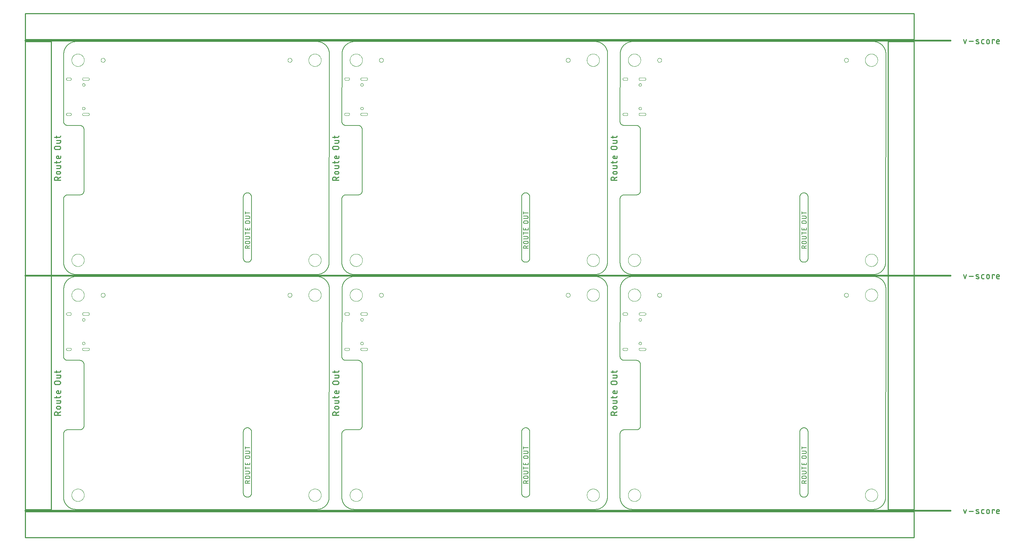
<source format=gko>
G04 EAGLE Gerber RS-274X export*
G75*
%MOMM*%
%FSLAX34Y34*%
%LPD*%
%IN*%
%IPPOS*%
%AMOC8*
5,1,8,0,0,1.08239X$1,22.5*%
G01*
%ADD10C,0.152400*%
%ADD11C,0.203200*%
%ADD12C,0.279400*%
%ADD13C,0.381000*%
%ADD14C,0.254000*%
%ADD15C,0.000000*%
%ADD16C,0.010000*%


D10*
X455930Y64084D02*
X444754Y64084D01*
X444754Y67189D01*
X444756Y67300D01*
X444762Y67410D01*
X444772Y67521D01*
X444786Y67631D01*
X444803Y67740D01*
X444825Y67849D01*
X444850Y67957D01*
X444880Y68063D01*
X444913Y68169D01*
X444950Y68274D01*
X444990Y68377D01*
X445035Y68478D01*
X445082Y68578D01*
X445134Y68677D01*
X445189Y68773D01*
X445247Y68867D01*
X445308Y68959D01*
X445373Y69049D01*
X445441Y69137D01*
X445512Y69222D01*
X445586Y69304D01*
X445663Y69384D01*
X445743Y69461D01*
X445825Y69535D01*
X445910Y69606D01*
X445998Y69674D01*
X446088Y69739D01*
X446180Y69800D01*
X446274Y69858D01*
X446370Y69913D01*
X446469Y69965D01*
X446569Y70012D01*
X446670Y70057D01*
X446773Y70097D01*
X446878Y70134D01*
X446984Y70167D01*
X447090Y70197D01*
X447198Y70222D01*
X447307Y70244D01*
X447416Y70261D01*
X447526Y70275D01*
X447637Y70285D01*
X447747Y70291D01*
X447858Y70293D01*
X447969Y70291D01*
X448079Y70285D01*
X448190Y70275D01*
X448300Y70261D01*
X448409Y70244D01*
X448518Y70222D01*
X448626Y70197D01*
X448732Y70167D01*
X448838Y70134D01*
X448943Y70097D01*
X449046Y70057D01*
X449147Y70012D01*
X449247Y69965D01*
X449346Y69913D01*
X449442Y69858D01*
X449536Y69800D01*
X449628Y69739D01*
X449718Y69674D01*
X449806Y69606D01*
X449891Y69535D01*
X449973Y69461D01*
X450053Y69384D01*
X450130Y69304D01*
X450204Y69222D01*
X450275Y69137D01*
X450343Y69049D01*
X450408Y68959D01*
X450469Y68867D01*
X450527Y68773D01*
X450582Y68677D01*
X450634Y68578D01*
X450681Y68478D01*
X450726Y68377D01*
X450766Y68274D01*
X450803Y68169D01*
X450836Y68063D01*
X450866Y67957D01*
X450891Y67849D01*
X450913Y67740D01*
X450930Y67631D01*
X450944Y67521D01*
X450954Y67410D01*
X450960Y67300D01*
X450962Y67189D01*
X450963Y67189D02*
X450963Y64084D01*
X450963Y67810D02*
X455930Y70293D01*
X452826Y75422D02*
X447858Y75422D01*
X447858Y75423D02*
X447747Y75425D01*
X447637Y75431D01*
X447526Y75441D01*
X447416Y75455D01*
X447307Y75472D01*
X447198Y75494D01*
X447090Y75519D01*
X446984Y75549D01*
X446878Y75582D01*
X446773Y75619D01*
X446670Y75659D01*
X446569Y75704D01*
X446469Y75751D01*
X446370Y75803D01*
X446274Y75858D01*
X446180Y75916D01*
X446088Y75977D01*
X445998Y76042D01*
X445910Y76110D01*
X445825Y76181D01*
X445743Y76255D01*
X445663Y76332D01*
X445586Y76412D01*
X445512Y76494D01*
X445441Y76579D01*
X445373Y76667D01*
X445308Y76757D01*
X445247Y76849D01*
X445189Y76943D01*
X445134Y77039D01*
X445082Y77138D01*
X445035Y77238D01*
X444990Y77339D01*
X444950Y77442D01*
X444913Y77547D01*
X444880Y77653D01*
X444850Y77759D01*
X444825Y77867D01*
X444803Y77976D01*
X444786Y78085D01*
X444772Y78195D01*
X444762Y78306D01*
X444756Y78416D01*
X444754Y78527D01*
X444756Y78638D01*
X444762Y78748D01*
X444772Y78859D01*
X444786Y78969D01*
X444803Y79078D01*
X444825Y79187D01*
X444850Y79295D01*
X444880Y79401D01*
X444913Y79507D01*
X444950Y79612D01*
X444990Y79715D01*
X445035Y79816D01*
X445082Y79916D01*
X445134Y80015D01*
X445189Y80111D01*
X445247Y80205D01*
X445308Y80297D01*
X445373Y80387D01*
X445441Y80475D01*
X445512Y80560D01*
X445586Y80642D01*
X445663Y80722D01*
X445743Y80799D01*
X445825Y80873D01*
X445910Y80944D01*
X445998Y81012D01*
X446088Y81077D01*
X446180Y81138D01*
X446274Y81196D01*
X446370Y81251D01*
X446469Y81303D01*
X446569Y81350D01*
X446670Y81395D01*
X446773Y81435D01*
X446878Y81472D01*
X446984Y81505D01*
X447090Y81535D01*
X447198Y81560D01*
X447307Y81582D01*
X447416Y81599D01*
X447526Y81613D01*
X447637Y81623D01*
X447747Y81629D01*
X447858Y81631D01*
X452826Y81631D01*
X452937Y81629D01*
X453047Y81623D01*
X453158Y81613D01*
X453268Y81599D01*
X453377Y81582D01*
X453486Y81560D01*
X453594Y81535D01*
X453700Y81505D01*
X453806Y81472D01*
X453911Y81435D01*
X454014Y81395D01*
X454115Y81350D01*
X454215Y81303D01*
X454314Y81251D01*
X454410Y81196D01*
X454504Y81138D01*
X454596Y81077D01*
X454686Y81012D01*
X454774Y80944D01*
X454859Y80873D01*
X454941Y80799D01*
X455021Y80722D01*
X455098Y80642D01*
X455172Y80560D01*
X455243Y80475D01*
X455311Y80387D01*
X455376Y80297D01*
X455437Y80205D01*
X455495Y80111D01*
X455550Y80015D01*
X455602Y79916D01*
X455649Y79816D01*
X455694Y79715D01*
X455734Y79612D01*
X455771Y79507D01*
X455804Y79401D01*
X455834Y79295D01*
X455859Y79187D01*
X455881Y79078D01*
X455898Y78969D01*
X455912Y78859D01*
X455922Y78748D01*
X455928Y78638D01*
X455930Y78527D01*
X455928Y78416D01*
X455922Y78306D01*
X455912Y78195D01*
X455898Y78085D01*
X455881Y77976D01*
X455859Y77867D01*
X455834Y77759D01*
X455804Y77653D01*
X455771Y77547D01*
X455734Y77442D01*
X455694Y77339D01*
X455649Y77238D01*
X455602Y77138D01*
X455550Y77039D01*
X455495Y76943D01*
X455437Y76849D01*
X455376Y76757D01*
X455311Y76667D01*
X455243Y76579D01*
X455172Y76494D01*
X455098Y76412D01*
X455021Y76332D01*
X454941Y76255D01*
X454859Y76181D01*
X454774Y76110D01*
X454686Y76042D01*
X454596Y75977D01*
X454504Y75916D01*
X454410Y75858D01*
X454314Y75803D01*
X454215Y75751D01*
X454115Y75704D01*
X454014Y75659D01*
X453911Y75619D01*
X453806Y75582D01*
X453700Y75549D01*
X453594Y75519D01*
X453486Y75494D01*
X453377Y75472D01*
X453268Y75455D01*
X453158Y75441D01*
X453047Y75431D01*
X452937Y75425D01*
X452826Y75423D01*
X452826Y87233D02*
X444754Y87233D01*
X452826Y87234D02*
X452937Y87236D01*
X453047Y87242D01*
X453158Y87252D01*
X453268Y87266D01*
X453377Y87283D01*
X453486Y87305D01*
X453594Y87330D01*
X453700Y87360D01*
X453806Y87393D01*
X453911Y87430D01*
X454014Y87470D01*
X454115Y87515D01*
X454215Y87562D01*
X454314Y87614D01*
X454410Y87669D01*
X454504Y87727D01*
X454596Y87788D01*
X454686Y87853D01*
X454774Y87921D01*
X454859Y87992D01*
X454941Y88066D01*
X455021Y88143D01*
X455098Y88223D01*
X455172Y88305D01*
X455243Y88390D01*
X455311Y88478D01*
X455376Y88568D01*
X455437Y88660D01*
X455495Y88754D01*
X455550Y88850D01*
X455602Y88949D01*
X455649Y89049D01*
X455694Y89150D01*
X455734Y89253D01*
X455771Y89358D01*
X455804Y89464D01*
X455834Y89570D01*
X455859Y89678D01*
X455881Y89787D01*
X455898Y89896D01*
X455912Y90006D01*
X455922Y90117D01*
X455928Y90227D01*
X455930Y90338D01*
X455928Y90449D01*
X455922Y90559D01*
X455912Y90670D01*
X455898Y90780D01*
X455881Y90889D01*
X455859Y90998D01*
X455834Y91106D01*
X455804Y91212D01*
X455771Y91318D01*
X455734Y91423D01*
X455694Y91526D01*
X455649Y91627D01*
X455602Y91727D01*
X455550Y91826D01*
X455495Y91922D01*
X455437Y92016D01*
X455376Y92108D01*
X455311Y92198D01*
X455243Y92286D01*
X455172Y92371D01*
X455098Y92453D01*
X455021Y92533D01*
X454941Y92610D01*
X454859Y92684D01*
X454774Y92755D01*
X454686Y92823D01*
X454596Y92888D01*
X454504Y92949D01*
X454410Y93007D01*
X454314Y93062D01*
X454215Y93114D01*
X454115Y93161D01*
X454014Y93206D01*
X453911Y93246D01*
X453806Y93283D01*
X453700Y93316D01*
X453594Y93346D01*
X453486Y93371D01*
X453377Y93393D01*
X453268Y93410D01*
X453158Y93424D01*
X453047Y93434D01*
X452937Y93440D01*
X452826Y93442D01*
X444754Y93442D01*
X444754Y101387D02*
X455930Y101387D01*
X444754Y98282D02*
X444754Y104491D01*
X455930Y109359D02*
X455930Y114326D01*
X455930Y109359D02*
X444754Y109359D01*
X444754Y114326D01*
X449721Y113085D02*
X449721Y109359D01*
X447858Y124952D02*
X452826Y124952D01*
X447858Y124953D02*
X447747Y124955D01*
X447637Y124961D01*
X447526Y124971D01*
X447416Y124985D01*
X447307Y125002D01*
X447198Y125024D01*
X447090Y125049D01*
X446984Y125079D01*
X446878Y125112D01*
X446773Y125149D01*
X446670Y125189D01*
X446569Y125234D01*
X446469Y125281D01*
X446370Y125333D01*
X446274Y125388D01*
X446180Y125446D01*
X446088Y125507D01*
X445998Y125572D01*
X445910Y125640D01*
X445825Y125711D01*
X445743Y125785D01*
X445663Y125862D01*
X445586Y125942D01*
X445512Y126024D01*
X445441Y126109D01*
X445373Y126197D01*
X445308Y126287D01*
X445247Y126379D01*
X445189Y126473D01*
X445134Y126569D01*
X445082Y126668D01*
X445035Y126768D01*
X444990Y126869D01*
X444950Y126972D01*
X444913Y127077D01*
X444880Y127183D01*
X444850Y127289D01*
X444825Y127397D01*
X444803Y127506D01*
X444786Y127615D01*
X444772Y127725D01*
X444762Y127836D01*
X444756Y127946D01*
X444754Y128057D01*
X444756Y128168D01*
X444762Y128278D01*
X444772Y128389D01*
X444786Y128499D01*
X444803Y128608D01*
X444825Y128717D01*
X444850Y128825D01*
X444880Y128931D01*
X444913Y129037D01*
X444950Y129142D01*
X444990Y129245D01*
X445035Y129346D01*
X445082Y129446D01*
X445134Y129545D01*
X445189Y129641D01*
X445247Y129735D01*
X445308Y129827D01*
X445373Y129917D01*
X445441Y130005D01*
X445512Y130090D01*
X445586Y130172D01*
X445663Y130252D01*
X445743Y130329D01*
X445825Y130403D01*
X445910Y130474D01*
X445998Y130542D01*
X446088Y130607D01*
X446180Y130668D01*
X446274Y130726D01*
X446370Y130781D01*
X446469Y130833D01*
X446569Y130880D01*
X446670Y130925D01*
X446773Y130965D01*
X446878Y131002D01*
X446984Y131035D01*
X447090Y131065D01*
X447198Y131090D01*
X447307Y131112D01*
X447416Y131129D01*
X447526Y131143D01*
X447637Y131153D01*
X447747Y131159D01*
X447858Y131161D01*
X452826Y131161D01*
X452937Y131159D01*
X453047Y131153D01*
X453158Y131143D01*
X453268Y131129D01*
X453377Y131112D01*
X453486Y131090D01*
X453594Y131065D01*
X453700Y131035D01*
X453806Y131002D01*
X453911Y130965D01*
X454014Y130925D01*
X454115Y130880D01*
X454215Y130833D01*
X454314Y130781D01*
X454410Y130726D01*
X454504Y130668D01*
X454596Y130607D01*
X454686Y130542D01*
X454774Y130474D01*
X454859Y130403D01*
X454941Y130329D01*
X455021Y130252D01*
X455098Y130172D01*
X455172Y130090D01*
X455243Y130005D01*
X455311Y129917D01*
X455376Y129827D01*
X455437Y129735D01*
X455495Y129641D01*
X455550Y129545D01*
X455602Y129446D01*
X455649Y129346D01*
X455694Y129245D01*
X455734Y129142D01*
X455771Y129037D01*
X455804Y128931D01*
X455834Y128825D01*
X455859Y128717D01*
X455881Y128608D01*
X455898Y128499D01*
X455912Y128389D01*
X455922Y128278D01*
X455928Y128168D01*
X455930Y128057D01*
X455928Y127946D01*
X455922Y127836D01*
X455912Y127725D01*
X455898Y127615D01*
X455881Y127506D01*
X455859Y127397D01*
X455834Y127289D01*
X455804Y127183D01*
X455771Y127077D01*
X455734Y126972D01*
X455694Y126869D01*
X455649Y126768D01*
X455602Y126668D01*
X455550Y126569D01*
X455495Y126473D01*
X455437Y126379D01*
X455376Y126287D01*
X455311Y126197D01*
X455243Y126109D01*
X455172Y126024D01*
X455098Y125942D01*
X455021Y125862D01*
X454941Y125785D01*
X454859Y125711D01*
X454774Y125640D01*
X454686Y125572D01*
X454596Y125507D01*
X454504Y125446D01*
X454410Y125388D01*
X454314Y125333D01*
X454215Y125281D01*
X454115Y125234D01*
X454014Y125189D01*
X453911Y125149D01*
X453806Y125112D01*
X453700Y125079D01*
X453594Y125049D01*
X453486Y125024D01*
X453377Y125002D01*
X453268Y124985D01*
X453158Y124971D01*
X453047Y124961D01*
X452937Y124955D01*
X452826Y124953D01*
X452826Y136763D02*
X444754Y136763D01*
X452826Y136764D02*
X452937Y136766D01*
X453047Y136772D01*
X453158Y136782D01*
X453268Y136796D01*
X453377Y136813D01*
X453486Y136835D01*
X453594Y136860D01*
X453700Y136890D01*
X453806Y136923D01*
X453911Y136960D01*
X454014Y137000D01*
X454115Y137045D01*
X454215Y137092D01*
X454314Y137144D01*
X454410Y137199D01*
X454504Y137257D01*
X454596Y137318D01*
X454686Y137383D01*
X454774Y137451D01*
X454859Y137522D01*
X454941Y137596D01*
X455021Y137673D01*
X455098Y137753D01*
X455172Y137835D01*
X455243Y137920D01*
X455311Y138008D01*
X455376Y138098D01*
X455437Y138190D01*
X455495Y138284D01*
X455550Y138380D01*
X455602Y138479D01*
X455649Y138579D01*
X455694Y138680D01*
X455734Y138783D01*
X455771Y138888D01*
X455804Y138994D01*
X455834Y139100D01*
X455859Y139208D01*
X455881Y139317D01*
X455898Y139426D01*
X455912Y139536D01*
X455922Y139647D01*
X455928Y139757D01*
X455930Y139868D01*
X455928Y139979D01*
X455922Y140089D01*
X455912Y140200D01*
X455898Y140310D01*
X455881Y140419D01*
X455859Y140528D01*
X455834Y140636D01*
X455804Y140742D01*
X455771Y140848D01*
X455734Y140953D01*
X455694Y141056D01*
X455649Y141157D01*
X455602Y141257D01*
X455550Y141356D01*
X455495Y141452D01*
X455437Y141546D01*
X455376Y141638D01*
X455311Y141728D01*
X455243Y141816D01*
X455172Y141901D01*
X455098Y141983D01*
X455021Y142063D01*
X454941Y142140D01*
X454859Y142214D01*
X454774Y142285D01*
X454686Y142353D01*
X454596Y142418D01*
X454504Y142479D01*
X454410Y142537D01*
X454314Y142592D01*
X454215Y142644D01*
X454115Y142691D01*
X454014Y142736D01*
X453911Y142776D01*
X453806Y142813D01*
X453700Y142846D01*
X453594Y142876D01*
X453486Y142901D01*
X453377Y142923D01*
X453268Y142940D01*
X453158Y142954D01*
X453047Y142964D01*
X452937Y142970D01*
X452826Y142972D01*
X444754Y142972D01*
X444754Y150917D02*
X455930Y150917D01*
X444754Y147812D02*
X444754Y154021D01*
D11*
X620000Y0D02*
X30000Y0D01*
X620000Y0D02*
X620725Y9D01*
X621449Y35D01*
X622173Y79D01*
X622895Y140D01*
X623616Y219D01*
X624335Y315D01*
X625051Y428D01*
X625764Y559D01*
X626474Y707D01*
X627179Y872D01*
X627881Y1054D01*
X628578Y1253D01*
X629271Y1468D01*
X629957Y1701D01*
X630638Y1950D01*
X631313Y2215D01*
X631981Y2496D01*
X632642Y2794D01*
X633296Y3107D01*
X633942Y3436D01*
X634580Y3781D01*
X635209Y4141D01*
X635829Y4516D01*
X636440Y4906D01*
X637042Y5310D01*
X637634Y5729D01*
X638215Y6163D01*
X638786Y6610D01*
X639345Y7071D01*
X639894Y7545D01*
X640430Y8032D01*
X640955Y8532D01*
X641468Y9045D01*
X641968Y9570D01*
X642455Y10106D01*
X642929Y10655D01*
X643390Y11214D01*
X643837Y11785D01*
X644271Y12366D01*
X644690Y12958D01*
X645094Y13560D01*
X645484Y14171D01*
X645859Y14791D01*
X646219Y15420D01*
X646564Y16058D01*
X646893Y16704D01*
X647206Y17358D01*
X647504Y18019D01*
X647785Y18687D01*
X648050Y19362D01*
X648299Y20043D01*
X648532Y20729D01*
X648747Y21422D01*
X648946Y22119D01*
X649128Y22821D01*
X649293Y23526D01*
X649441Y24236D01*
X649572Y24949D01*
X649685Y25665D01*
X649781Y26384D01*
X649860Y27105D01*
X649921Y27827D01*
X649965Y28551D01*
X649991Y29275D01*
X650000Y30000D01*
X650508Y540334D01*
X650499Y541059D01*
X650473Y541783D01*
X650429Y542507D01*
X650368Y543229D01*
X650289Y543950D01*
X650193Y544669D01*
X650080Y545385D01*
X649949Y546098D01*
X649801Y546808D01*
X649636Y547513D01*
X649454Y548215D01*
X649255Y548912D01*
X649040Y549605D01*
X648807Y550291D01*
X648558Y550972D01*
X648293Y551647D01*
X648012Y552315D01*
X647714Y552976D01*
X647401Y553630D01*
X647072Y554276D01*
X646727Y554914D01*
X646367Y555543D01*
X645992Y556163D01*
X645602Y556774D01*
X645198Y557376D01*
X644779Y557968D01*
X644345Y558549D01*
X643898Y559120D01*
X643437Y559679D01*
X642963Y560228D01*
X642476Y560764D01*
X641976Y561289D01*
X641463Y561802D01*
X640938Y562302D01*
X640402Y562789D01*
X639853Y563263D01*
X639294Y563724D01*
X638723Y564171D01*
X638142Y564605D01*
X637550Y565024D01*
X636948Y565428D01*
X636337Y565818D01*
X635717Y566193D01*
X635088Y566553D01*
X634450Y566898D01*
X633804Y567227D01*
X633150Y567540D01*
X632489Y567838D01*
X631821Y568119D01*
X631146Y568384D01*
X630465Y568633D01*
X629779Y568866D01*
X629086Y569081D01*
X628389Y569280D01*
X627687Y569462D01*
X626982Y569627D01*
X626272Y569775D01*
X625559Y569906D01*
X624843Y570019D01*
X624124Y570115D01*
X623403Y570194D01*
X622681Y570255D01*
X621957Y570299D01*
X621233Y570325D01*
X620508Y570334D01*
X30508Y570334D01*
X29783Y570325D01*
X29059Y570299D01*
X28335Y570255D01*
X27613Y570194D01*
X26892Y570115D01*
X26173Y570019D01*
X25457Y569906D01*
X24744Y569775D01*
X24034Y569627D01*
X23329Y569462D01*
X22627Y569280D01*
X21930Y569081D01*
X21237Y568866D01*
X20551Y568633D01*
X19870Y568384D01*
X19195Y568119D01*
X18527Y567838D01*
X17866Y567540D01*
X17212Y567227D01*
X16566Y566898D01*
X15928Y566553D01*
X15299Y566193D01*
X14679Y565818D01*
X14068Y565428D01*
X13466Y565024D01*
X12874Y564605D01*
X12293Y564171D01*
X11722Y563724D01*
X11163Y563263D01*
X10614Y562789D01*
X10078Y562302D01*
X9553Y561802D01*
X9040Y561289D01*
X8540Y560764D01*
X8053Y560228D01*
X7579Y559679D01*
X7118Y559120D01*
X6671Y558549D01*
X6237Y557968D01*
X5818Y557376D01*
X5414Y556774D01*
X5024Y556163D01*
X4649Y555543D01*
X4289Y554914D01*
X3944Y554276D01*
X3615Y553630D01*
X3302Y552976D01*
X3004Y552315D01*
X2723Y551647D01*
X2458Y550972D01*
X2209Y550291D01*
X1976Y549605D01*
X1761Y548912D01*
X1562Y548215D01*
X1380Y547513D01*
X1215Y546808D01*
X1067Y546098D01*
X936Y545385D01*
X823Y544669D01*
X727Y543950D01*
X648Y543229D01*
X587Y542507D01*
X543Y541783D01*
X517Y541059D01*
X508Y540334D01*
X50000Y355000D02*
X50000Y205000D01*
X50000Y355000D02*
X49997Y355242D01*
X49988Y355483D01*
X49974Y355724D01*
X49953Y355965D01*
X49927Y356205D01*
X49895Y356445D01*
X49857Y356684D01*
X49814Y356921D01*
X49764Y357158D01*
X49709Y357393D01*
X49649Y357627D01*
X49582Y357859D01*
X49511Y358090D01*
X49433Y358319D01*
X49350Y358546D01*
X49262Y358771D01*
X49168Y358994D01*
X49069Y359214D01*
X48964Y359432D01*
X48855Y359647D01*
X48740Y359860D01*
X48620Y360070D01*
X48495Y360276D01*
X48365Y360480D01*
X48230Y360681D01*
X48090Y360878D01*
X47946Y361072D01*
X47797Y361262D01*
X47643Y361448D01*
X47485Y361631D01*
X47323Y361810D01*
X47156Y361985D01*
X46985Y362156D01*
X46810Y362323D01*
X46631Y362485D01*
X46448Y362643D01*
X46262Y362797D01*
X46072Y362946D01*
X45878Y363090D01*
X45681Y363230D01*
X45480Y363365D01*
X45276Y363495D01*
X45070Y363620D01*
X44860Y363740D01*
X44647Y363855D01*
X44432Y363964D01*
X44214Y364069D01*
X43994Y364168D01*
X43771Y364262D01*
X43546Y364350D01*
X43319Y364433D01*
X43090Y364511D01*
X42859Y364582D01*
X42627Y364649D01*
X42393Y364709D01*
X42158Y364764D01*
X41921Y364814D01*
X41684Y364857D01*
X41445Y364895D01*
X41205Y364927D01*
X40965Y364953D01*
X40724Y364974D01*
X40483Y364988D01*
X40242Y364997D01*
X40000Y365000D01*
X10000Y365000D01*
X9758Y365003D01*
X9517Y365012D01*
X9276Y365026D01*
X9035Y365047D01*
X8795Y365073D01*
X8555Y365105D01*
X8316Y365143D01*
X8079Y365186D01*
X7842Y365236D01*
X7607Y365291D01*
X7373Y365351D01*
X7141Y365418D01*
X6910Y365489D01*
X6681Y365567D01*
X6454Y365650D01*
X6229Y365738D01*
X6006Y365832D01*
X5786Y365931D01*
X5568Y366036D01*
X5353Y366145D01*
X5140Y366260D01*
X4930Y366380D01*
X4724Y366505D01*
X4520Y366635D01*
X4319Y366770D01*
X4122Y366910D01*
X3928Y367054D01*
X3738Y367203D01*
X3552Y367357D01*
X3369Y367515D01*
X3190Y367677D01*
X3015Y367844D01*
X2844Y368015D01*
X2677Y368190D01*
X2515Y368369D01*
X2357Y368552D01*
X2203Y368738D01*
X2054Y368928D01*
X1910Y369122D01*
X1770Y369319D01*
X1635Y369520D01*
X1505Y369724D01*
X1380Y369930D01*
X1260Y370140D01*
X1145Y370353D01*
X1036Y370568D01*
X931Y370786D01*
X832Y371006D01*
X738Y371229D01*
X650Y371454D01*
X567Y371681D01*
X489Y371910D01*
X418Y372141D01*
X351Y372373D01*
X291Y372607D01*
X236Y372842D01*
X186Y373079D01*
X143Y373316D01*
X105Y373555D01*
X73Y373795D01*
X47Y374035D01*
X26Y374276D01*
X12Y374517D01*
X3Y374758D01*
X0Y375000D01*
X508Y540334D01*
X0Y185000D02*
X0Y30000D01*
X0Y185000D02*
X3Y185242D01*
X12Y185483D01*
X26Y185724D01*
X47Y185965D01*
X73Y186205D01*
X105Y186445D01*
X143Y186684D01*
X186Y186921D01*
X236Y187158D01*
X291Y187393D01*
X351Y187627D01*
X418Y187859D01*
X489Y188090D01*
X567Y188319D01*
X650Y188546D01*
X738Y188771D01*
X832Y188994D01*
X931Y189214D01*
X1036Y189432D01*
X1145Y189647D01*
X1260Y189860D01*
X1380Y190070D01*
X1505Y190276D01*
X1635Y190480D01*
X1770Y190681D01*
X1910Y190878D01*
X2054Y191072D01*
X2203Y191262D01*
X2357Y191448D01*
X2515Y191631D01*
X2677Y191810D01*
X2844Y191985D01*
X3015Y192156D01*
X3190Y192323D01*
X3369Y192485D01*
X3552Y192643D01*
X3738Y192797D01*
X3928Y192946D01*
X4122Y193090D01*
X4319Y193230D01*
X4520Y193365D01*
X4724Y193495D01*
X4930Y193620D01*
X5140Y193740D01*
X5353Y193855D01*
X5568Y193964D01*
X5786Y194069D01*
X6006Y194168D01*
X6229Y194262D01*
X6454Y194350D01*
X6681Y194433D01*
X6910Y194511D01*
X7141Y194582D01*
X7373Y194649D01*
X7607Y194709D01*
X7842Y194764D01*
X8079Y194814D01*
X8316Y194857D01*
X8555Y194895D01*
X8795Y194927D01*
X9035Y194953D01*
X9276Y194974D01*
X9517Y194988D01*
X9758Y194997D01*
X10000Y195000D01*
X40000Y195000D01*
X40242Y195003D01*
X40483Y195012D01*
X40724Y195026D01*
X40965Y195047D01*
X41205Y195073D01*
X41445Y195105D01*
X41684Y195143D01*
X41921Y195186D01*
X42158Y195236D01*
X42393Y195291D01*
X42627Y195351D01*
X42859Y195418D01*
X43090Y195489D01*
X43319Y195567D01*
X43546Y195650D01*
X43771Y195738D01*
X43994Y195832D01*
X44214Y195931D01*
X44432Y196036D01*
X44647Y196145D01*
X44860Y196260D01*
X45070Y196380D01*
X45276Y196505D01*
X45480Y196635D01*
X45681Y196770D01*
X45878Y196910D01*
X46072Y197054D01*
X46262Y197203D01*
X46448Y197357D01*
X46631Y197515D01*
X46810Y197677D01*
X46985Y197844D01*
X47156Y198015D01*
X47323Y198190D01*
X47485Y198369D01*
X47643Y198552D01*
X47797Y198738D01*
X47946Y198928D01*
X48090Y199122D01*
X48230Y199319D01*
X48365Y199520D01*
X48495Y199724D01*
X48620Y199930D01*
X48740Y200140D01*
X48855Y200353D01*
X48964Y200568D01*
X49069Y200786D01*
X49168Y201006D01*
X49262Y201229D01*
X49350Y201454D01*
X49433Y201681D01*
X49511Y201910D01*
X49582Y202141D01*
X49649Y202373D01*
X49709Y202607D01*
X49764Y202842D01*
X49814Y203079D01*
X49857Y203316D01*
X49895Y203555D01*
X49927Y203795D01*
X49953Y204035D01*
X49974Y204276D01*
X49988Y204517D01*
X49997Y204758D01*
X50000Y205000D01*
X0Y30000D02*
X9Y29275D01*
X35Y28551D01*
X79Y27827D01*
X140Y27105D01*
X219Y26384D01*
X315Y25665D01*
X428Y24949D01*
X559Y24236D01*
X707Y23526D01*
X872Y22821D01*
X1054Y22119D01*
X1253Y21422D01*
X1468Y20729D01*
X1701Y20043D01*
X1950Y19362D01*
X2215Y18687D01*
X2496Y18019D01*
X2794Y17358D01*
X3107Y16704D01*
X3436Y16058D01*
X3781Y15420D01*
X4141Y14791D01*
X4516Y14171D01*
X4906Y13560D01*
X5310Y12958D01*
X5729Y12366D01*
X6163Y11785D01*
X6610Y11214D01*
X7071Y10655D01*
X7545Y10106D01*
X8032Y9570D01*
X8532Y9045D01*
X9045Y8532D01*
X9570Y8032D01*
X10106Y7545D01*
X10655Y7071D01*
X11214Y6610D01*
X11785Y6163D01*
X12366Y5729D01*
X12958Y5310D01*
X13560Y4906D01*
X14171Y4516D01*
X14791Y4141D01*
X15420Y3781D01*
X16058Y3436D01*
X16704Y3107D01*
X17358Y2794D01*
X18019Y2496D01*
X18687Y2215D01*
X19362Y1950D01*
X20043Y1701D01*
X20729Y1468D01*
X21422Y1253D01*
X22119Y1054D01*
X22821Y872D01*
X23526Y707D01*
X24236Y559D01*
X24949Y428D01*
X25665Y315D01*
X26384Y219D01*
X27105Y140D01*
X27827Y79D01*
X28551Y35D01*
X29275Y9D01*
X30000Y0D01*
X450000Y30000D02*
X450242Y30003D01*
X450483Y30012D01*
X450724Y30026D01*
X450965Y30047D01*
X451205Y30073D01*
X451445Y30105D01*
X451684Y30143D01*
X451921Y30186D01*
X452158Y30236D01*
X452393Y30291D01*
X452627Y30351D01*
X452859Y30418D01*
X453090Y30489D01*
X453319Y30567D01*
X453546Y30650D01*
X453771Y30738D01*
X453994Y30832D01*
X454214Y30931D01*
X454432Y31036D01*
X454647Y31145D01*
X454860Y31260D01*
X455070Y31380D01*
X455276Y31505D01*
X455480Y31635D01*
X455681Y31770D01*
X455878Y31910D01*
X456072Y32054D01*
X456262Y32203D01*
X456448Y32357D01*
X456631Y32515D01*
X456810Y32677D01*
X456985Y32844D01*
X457156Y33015D01*
X457323Y33190D01*
X457485Y33369D01*
X457643Y33552D01*
X457797Y33738D01*
X457946Y33928D01*
X458090Y34122D01*
X458230Y34319D01*
X458365Y34520D01*
X458495Y34724D01*
X458620Y34930D01*
X458740Y35140D01*
X458855Y35353D01*
X458964Y35568D01*
X459069Y35786D01*
X459168Y36006D01*
X459262Y36229D01*
X459350Y36454D01*
X459433Y36681D01*
X459511Y36910D01*
X459582Y37141D01*
X459649Y37373D01*
X459709Y37607D01*
X459764Y37842D01*
X459814Y38079D01*
X459857Y38316D01*
X459895Y38555D01*
X459927Y38795D01*
X459953Y39035D01*
X459974Y39276D01*
X459988Y39517D01*
X459997Y39758D01*
X460000Y40000D01*
X460000Y190000D01*
X459997Y190242D01*
X459988Y190483D01*
X459974Y190724D01*
X459953Y190965D01*
X459927Y191205D01*
X459895Y191445D01*
X459857Y191684D01*
X459814Y191921D01*
X459764Y192158D01*
X459709Y192393D01*
X459649Y192627D01*
X459582Y192859D01*
X459511Y193090D01*
X459433Y193319D01*
X459350Y193546D01*
X459262Y193771D01*
X459168Y193994D01*
X459069Y194214D01*
X458964Y194432D01*
X458855Y194647D01*
X458740Y194860D01*
X458620Y195070D01*
X458495Y195276D01*
X458365Y195480D01*
X458230Y195681D01*
X458090Y195878D01*
X457946Y196072D01*
X457797Y196262D01*
X457643Y196448D01*
X457485Y196631D01*
X457323Y196810D01*
X457156Y196985D01*
X456985Y197156D01*
X456810Y197323D01*
X456631Y197485D01*
X456448Y197643D01*
X456262Y197797D01*
X456072Y197946D01*
X455878Y198090D01*
X455681Y198230D01*
X455480Y198365D01*
X455276Y198495D01*
X455070Y198620D01*
X454860Y198740D01*
X454647Y198855D01*
X454432Y198964D01*
X454214Y199069D01*
X453994Y199168D01*
X453771Y199262D01*
X453546Y199350D01*
X453319Y199433D01*
X453090Y199511D01*
X452859Y199582D01*
X452627Y199649D01*
X452393Y199709D01*
X452158Y199764D01*
X451921Y199814D01*
X451684Y199857D01*
X451445Y199895D01*
X451205Y199927D01*
X450965Y199953D01*
X450724Y199974D01*
X450483Y199988D01*
X450242Y199997D01*
X450000Y200000D01*
X449758Y199997D01*
X449517Y199988D01*
X449276Y199974D01*
X449035Y199953D01*
X448795Y199927D01*
X448555Y199895D01*
X448316Y199857D01*
X448079Y199814D01*
X447842Y199764D01*
X447607Y199709D01*
X447373Y199649D01*
X447141Y199582D01*
X446910Y199511D01*
X446681Y199433D01*
X446454Y199350D01*
X446229Y199262D01*
X446006Y199168D01*
X445786Y199069D01*
X445568Y198964D01*
X445353Y198855D01*
X445140Y198740D01*
X444930Y198620D01*
X444724Y198495D01*
X444520Y198365D01*
X444319Y198230D01*
X444122Y198090D01*
X443928Y197946D01*
X443738Y197797D01*
X443552Y197643D01*
X443369Y197485D01*
X443190Y197323D01*
X443015Y197156D01*
X442844Y196985D01*
X442677Y196810D01*
X442515Y196631D01*
X442357Y196448D01*
X442203Y196262D01*
X442054Y196072D01*
X441910Y195878D01*
X441770Y195681D01*
X441635Y195480D01*
X441505Y195276D01*
X441380Y195070D01*
X441260Y194860D01*
X441145Y194647D01*
X441036Y194432D01*
X440931Y194214D01*
X440832Y193994D01*
X440738Y193771D01*
X440650Y193546D01*
X440567Y193319D01*
X440489Y193090D01*
X440418Y192859D01*
X440351Y192627D01*
X440291Y192393D01*
X440236Y192158D01*
X440186Y191921D01*
X440143Y191684D01*
X440105Y191445D01*
X440073Y191205D01*
X440047Y190965D01*
X440026Y190724D01*
X440012Y190483D01*
X440003Y190242D01*
X440000Y190000D01*
X440000Y40000D01*
X440003Y39758D01*
X440012Y39517D01*
X440026Y39276D01*
X440047Y39035D01*
X440073Y38795D01*
X440105Y38555D01*
X440143Y38316D01*
X440186Y38079D01*
X440236Y37842D01*
X440291Y37607D01*
X440351Y37373D01*
X440418Y37141D01*
X440489Y36910D01*
X440567Y36681D01*
X440650Y36454D01*
X440738Y36229D01*
X440832Y36006D01*
X440931Y35786D01*
X441036Y35568D01*
X441145Y35353D01*
X441260Y35140D01*
X441380Y34930D01*
X441505Y34724D01*
X441635Y34520D01*
X441770Y34319D01*
X441910Y34122D01*
X442054Y33928D01*
X442203Y33738D01*
X442357Y33552D01*
X442515Y33369D01*
X442677Y33190D01*
X442844Y33015D01*
X443015Y32844D01*
X443190Y32677D01*
X443369Y32515D01*
X443552Y32357D01*
X443738Y32203D01*
X443928Y32054D01*
X444122Y31910D01*
X444319Y31770D01*
X444520Y31635D01*
X444724Y31505D01*
X444930Y31380D01*
X445140Y31260D01*
X445353Y31145D01*
X445568Y31036D01*
X445786Y30931D01*
X446006Y30832D01*
X446229Y30738D01*
X446454Y30650D01*
X446681Y30567D01*
X446910Y30489D01*
X447141Y30418D01*
X447373Y30351D01*
X447607Y30291D01*
X447842Y30236D01*
X448079Y30186D01*
X448316Y30143D01*
X448555Y30105D01*
X448795Y30073D01*
X449035Y30047D01*
X449276Y30026D01*
X449517Y30012D01*
X449758Y30003D01*
X450000Y30000D01*
D12*
X-7747Y230670D02*
X-22733Y230670D01*
X-22733Y234833D01*
X-22731Y234961D01*
X-22725Y235089D01*
X-22715Y235217D01*
X-22701Y235345D01*
X-22684Y235472D01*
X-22662Y235598D01*
X-22637Y235724D01*
X-22607Y235848D01*
X-22574Y235972D01*
X-22537Y236095D01*
X-22496Y236217D01*
X-22452Y236337D01*
X-22404Y236456D01*
X-22352Y236573D01*
X-22297Y236689D01*
X-22238Y236802D01*
X-22175Y236915D01*
X-22109Y237025D01*
X-22040Y237132D01*
X-21968Y237238D01*
X-21892Y237342D01*
X-21813Y237443D01*
X-21731Y237542D01*
X-21646Y237638D01*
X-21559Y237731D01*
X-21468Y237822D01*
X-21375Y237909D01*
X-21279Y237994D01*
X-21180Y238076D01*
X-21079Y238155D01*
X-20975Y238231D01*
X-20869Y238303D01*
X-20762Y238372D01*
X-20651Y238438D01*
X-20539Y238501D01*
X-20426Y238560D01*
X-20310Y238615D01*
X-20193Y238667D01*
X-20074Y238715D01*
X-19954Y238759D01*
X-19832Y238800D01*
X-19709Y238837D01*
X-19585Y238870D01*
X-19461Y238900D01*
X-19335Y238925D01*
X-19209Y238947D01*
X-19082Y238964D01*
X-18954Y238978D01*
X-18826Y238988D01*
X-18698Y238994D01*
X-18570Y238996D01*
X-18442Y238994D01*
X-18314Y238988D01*
X-18186Y238978D01*
X-18058Y238964D01*
X-17931Y238947D01*
X-17805Y238925D01*
X-17679Y238900D01*
X-17555Y238870D01*
X-17431Y238837D01*
X-17308Y238800D01*
X-17186Y238759D01*
X-17066Y238715D01*
X-16947Y238667D01*
X-16830Y238615D01*
X-16714Y238560D01*
X-16601Y238501D01*
X-16489Y238438D01*
X-16378Y238372D01*
X-16271Y238303D01*
X-16165Y238231D01*
X-16061Y238155D01*
X-15960Y238076D01*
X-15861Y237994D01*
X-15765Y237909D01*
X-15672Y237822D01*
X-15581Y237731D01*
X-15494Y237638D01*
X-15409Y237542D01*
X-15327Y237443D01*
X-15248Y237342D01*
X-15172Y237238D01*
X-15100Y237132D01*
X-15031Y237025D01*
X-14965Y236915D01*
X-14902Y236802D01*
X-14843Y236689D01*
X-14788Y236573D01*
X-14736Y236456D01*
X-14688Y236337D01*
X-14644Y236217D01*
X-14603Y236095D01*
X-14566Y235972D01*
X-14533Y235848D01*
X-14503Y235724D01*
X-14478Y235598D01*
X-14456Y235472D01*
X-14439Y235345D01*
X-14425Y235217D01*
X-14415Y235089D01*
X-14409Y234961D01*
X-14407Y234833D01*
X-14407Y230670D01*
X-14407Y235665D02*
X-7747Y238995D01*
X-11077Y245953D02*
X-14407Y245953D01*
X-14407Y245954D02*
X-14521Y245956D01*
X-14634Y245962D01*
X-14748Y245971D01*
X-14860Y245985D01*
X-14973Y246002D01*
X-15085Y246024D01*
X-15195Y246049D01*
X-15305Y246077D01*
X-15414Y246110D01*
X-15522Y246146D01*
X-15629Y246186D01*
X-15734Y246230D01*
X-15837Y246277D01*
X-15939Y246327D01*
X-16039Y246381D01*
X-16137Y246439D01*
X-16233Y246500D01*
X-16327Y246563D01*
X-16419Y246631D01*
X-16509Y246701D01*
X-16595Y246774D01*
X-16680Y246850D01*
X-16762Y246929D01*
X-16841Y247011D01*
X-16917Y247096D01*
X-16990Y247182D01*
X-17060Y247272D01*
X-17128Y247364D01*
X-17191Y247458D01*
X-17252Y247554D01*
X-17310Y247652D01*
X-17364Y247752D01*
X-17414Y247854D01*
X-17461Y247957D01*
X-17505Y248062D01*
X-17545Y248169D01*
X-17581Y248277D01*
X-17614Y248386D01*
X-17642Y248496D01*
X-17667Y248606D01*
X-17689Y248718D01*
X-17706Y248831D01*
X-17720Y248943D01*
X-17729Y249057D01*
X-17735Y249170D01*
X-17737Y249284D01*
X-17735Y249398D01*
X-17729Y249511D01*
X-17720Y249625D01*
X-17706Y249737D01*
X-17689Y249850D01*
X-17667Y249962D01*
X-17642Y250072D01*
X-17614Y250182D01*
X-17581Y250291D01*
X-17545Y250399D01*
X-17505Y250506D01*
X-17461Y250611D01*
X-17414Y250714D01*
X-17364Y250816D01*
X-17310Y250916D01*
X-17252Y251014D01*
X-17191Y251110D01*
X-17128Y251204D01*
X-17060Y251296D01*
X-16990Y251386D01*
X-16917Y251472D01*
X-16841Y251557D01*
X-16762Y251639D01*
X-16680Y251718D01*
X-16595Y251794D01*
X-16509Y251867D01*
X-16419Y251937D01*
X-16327Y252005D01*
X-16233Y252068D01*
X-16137Y252129D01*
X-16039Y252187D01*
X-15939Y252241D01*
X-15837Y252291D01*
X-15734Y252338D01*
X-15629Y252382D01*
X-15522Y252422D01*
X-15414Y252458D01*
X-15305Y252491D01*
X-15195Y252519D01*
X-15085Y252544D01*
X-14973Y252566D01*
X-14860Y252583D01*
X-14748Y252597D01*
X-14634Y252606D01*
X-14521Y252612D01*
X-14407Y252614D01*
X-11077Y252614D01*
X-10963Y252612D01*
X-10850Y252606D01*
X-10736Y252597D01*
X-10624Y252583D01*
X-10511Y252566D01*
X-10399Y252544D01*
X-10289Y252519D01*
X-10179Y252491D01*
X-10070Y252458D01*
X-9962Y252422D01*
X-9855Y252382D01*
X-9750Y252338D01*
X-9647Y252291D01*
X-9545Y252241D01*
X-9445Y252187D01*
X-9347Y252129D01*
X-9251Y252068D01*
X-9157Y252005D01*
X-9065Y251937D01*
X-8975Y251867D01*
X-8889Y251794D01*
X-8804Y251718D01*
X-8722Y251639D01*
X-8643Y251557D01*
X-8567Y251472D01*
X-8494Y251386D01*
X-8424Y251296D01*
X-8356Y251204D01*
X-8293Y251110D01*
X-8232Y251014D01*
X-8174Y250916D01*
X-8120Y250816D01*
X-8070Y250714D01*
X-8023Y250611D01*
X-7979Y250506D01*
X-7939Y250399D01*
X-7903Y250291D01*
X-7870Y250182D01*
X-7842Y250072D01*
X-7817Y249962D01*
X-7795Y249850D01*
X-7778Y249737D01*
X-7764Y249625D01*
X-7755Y249511D01*
X-7749Y249398D01*
X-7747Y249284D01*
X-7749Y249170D01*
X-7755Y249057D01*
X-7764Y248943D01*
X-7778Y248831D01*
X-7795Y248718D01*
X-7817Y248606D01*
X-7842Y248496D01*
X-7870Y248386D01*
X-7903Y248277D01*
X-7939Y248169D01*
X-7979Y248062D01*
X-8023Y247957D01*
X-8070Y247854D01*
X-8120Y247752D01*
X-8174Y247652D01*
X-8232Y247554D01*
X-8293Y247458D01*
X-8356Y247364D01*
X-8424Y247272D01*
X-8494Y247182D01*
X-8567Y247096D01*
X-8643Y247011D01*
X-8722Y246929D01*
X-8804Y246850D01*
X-8889Y246774D01*
X-8975Y246701D01*
X-9065Y246631D01*
X-9157Y246563D01*
X-9251Y246500D01*
X-9347Y246439D01*
X-9445Y246381D01*
X-9545Y246327D01*
X-9647Y246277D01*
X-9750Y246230D01*
X-9855Y246186D01*
X-9962Y246146D01*
X-10070Y246110D01*
X-10179Y246077D01*
X-10289Y246049D01*
X-10399Y246024D01*
X-10511Y246002D01*
X-10624Y245985D01*
X-10736Y245971D01*
X-10850Y245962D01*
X-10963Y245956D01*
X-11077Y245954D01*
X-10245Y260021D02*
X-17738Y260021D01*
X-10245Y260021D02*
X-10147Y260023D01*
X-10049Y260029D01*
X-9951Y260038D01*
X-9854Y260052D01*
X-9758Y260069D01*
X-9662Y260090D01*
X-9567Y260115D01*
X-9473Y260143D01*
X-9380Y260175D01*
X-9289Y260211D01*
X-9199Y260250D01*
X-9111Y260293D01*
X-9024Y260340D01*
X-8940Y260389D01*
X-8857Y260442D01*
X-8777Y260498D01*
X-8699Y260557D01*
X-8623Y260620D01*
X-8549Y260685D01*
X-8479Y260753D01*
X-8411Y260823D01*
X-8346Y260897D01*
X-8283Y260973D01*
X-8224Y261051D01*
X-8168Y261131D01*
X-8115Y261214D01*
X-8066Y261298D01*
X-8019Y261385D01*
X-7976Y261473D01*
X-7937Y261563D01*
X-7901Y261654D01*
X-7869Y261747D01*
X-7841Y261841D01*
X-7816Y261936D01*
X-7795Y262032D01*
X-7778Y262128D01*
X-7764Y262225D01*
X-7755Y262323D01*
X-7749Y262421D01*
X-7747Y262519D01*
X-7747Y266682D01*
X-17738Y266682D01*
X-17738Y272663D02*
X-17738Y277658D01*
X-22733Y274328D02*
X-10245Y274328D01*
X-10147Y274330D01*
X-10049Y274336D01*
X-9951Y274345D01*
X-9854Y274359D01*
X-9758Y274376D01*
X-9662Y274397D01*
X-9567Y274422D01*
X-9473Y274450D01*
X-9380Y274482D01*
X-9289Y274518D01*
X-9199Y274557D01*
X-9111Y274600D01*
X-9024Y274647D01*
X-8940Y274696D01*
X-8857Y274749D01*
X-8777Y274805D01*
X-8699Y274864D01*
X-8623Y274927D01*
X-8549Y274992D01*
X-8479Y275060D01*
X-8411Y275130D01*
X-8346Y275204D01*
X-8283Y275280D01*
X-8224Y275358D01*
X-8168Y275438D01*
X-8115Y275521D01*
X-8066Y275605D01*
X-8019Y275692D01*
X-7976Y275780D01*
X-7937Y275870D01*
X-7901Y275961D01*
X-7869Y276054D01*
X-7841Y276148D01*
X-7816Y276243D01*
X-7795Y276339D01*
X-7778Y276435D01*
X-7764Y276532D01*
X-7755Y276630D01*
X-7749Y276728D01*
X-7747Y276826D01*
X-7747Y277658D01*
X-7747Y286487D02*
X-7747Y290650D01*
X-7747Y286487D02*
X-7749Y286389D01*
X-7755Y286291D01*
X-7764Y286193D01*
X-7778Y286096D01*
X-7795Y286000D01*
X-7816Y285904D01*
X-7841Y285809D01*
X-7869Y285715D01*
X-7901Y285622D01*
X-7937Y285531D01*
X-7976Y285441D01*
X-8019Y285353D01*
X-8066Y285266D01*
X-8115Y285182D01*
X-8168Y285099D01*
X-8224Y285019D01*
X-8283Y284941D01*
X-8346Y284865D01*
X-8411Y284791D01*
X-8479Y284721D01*
X-8549Y284653D01*
X-8623Y284588D01*
X-8699Y284525D01*
X-8777Y284466D01*
X-8857Y284410D01*
X-8940Y284357D01*
X-9024Y284308D01*
X-9111Y284261D01*
X-9199Y284218D01*
X-9289Y284179D01*
X-9380Y284143D01*
X-9473Y284111D01*
X-9567Y284083D01*
X-9662Y284058D01*
X-9758Y284037D01*
X-9854Y284020D01*
X-9951Y284006D01*
X-10049Y283997D01*
X-10147Y283991D01*
X-10245Y283989D01*
X-14407Y283989D01*
X-14407Y283990D02*
X-14521Y283992D01*
X-14634Y283998D01*
X-14748Y284007D01*
X-14860Y284021D01*
X-14973Y284038D01*
X-15085Y284060D01*
X-15195Y284085D01*
X-15305Y284113D01*
X-15414Y284146D01*
X-15522Y284182D01*
X-15629Y284222D01*
X-15734Y284266D01*
X-15837Y284313D01*
X-15939Y284363D01*
X-16039Y284417D01*
X-16137Y284475D01*
X-16233Y284536D01*
X-16327Y284599D01*
X-16419Y284667D01*
X-16509Y284737D01*
X-16595Y284810D01*
X-16680Y284886D01*
X-16762Y284965D01*
X-16841Y285047D01*
X-16917Y285132D01*
X-16990Y285218D01*
X-17060Y285308D01*
X-17128Y285400D01*
X-17191Y285494D01*
X-17252Y285590D01*
X-17310Y285688D01*
X-17364Y285788D01*
X-17414Y285890D01*
X-17461Y285993D01*
X-17505Y286098D01*
X-17545Y286205D01*
X-17581Y286313D01*
X-17614Y286422D01*
X-17642Y286532D01*
X-17667Y286642D01*
X-17689Y286754D01*
X-17706Y286867D01*
X-17720Y286979D01*
X-17729Y287093D01*
X-17735Y287206D01*
X-17737Y287320D01*
X-17735Y287434D01*
X-17729Y287547D01*
X-17720Y287661D01*
X-17706Y287773D01*
X-17689Y287886D01*
X-17667Y287998D01*
X-17642Y288108D01*
X-17614Y288218D01*
X-17581Y288327D01*
X-17545Y288435D01*
X-17505Y288542D01*
X-17461Y288647D01*
X-17414Y288750D01*
X-17364Y288852D01*
X-17310Y288952D01*
X-17252Y289050D01*
X-17191Y289146D01*
X-17128Y289240D01*
X-17060Y289332D01*
X-16990Y289422D01*
X-16917Y289508D01*
X-16841Y289593D01*
X-16762Y289675D01*
X-16680Y289754D01*
X-16595Y289830D01*
X-16509Y289903D01*
X-16419Y289973D01*
X-16327Y290041D01*
X-16233Y290104D01*
X-16137Y290165D01*
X-16039Y290223D01*
X-15939Y290277D01*
X-15837Y290327D01*
X-15734Y290374D01*
X-15629Y290418D01*
X-15522Y290458D01*
X-15414Y290494D01*
X-15305Y290527D01*
X-15195Y290555D01*
X-15085Y290580D01*
X-14973Y290602D01*
X-14860Y290619D01*
X-14748Y290633D01*
X-14634Y290642D01*
X-14521Y290648D01*
X-14407Y290650D01*
X-12742Y290650D01*
X-12742Y283989D01*
X-11910Y306083D02*
X-18570Y306083D01*
X-18570Y306082D02*
X-18698Y306084D01*
X-18826Y306090D01*
X-18954Y306100D01*
X-19082Y306114D01*
X-19209Y306131D01*
X-19335Y306153D01*
X-19461Y306178D01*
X-19585Y306208D01*
X-19709Y306241D01*
X-19832Y306278D01*
X-19954Y306319D01*
X-20074Y306363D01*
X-20193Y306411D01*
X-20310Y306463D01*
X-20426Y306518D01*
X-20539Y306577D01*
X-20652Y306640D01*
X-20762Y306706D01*
X-20869Y306775D01*
X-20975Y306847D01*
X-21079Y306923D01*
X-21180Y307002D01*
X-21279Y307084D01*
X-21375Y307169D01*
X-21468Y307256D01*
X-21559Y307347D01*
X-21646Y307440D01*
X-21731Y307536D01*
X-21813Y307635D01*
X-21892Y307736D01*
X-21968Y307840D01*
X-22040Y307946D01*
X-22109Y308053D01*
X-22175Y308164D01*
X-22238Y308276D01*
X-22297Y308389D01*
X-22352Y308505D01*
X-22404Y308622D01*
X-22452Y308741D01*
X-22496Y308861D01*
X-22537Y308983D01*
X-22574Y309106D01*
X-22607Y309230D01*
X-22637Y309354D01*
X-22662Y309480D01*
X-22684Y309606D01*
X-22701Y309733D01*
X-22715Y309861D01*
X-22725Y309989D01*
X-22731Y310117D01*
X-22733Y310245D01*
X-22731Y310373D01*
X-22725Y310501D01*
X-22715Y310629D01*
X-22701Y310757D01*
X-22684Y310884D01*
X-22662Y311010D01*
X-22637Y311136D01*
X-22607Y311260D01*
X-22574Y311384D01*
X-22537Y311507D01*
X-22496Y311629D01*
X-22452Y311749D01*
X-22404Y311868D01*
X-22352Y311985D01*
X-22297Y312101D01*
X-22238Y312214D01*
X-22175Y312327D01*
X-22109Y312437D01*
X-22040Y312544D01*
X-21968Y312650D01*
X-21892Y312754D01*
X-21813Y312855D01*
X-21731Y312954D01*
X-21646Y313050D01*
X-21559Y313143D01*
X-21468Y313234D01*
X-21375Y313321D01*
X-21279Y313406D01*
X-21180Y313488D01*
X-21079Y313567D01*
X-20975Y313643D01*
X-20869Y313715D01*
X-20762Y313784D01*
X-20651Y313850D01*
X-20539Y313913D01*
X-20426Y313972D01*
X-20310Y314027D01*
X-20193Y314079D01*
X-20074Y314127D01*
X-19954Y314171D01*
X-19832Y314212D01*
X-19709Y314249D01*
X-19585Y314282D01*
X-19461Y314312D01*
X-19335Y314337D01*
X-19209Y314359D01*
X-19082Y314376D01*
X-18954Y314390D01*
X-18826Y314400D01*
X-18698Y314406D01*
X-18570Y314408D01*
X-11910Y314408D01*
X-11782Y314406D01*
X-11654Y314400D01*
X-11526Y314390D01*
X-11398Y314376D01*
X-11271Y314359D01*
X-11145Y314337D01*
X-11019Y314312D01*
X-10895Y314282D01*
X-10771Y314249D01*
X-10648Y314212D01*
X-10526Y314171D01*
X-10406Y314127D01*
X-10287Y314079D01*
X-10170Y314027D01*
X-10054Y313972D01*
X-9941Y313913D01*
X-9828Y313850D01*
X-9718Y313784D01*
X-9611Y313715D01*
X-9505Y313643D01*
X-9401Y313567D01*
X-9300Y313488D01*
X-9201Y313406D01*
X-9105Y313321D01*
X-9012Y313234D01*
X-8921Y313143D01*
X-8834Y313050D01*
X-8749Y312954D01*
X-8667Y312855D01*
X-8588Y312754D01*
X-8512Y312650D01*
X-8440Y312544D01*
X-8371Y312437D01*
X-8305Y312327D01*
X-8242Y312214D01*
X-8183Y312101D01*
X-8128Y311985D01*
X-8076Y311868D01*
X-8028Y311749D01*
X-7984Y311629D01*
X-7943Y311507D01*
X-7906Y311384D01*
X-7873Y311260D01*
X-7843Y311136D01*
X-7818Y311010D01*
X-7796Y310884D01*
X-7779Y310757D01*
X-7765Y310629D01*
X-7755Y310501D01*
X-7749Y310373D01*
X-7747Y310245D01*
X-7749Y310117D01*
X-7755Y309989D01*
X-7765Y309861D01*
X-7779Y309733D01*
X-7796Y309606D01*
X-7818Y309480D01*
X-7843Y309354D01*
X-7873Y309230D01*
X-7906Y309106D01*
X-7943Y308983D01*
X-7984Y308861D01*
X-8028Y308741D01*
X-8076Y308622D01*
X-8128Y308505D01*
X-8183Y308389D01*
X-8242Y308276D01*
X-8305Y308164D01*
X-8371Y308053D01*
X-8440Y307946D01*
X-8512Y307840D01*
X-8588Y307736D01*
X-8667Y307635D01*
X-8749Y307536D01*
X-8834Y307440D01*
X-8921Y307347D01*
X-9012Y307256D01*
X-9105Y307169D01*
X-9201Y307084D01*
X-9300Y307002D01*
X-9401Y306923D01*
X-9505Y306847D01*
X-9611Y306775D01*
X-9718Y306706D01*
X-9829Y306640D01*
X-9941Y306577D01*
X-10054Y306518D01*
X-10170Y306463D01*
X-10287Y306411D01*
X-10406Y306363D01*
X-10526Y306319D01*
X-10648Y306278D01*
X-10771Y306241D01*
X-10895Y306208D01*
X-11019Y306178D01*
X-11145Y306153D01*
X-11271Y306131D01*
X-11398Y306114D01*
X-11526Y306100D01*
X-11654Y306090D01*
X-11782Y306084D01*
X-11910Y306082D01*
X-10245Y322025D02*
X-17738Y322025D01*
X-10245Y322025D02*
X-10147Y322027D01*
X-10049Y322033D01*
X-9951Y322042D01*
X-9854Y322056D01*
X-9758Y322073D01*
X-9662Y322094D01*
X-9567Y322119D01*
X-9473Y322147D01*
X-9380Y322179D01*
X-9289Y322215D01*
X-9199Y322254D01*
X-9111Y322297D01*
X-9024Y322344D01*
X-8940Y322393D01*
X-8857Y322446D01*
X-8777Y322502D01*
X-8699Y322561D01*
X-8623Y322624D01*
X-8549Y322689D01*
X-8479Y322757D01*
X-8411Y322827D01*
X-8346Y322901D01*
X-8283Y322977D01*
X-8224Y323055D01*
X-8168Y323135D01*
X-8115Y323218D01*
X-8066Y323302D01*
X-8019Y323389D01*
X-7976Y323477D01*
X-7937Y323567D01*
X-7901Y323658D01*
X-7869Y323751D01*
X-7841Y323845D01*
X-7816Y323940D01*
X-7795Y324036D01*
X-7778Y324132D01*
X-7764Y324229D01*
X-7755Y324327D01*
X-7749Y324425D01*
X-7747Y324523D01*
X-7747Y328686D01*
X-17738Y328686D01*
X-17738Y334667D02*
X-17738Y339662D01*
X-22733Y336332D02*
X-10245Y336332D01*
X-10245Y336331D02*
X-10147Y336333D01*
X-10049Y336339D01*
X-9951Y336348D01*
X-9854Y336362D01*
X-9758Y336379D01*
X-9662Y336400D01*
X-9567Y336425D01*
X-9473Y336453D01*
X-9380Y336485D01*
X-9289Y336521D01*
X-9199Y336560D01*
X-9111Y336603D01*
X-9024Y336650D01*
X-8940Y336699D01*
X-8857Y336752D01*
X-8777Y336808D01*
X-8699Y336867D01*
X-8623Y336930D01*
X-8549Y336995D01*
X-8479Y337063D01*
X-8411Y337133D01*
X-8346Y337207D01*
X-8283Y337283D01*
X-8224Y337361D01*
X-8168Y337441D01*
X-8115Y337524D01*
X-8066Y337608D01*
X-8019Y337695D01*
X-7976Y337783D01*
X-7937Y337873D01*
X-7901Y337964D01*
X-7869Y338057D01*
X-7841Y338151D01*
X-7816Y338246D01*
X-7795Y338342D01*
X-7778Y338438D01*
X-7764Y338535D01*
X-7755Y338633D01*
X-7749Y338731D01*
X-7747Y338829D01*
X-7747Y339662D01*
D10*
X1125753Y64084D02*
X1136929Y64084D01*
X1125753Y64084D02*
X1125753Y67189D01*
X1125754Y67189D02*
X1125756Y67300D01*
X1125762Y67410D01*
X1125772Y67521D01*
X1125786Y67631D01*
X1125803Y67740D01*
X1125825Y67849D01*
X1125850Y67957D01*
X1125880Y68063D01*
X1125913Y68169D01*
X1125950Y68274D01*
X1125990Y68377D01*
X1126035Y68478D01*
X1126082Y68578D01*
X1126134Y68677D01*
X1126189Y68773D01*
X1126247Y68867D01*
X1126308Y68959D01*
X1126373Y69049D01*
X1126441Y69137D01*
X1126512Y69222D01*
X1126586Y69304D01*
X1126663Y69384D01*
X1126743Y69461D01*
X1126825Y69535D01*
X1126910Y69606D01*
X1126998Y69674D01*
X1127088Y69739D01*
X1127180Y69800D01*
X1127274Y69858D01*
X1127370Y69913D01*
X1127469Y69965D01*
X1127569Y70012D01*
X1127670Y70057D01*
X1127773Y70097D01*
X1127878Y70134D01*
X1127984Y70167D01*
X1128090Y70197D01*
X1128198Y70222D01*
X1128307Y70244D01*
X1128416Y70261D01*
X1128526Y70275D01*
X1128637Y70285D01*
X1128747Y70291D01*
X1128858Y70293D01*
X1128969Y70291D01*
X1129079Y70285D01*
X1129190Y70275D01*
X1129300Y70261D01*
X1129409Y70244D01*
X1129518Y70222D01*
X1129626Y70197D01*
X1129732Y70167D01*
X1129838Y70134D01*
X1129943Y70097D01*
X1130046Y70057D01*
X1130147Y70012D01*
X1130247Y69965D01*
X1130346Y69913D01*
X1130442Y69858D01*
X1130536Y69800D01*
X1130628Y69739D01*
X1130718Y69674D01*
X1130806Y69606D01*
X1130891Y69535D01*
X1130973Y69461D01*
X1131053Y69384D01*
X1131130Y69304D01*
X1131204Y69222D01*
X1131275Y69137D01*
X1131343Y69049D01*
X1131408Y68959D01*
X1131469Y68867D01*
X1131527Y68773D01*
X1131582Y68677D01*
X1131634Y68578D01*
X1131681Y68478D01*
X1131726Y68377D01*
X1131766Y68274D01*
X1131803Y68169D01*
X1131836Y68063D01*
X1131866Y67957D01*
X1131891Y67849D01*
X1131913Y67740D01*
X1131930Y67631D01*
X1131944Y67521D01*
X1131954Y67410D01*
X1131960Y67300D01*
X1131962Y67189D01*
X1131962Y64084D01*
X1131962Y67810D02*
X1136929Y70293D01*
X1133825Y75422D02*
X1128858Y75422D01*
X1128858Y75423D02*
X1128747Y75425D01*
X1128637Y75431D01*
X1128526Y75441D01*
X1128416Y75455D01*
X1128307Y75472D01*
X1128198Y75494D01*
X1128090Y75519D01*
X1127984Y75549D01*
X1127878Y75582D01*
X1127773Y75619D01*
X1127670Y75659D01*
X1127569Y75704D01*
X1127469Y75751D01*
X1127370Y75803D01*
X1127274Y75858D01*
X1127180Y75916D01*
X1127088Y75977D01*
X1126998Y76042D01*
X1126910Y76110D01*
X1126825Y76181D01*
X1126743Y76255D01*
X1126663Y76332D01*
X1126586Y76412D01*
X1126512Y76494D01*
X1126441Y76579D01*
X1126373Y76667D01*
X1126308Y76757D01*
X1126247Y76849D01*
X1126189Y76943D01*
X1126134Y77039D01*
X1126082Y77138D01*
X1126035Y77238D01*
X1125990Y77339D01*
X1125950Y77442D01*
X1125913Y77547D01*
X1125880Y77653D01*
X1125850Y77759D01*
X1125825Y77867D01*
X1125803Y77976D01*
X1125786Y78085D01*
X1125772Y78195D01*
X1125762Y78306D01*
X1125756Y78416D01*
X1125754Y78527D01*
X1125756Y78638D01*
X1125762Y78748D01*
X1125772Y78859D01*
X1125786Y78969D01*
X1125803Y79078D01*
X1125825Y79187D01*
X1125850Y79295D01*
X1125880Y79401D01*
X1125913Y79507D01*
X1125950Y79612D01*
X1125990Y79715D01*
X1126035Y79816D01*
X1126082Y79916D01*
X1126134Y80015D01*
X1126189Y80111D01*
X1126247Y80205D01*
X1126308Y80297D01*
X1126373Y80387D01*
X1126441Y80475D01*
X1126512Y80560D01*
X1126586Y80642D01*
X1126663Y80722D01*
X1126743Y80799D01*
X1126825Y80873D01*
X1126910Y80944D01*
X1126998Y81012D01*
X1127088Y81077D01*
X1127180Y81138D01*
X1127274Y81196D01*
X1127370Y81251D01*
X1127469Y81303D01*
X1127569Y81350D01*
X1127670Y81395D01*
X1127773Y81435D01*
X1127878Y81472D01*
X1127984Y81505D01*
X1128090Y81535D01*
X1128198Y81560D01*
X1128307Y81582D01*
X1128416Y81599D01*
X1128526Y81613D01*
X1128637Y81623D01*
X1128747Y81629D01*
X1128858Y81631D01*
X1133825Y81631D01*
X1133936Y81629D01*
X1134046Y81623D01*
X1134157Y81613D01*
X1134267Y81599D01*
X1134376Y81582D01*
X1134485Y81560D01*
X1134593Y81535D01*
X1134699Y81505D01*
X1134805Y81472D01*
X1134910Y81435D01*
X1135013Y81395D01*
X1135114Y81350D01*
X1135214Y81303D01*
X1135313Y81251D01*
X1135409Y81196D01*
X1135503Y81138D01*
X1135595Y81077D01*
X1135685Y81012D01*
X1135773Y80944D01*
X1135858Y80873D01*
X1135940Y80799D01*
X1136020Y80722D01*
X1136097Y80642D01*
X1136171Y80560D01*
X1136242Y80475D01*
X1136310Y80387D01*
X1136375Y80297D01*
X1136436Y80205D01*
X1136494Y80111D01*
X1136549Y80015D01*
X1136601Y79916D01*
X1136648Y79816D01*
X1136693Y79715D01*
X1136733Y79612D01*
X1136770Y79507D01*
X1136803Y79401D01*
X1136833Y79295D01*
X1136858Y79187D01*
X1136880Y79078D01*
X1136897Y78969D01*
X1136911Y78859D01*
X1136921Y78748D01*
X1136927Y78638D01*
X1136929Y78527D01*
X1136927Y78416D01*
X1136921Y78306D01*
X1136911Y78195D01*
X1136897Y78085D01*
X1136880Y77976D01*
X1136858Y77867D01*
X1136833Y77759D01*
X1136803Y77653D01*
X1136770Y77547D01*
X1136733Y77442D01*
X1136693Y77339D01*
X1136648Y77238D01*
X1136601Y77138D01*
X1136549Y77039D01*
X1136494Y76943D01*
X1136436Y76849D01*
X1136375Y76757D01*
X1136310Y76667D01*
X1136242Y76579D01*
X1136171Y76494D01*
X1136097Y76412D01*
X1136020Y76332D01*
X1135940Y76255D01*
X1135858Y76181D01*
X1135773Y76110D01*
X1135685Y76042D01*
X1135595Y75977D01*
X1135503Y75916D01*
X1135409Y75858D01*
X1135313Y75803D01*
X1135214Y75751D01*
X1135114Y75704D01*
X1135013Y75659D01*
X1134910Y75619D01*
X1134805Y75582D01*
X1134699Y75549D01*
X1134593Y75519D01*
X1134485Y75494D01*
X1134376Y75472D01*
X1134267Y75455D01*
X1134157Y75441D01*
X1134046Y75431D01*
X1133936Y75425D01*
X1133825Y75423D01*
X1133825Y87233D02*
X1125753Y87233D01*
X1133825Y87234D02*
X1133936Y87236D01*
X1134046Y87242D01*
X1134157Y87252D01*
X1134267Y87266D01*
X1134376Y87283D01*
X1134485Y87305D01*
X1134593Y87330D01*
X1134699Y87360D01*
X1134805Y87393D01*
X1134910Y87430D01*
X1135013Y87470D01*
X1135114Y87515D01*
X1135214Y87562D01*
X1135313Y87614D01*
X1135409Y87669D01*
X1135503Y87727D01*
X1135595Y87788D01*
X1135685Y87853D01*
X1135773Y87921D01*
X1135858Y87992D01*
X1135940Y88066D01*
X1136020Y88143D01*
X1136097Y88223D01*
X1136171Y88305D01*
X1136242Y88390D01*
X1136310Y88478D01*
X1136375Y88568D01*
X1136436Y88660D01*
X1136494Y88754D01*
X1136549Y88850D01*
X1136601Y88949D01*
X1136648Y89049D01*
X1136693Y89150D01*
X1136733Y89253D01*
X1136770Y89358D01*
X1136803Y89464D01*
X1136833Y89570D01*
X1136858Y89678D01*
X1136880Y89787D01*
X1136897Y89896D01*
X1136911Y90006D01*
X1136921Y90117D01*
X1136927Y90227D01*
X1136929Y90338D01*
X1136927Y90449D01*
X1136921Y90559D01*
X1136911Y90670D01*
X1136897Y90780D01*
X1136880Y90889D01*
X1136858Y90998D01*
X1136833Y91106D01*
X1136803Y91212D01*
X1136770Y91318D01*
X1136733Y91423D01*
X1136693Y91526D01*
X1136648Y91627D01*
X1136601Y91727D01*
X1136549Y91826D01*
X1136494Y91922D01*
X1136436Y92016D01*
X1136375Y92108D01*
X1136310Y92198D01*
X1136242Y92286D01*
X1136171Y92371D01*
X1136097Y92453D01*
X1136020Y92533D01*
X1135940Y92610D01*
X1135858Y92684D01*
X1135773Y92755D01*
X1135685Y92823D01*
X1135595Y92888D01*
X1135503Y92949D01*
X1135409Y93007D01*
X1135313Y93062D01*
X1135214Y93114D01*
X1135114Y93161D01*
X1135013Y93206D01*
X1134910Y93246D01*
X1134805Y93283D01*
X1134699Y93316D01*
X1134593Y93346D01*
X1134485Y93371D01*
X1134376Y93393D01*
X1134267Y93410D01*
X1134157Y93424D01*
X1134046Y93434D01*
X1133936Y93440D01*
X1133825Y93442D01*
X1125753Y93442D01*
X1125753Y101387D02*
X1136929Y101387D01*
X1125753Y98282D02*
X1125753Y104491D01*
X1136929Y109359D02*
X1136929Y114326D01*
X1136929Y109359D02*
X1125753Y109359D01*
X1125753Y114326D01*
X1130721Y113085D02*
X1130721Y109359D01*
X1128858Y124952D02*
X1133825Y124952D01*
X1128858Y124953D02*
X1128747Y124955D01*
X1128637Y124961D01*
X1128526Y124971D01*
X1128416Y124985D01*
X1128307Y125002D01*
X1128198Y125024D01*
X1128090Y125049D01*
X1127984Y125079D01*
X1127878Y125112D01*
X1127773Y125149D01*
X1127670Y125189D01*
X1127569Y125234D01*
X1127469Y125281D01*
X1127370Y125333D01*
X1127274Y125388D01*
X1127180Y125446D01*
X1127088Y125507D01*
X1126998Y125572D01*
X1126910Y125640D01*
X1126825Y125711D01*
X1126743Y125785D01*
X1126663Y125862D01*
X1126586Y125942D01*
X1126512Y126024D01*
X1126441Y126109D01*
X1126373Y126197D01*
X1126308Y126287D01*
X1126247Y126379D01*
X1126189Y126473D01*
X1126134Y126569D01*
X1126082Y126668D01*
X1126035Y126768D01*
X1125990Y126869D01*
X1125950Y126972D01*
X1125913Y127077D01*
X1125880Y127183D01*
X1125850Y127289D01*
X1125825Y127397D01*
X1125803Y127506D01*
X1125786Y127615D01*
X1125772Y127725D01*
X1125762Y127836D01*
X1125756Y127946D01*
X1125754Y128057D01*
X1125756Y128168D01*
X1125762Y128278D01*
X1125772Y128389D01*
X1125786Y128499D01*
X1125803Y128608D01*
X1125825Y128717D01*
X1125850Y128825D01*
X1125880Y128931D01*
X1125913Y129037D01*
X1125950Y129142D01*
X1125990Y129245D01*
X1126035Y129346D01*
X1126082Y129446D01*
X1126134Y129545D01*
X1126189Y129641D01*
X1126247Y129735D01*
X1126308Y129827D01*
X1126373Y129917D01*
X1126441Y130005D01*
X1126512Y130090D01*
X1126586Y130172D01*
X1126663Y130252D01*
X1126743Y130329D01*
X1126825Y130403D01*
X1126910Y130474D01*
X1126998Y130542D01*
X1127088Y130607D01*
X1127180Y130668D01*
X1127274Y130726D01*
X1127370Y130781D01*
X1127469Y130833D01*
X1127569Y130880D01*
X1127670Y130925D01*
X1127773Y130965D01*
X1127878Y131002D01*
X1127984Y131035D01*
X1128090Y131065D01*
X1128198Y131090D01*
X1128307Y131112D01*
X1128416Y131129D01*
X1128526Y131143D01*
X1128637Y131153D01*
X1128747Y131159D01*
X1128858Y131161D01*
X1133825Y131161D01*
X1133936Y131159D01*
X1134046Y131153D01*
X1134157Y131143D01*
X1134267Y131129D01*
X1134376Y131112D01*
X1134485Y131090D01*
X1134593Y131065D01*
X1134699Y131035D01*
X1134805Y131002D01*
X1134910Y130965D01*
X1135013Y130925D01*
X1135114Y130880D01*
X1135214Y130833D01*
X1135313Y130781D01*
X1135409Y130726D01*
X1135503Y130668D01*
X1135595Y130607D01*
X1135685Y130542D01*
X1135773Y130474D01*
X1135858Y130403D01*
X1135940Y130329D01*
X1136020Y130252D01*
X1136097Y130172D01*
X1136171Y130090D01*
X1136242Y130005D01*
X1136310Y129917D01*
X1136375Y129827D01*
X1136436Y129735D01*
X1136494Y129641D01*
X1136549Y129545D01*
X1136601Y129446D01*
X1136648Y129346D01*
X1136693Y129245D01*
X1136733Y129142D01*
X1136770Y129037D01*
X1136803Y128931D01*
X1136833Y128825D01*
X1136858Y128717D01*
X1136880Y128608D01*
X1136897Y128499D01*
X1136911Y128389D01*
X1136921Y128278D01*
X1136927Y128168D01*
X1136929Y128057D01*
X1136927Y127946D01*
X1136921Y127836D01*
X1136911Y127725D01*
X1136897Y127615D01*
X1136880Y127506D01*
X1136858Y127397D01*
X1136833Y127289D01*
X1136803Y127183D01*
X1136770Y127077D01*
X1136733Y126972D01*
X1136693Y126869D01*
X1136648Y126768D01*
X1136601Y126668D01*
X1136549Y126569D01*
X1136494Y126473D01*
X1136436Y126379D01*
X1136375Y126287D01*
X1136310Y126197D01*
X1136242Y126109D01*
X1136171Y126024D01*
X1136097Y125942D01*
X1136020Y125862D01*
X1135940Y125785D01*
X1135858Y125711D01*
X1135773Y125640D01*
X1135685Y125572D01*
X1135595Y125507D01*
X1135503Y125446D01*
X1135409Y125388D01*
X1135313Y125333D01*
X1135214Y125281D01*
X1135114Y125234D01*
X1135013Y125189D01*
X1134910Y125149D01*
X1134805Y125112D01*
X1134699Y125079D01*
X1134593Y125049D01*
X1134485Y125024D01*
X1134376Y125002D01*
X1134267Y124985D01*
X1134157Y124971D01*
X1134046Y124961D01*
X1133936Y124955D01*
X1133825Y124953D01*
X1133825Y136763D02*
X1125753Y136763D01*
X1133825Y136764D02*
X1133936Y136766D01*
X1134046Y136772D01*
X1134157Y136782D01*
X1134267Y136796D01*
X1134376Y136813D01*
X1134485Y136835D01*
X1134593Y136860D01*
X1134699Y136890D01*
X1134805Y136923D01*
X1134910Y136960D01*
X1135013Y137000D01*
X1135114Y137045D01*
X1135214Y137092D01*
X1135313Y137144D01*
X1135409Y137199D01*
X1135503Y137257D01*
X1135595Y137318D01*
X1135685Y137383D01*
X1135773Y137451D01*
X1135858Y137522D01*
X1135940Y137596D01*
X1136020Y137673D01*
X1136097Y137753D01*
X1136171Y137835D01*
X1136242Y137920D01*
X1136310Y138008D01*
X1136375Y138098D01*
X1136436Y138190D01*
X1136494Y138284D01*
X1136549Y138380D01*
X1136601Y138479D01*
X1136648Y138579D01*
X1136693Y138680D01*
X1136733Y138783D01*
X1136770Y138888D01*
X1136803Y138994D01*
X1136833Y139100D01*
X1136858Y139208D01*
X1136880Y139317D01*
X1136897Y139426D01*
X1136911Y139536D01*
X1136921Y139647D01*
X1136927Y139757D01*
X1136929Y139868D01*
X1136927Y139979D01*
X1136921Y140089D01*
X1136911Y140200D01*
X1136897Y140310D01*
X1136880Y140419D01*
X1136858Y140528D01*
X1136833Y140636D01*
X1136803Y140742D01*
X1136770Y140848D01*
X1136733Y140953D01*
X1136693Y141056D01*
X1136648Y141157D01*
X1136601Y141257D01*
X1136549Y141356D01*
X1136494Y141452D01*
X1136436Y141546D01*
X1136375Y141638D01*
X1136310Y141728D01*
X1136242Y141816D01*
X1136171Y141901D01*
X1136097Y141983D01*
X1136020Y142063D01*
X1135940Y142140D01*
X1135858Y142214D01*
X1135773Y142285D01*
X1135685Y142353D01*
X1135595Y142418D01*
X1135503Y142479D01*
X1135409Y142537D01*
X1135313Y142592D01*
X1135214Y142644D01*
X1135114Y142691D01*
X1135013Y142736D01*
X1134910Y142776D01*
X1134805Y142813D01*
X1134699Y142846D01*
X1134593Y142876D01*
X1134485Y142901D01*
X1134376Y142923D01*
X1134267Y142940D01*
X1134157Y142954D01*
X1134046Y142964D01*
X1133936Y142970D01*
X1133825Y142972D01*
X1125753Y142972D01*
X1125753Y150917D02*
X1136929Y150917D01*
X1125753Y147812D02*
X1125753Y154021D01*
D11*
X1300999Y0D02*
X710999Y0D01*
X1300999Y0D02*
X1301724Y9D01*
X1302448Y35D01*
X1303172Y79D01*
X1303894Y140D01*
X1304615Y219D01*
X1305334Y315D01*
X1306050Y428D01*
X1306763Y559D01*
X1307473Y707D01*
X1308178Y872D01*
X1308880Y1054D01*
X1309577Y1253D01*
X1310270Y1468D01*
X1310956Y1701D01*
X1311637Y1950D01*
X1312312Y2215D01*
X1312980Y2496D01*
X1313641Y2794D01*
X1314295Y3107D01*
X1314941Y3436D01*
X1315579Y3781D01*
X1316208Y4141D01*
X1316828Y4516D01*
X1317439Y4906D01*
X1318041Y5310D01*
X1318633Y5729D01*
X1319214Y6163D01*
X1319785Y6610D01*
X1320344Y7071D01*
X1320893Y7545D01*
X1321429Y8032D01*
X1321954Y8532D01*
X1322467Y9045D01*
X1322967Y9570D01*
X1323454Y10106D01*
X1323928Y10655D01*
X1324389Y11214D01*
X1324836Y11785D01*
X1325270Y12366D01*
X1325689Y12958D01*
X1326093Y13560D01*
X1326483Y14171D01*
X1326858Y14791D01*
X1327218Y15420D01*
X1327563Y16058D01*
X1327892Y16704D01*
X1328205Y17358D01*
X1328503Y18019D01*
X1328784Y18687D01*
X1329049Y19362D01*
X1329298Y20043D01*
X1329531Y20729D01*
X1329746Y21422D01*
X1329945Y22119D01*
X1330127Y22821D01*
X1330292Y23526D01*
X1330440Y24236D01*
X1330571Y24949D01*
X1330684Y25665D01*
X1330780Y26384D01*
X1330859Y27105D01*
X1330920Y27827D01*
X1330964Y28551D01*
X1330990Y29275D01*
X1330999Y30000D01*
X1331507Y540334D01*
X1331498Y541059D01*
X1331472Y541783D01*
X1331428Y542507D01*
X1331367Y543229D01*
X1331288Y543950D01*
X1331192Y544669D01*
X1331079Y545385D01*
X1330948Y546098D01*
X1330800Y546808D01*
X1330635Y547513D01*
X1330453Y548215D01*
X1330254Y548912D01*
X1330039Y549605D01*
X1329806Y550291D01*
X1329557Y550972D01*
X1329292Y551647D01*
X1329011Y552315D01*
X1328713Y552976D01*
X1328400Y553630D01*
X1328071Y554276D01*
X1327726Y554914D01*
X1327366Y555543D01*
X1326991Y556163D01*
X1326601Y556774D01*
X1326197Y557376D01*
X1325778Y557968D01*
X1325344Y558549D01*
X1324897Y559120D01*
X1324436Y559679D01*
X1323962Y560228D01*
X1323475Y560764D01*
X1322975Y561289D01*
X1322462Y561802D01*
X1321937Y562302D01*
X1321401Y562789D01*
X1320852Y563263D01*
X1320293Y563724D01*
X1319722Y564171D01*
X1319141Y564605D01*
X1318549Y565024D01*
X1317947Y565428D01*
X1317336Y565818D01*
X1316716Y566193D01*
X1316087Y566553D01*
X1315449Y566898D01*
X1314803Y567227D01*
X1314149Y567540D01*
X1313488Y567838D01*
X1312820Y568119D01*
X1312145Y568384D01*
X1311464Y568633D01*
X1310778Y568866D01*
X1310085Y569081D01*
X1309388Y569280D01*
X1308686Y569462D01*
X1307981Y569627D01*
X1307271Y569775D01*
X1306558Y569906D01*
X1305842Y570019D01*
X1305123Y570115D01*
X1304402Y570194D01*
X1303680Y570255D01*
X1302956Y570299D01*
X1302232Y570325D01*
X1301507Y570334D01*
X711507Y570334D01*
X710782Y570325D01*
X710058Y570299D01*
X709334Y570255D01*
X708612Y570194D01*
X707891Y570115D01*
X707172Y570019D01*
X706456Y569906D01*
X705743Y569775D01*
X705033Y569627D01*
X704328Y569462D01*
X703626Y569280D01*
X702929Y569081D01*
X702236Y568866D01*
X701550Y568633D01*
X700869Y568384D01*
X700194Y568119D01*
X699526Y567838D01*
X698865Y567540D01*
X698211Y567227D01*
X697565Y566898D01*
X696927Y566553D01*
X696298Y566193D01*
X695678Y565818D01*
X695067Y565428D01*
X694465Y565024D01*
X693873Y564605D01*
X693292Y564171D01*
X692721Y563724D01*
X692162Y563263D01*
X691613Y562789D01*
X691077Y562302D01*
X690552Y561802D01*
X690039Y561289D01*
X689539Y560764D01*
X689052Y560228D01*
X688578Y559679D01*
X688117Y559120D01*
X687670Y558549D01*
X687236Y557968D01*
X686817Y557376D01*
X686413Y556774D01*
X686023Y556163D01*
X685648Y555543D01*
X685288Y554914D01*
X684943Y554276D01*
X684614Y553630D01*
X684301Y552976D01*
X684003Y552315D01*
X683722Y551647D01*
X683457Y550972D01*
X683208Y550291D01*
X682975Y549605D01*
X682760Y548912D01*
X682561Y548215D01*
X682379Y547513D01*
X682214Y546808D01*
X682066Y546098D01*
X681935Y545385D01*
X681822Y544669D01*
X681726Y543950D01*
X681647Y543229D01*
X681586Y542507D01*
X681542Y541783D01*
X681516Y541059D01*
X681507Y540334D01*
X730999Y355000D02*
X730999Y205000D01*
X730999Y355000D02*
X730996Y355242D01*
X730987Y355483D01*
X730973Y355724D01*
X730952Y355965D01*
X730926Y356205D01*
X730894Y356445D01*
X730856Y356684D01*
X730813Y356921D01*
X730763Y357158D01*
X730708Y357393D01*
X730648Y357627D01*
X730581Y357859D01*
X730510Y358090D01*
X730432Y358319D01*
X730349Y358546D01*
X730261Y358771D01*
X730167Y358994D01*
X730068Y359214D01*
X729963Y359432D01*
X729854Y359647D01*
X729739Y359860D01*
X729619Y360070D01*
X729494Y360276D01*
X729364Y360480D01*
X729229Y360681D01*
X729089Y360878D01*
X728945Y361072D01*
X728796Y361262D01*
X728642Y361448D01*
X728484Y361631D01*
X728322Y361810D01*
X728155Y361985D01*
X727984Y362156D01*
X727809Y362323D01*
X727630Y362485D01*
X727447Y362643D01*
X727261Y362797D01*
X727071Y362946D01*
X726877Y363090D01*
X726680Y363230D01*
X726479Y363365D01*
X726275Y363495D01*
X726069Y363620D01*
X725859Y363740D01*
X725646Y363855D01*
X725431Y363964D01*
X725213Y364069D01*
X724993Y364168D01*
X724770Y364262D01*
X724545Y364350D01*
X724318Y364433D01*
X724089Y364511D01*
X723858Y364582D01*
X723626Y364649D01*
X723392Y364709D01*
X723157Y364764D01*
X722920Y364814D01*
X722683Y364857D01*
X722444Y364895D01*
X722204Y364927D01*
X721964Y364953D01*
X721723Y364974D01*
X721482Y364988D01*
X721241Y364997D01*
X720999Y365000D01*
X690999Y365000D01*
X690757Y365003D01*
X690516Y365012D01*
X690275Y365026D01*
X690034Y365047D01*
X689794Y365073D01*
X689554Y365105D01*
X689315Y365143D01*
X689078Y365186D01*
X688841Y365236D01*
X688606Y365291D01*
X688372Y365351D01*
X688140Y365418D01*
X687909Y365489D01*
X687680Y365567D01*
X687453Y365650D01*
X687228Y365738D01*
X687005Y365832D01*
X686785Y365931D01*
X686567Y366036D01*
X686352Y366145D01*
X686139Y366260D01*
X685929Y366380D01*
X685723Y366505D01*
X685519Y366635D01*
X685318Y366770D01*
X685121Y366910D01*
X684927Y367054D01*
X684737Y367203D01*
X684551Y367357D01*
X684368Y367515D01*
X684189Y367677D01*
X684014Y367844D01*
X683843Y368015D01*
X683676Y368190D01*
X683514Y368369D01*
X683356Y368552D01*
X683202Y368738D01*
X683053Y368928D01*
X682909Y369122D01*
X682769Y369319D01*
X682634Y369520D01*
X682504Y369724D01*
X682379Y369930D01*
X682259Y370140D01*
X682144Y370353D01*
X682035Y370568D01*
X681930Y370786D01*
X681831Y371006D01*
X681737Y371229D01*
X681649Y371454D01*
X681566Y371681D01*
X681488Y371910D01*
X681417Y372141D01*
X681350Y372373D01*
X681290Y372607D01*
X681235Y372842D01*
X681185Y373079D01*
X681142Y373316D01*
X681104Y373555D01*
X681072Y373795D01*
X681046Y374035D01*
X681025Y374276D01*
X681011Y374517D01*
X681002Y374758D01*
X680999Y375000D01*
X681507Y540334D01*
X680999Y185000D02*
X680999Y30000D01*
X680999Y185000D02*
X681002Y185242D01*
X681011Y185483D01*
X681025Y185724D01*
X681046Y185965D01*
X681072Y186205D01*
X681104Y186445D01*
X681142Y186684D01*
X681185Y186921D01*
X681235Y187158D01*
X681290Y187393D01*
X681350Y187627D01*
X681417Y187859D01*
X681488Y188090D01*
X681566Y188319D01*
X681649Y188546D01*
X681737Y188771D01*
X681831Y188994D01*
X681930Y189214D01*
X682035Y189432D01*
X682144Y189647D01*
X682259Y189860D01*
X682379Y190070D01*
X682504Y190276D01*
X682634Y190480D01*
X682769Y190681D01*
X682909Y190878D01*
X683053Y191072D01*
X683202Y191262D01*
X683356Y191448D01*
X683514Y191631D01*
X683676Y191810D01*
X683843Y191985D01*
X684014Y192156D01*
X684189Y192323D01*
X684368Y192485D01*
X684551Y192643D01*
X684737Y192797D01*
X684927Y192946D01*
X685121Y193090D01*
X685318Y193230D01*
X685519Y193365D01*
X685723Y193495D01*
X685929Y193620D01*
X686139Y193740D01*
X686352Y193855D01*
X686567Y193964D01*
X686785Y194069D01*
X687005Y194168D01*
X687228Y194262D01*
X687453Y194350D01*
X687680Y194433D01*
X687909Y194511D01*
X688140Y194582D01*
X688372Y194649D01*
X688606Y194709D01*
X688841Y194764D01*
X689078Y194814D01*
X689315Y194857D01*
X689554Y194895D01*
X689794Y194927D01*
X690034Y194953D01*
X690275Y194974D01*
X690516Y194988D01*
X690757Y194997D01*
X690999Y195000D01*
X720999Y195000D01*
X721241Y195003D01*
X721482Y195012D01*
X721723Y195026D01*
X721964Y195047D01*
X722204Y195073D01*
X722444Y195105D01*
X722683Y195143D01*
X722920Y195186D01*
X723157Y195236D01*
X723392Y195291D01*
X723626Y195351D01*
X723858Y195418D01*
X724089Y195489D01*
X724318Y195567D01*
X724545Y195650D01*
X724770Y195738D01*
X724993Y195832D01*
X725213Y195931D01*
X725431Y196036D01*
X725646Y196145D01*
X725859Y196260D01*
X726069Y196380D01*
X726275Y196505D01*
X726479Y196635D01*
X726680Y196770D01*
X726877Y196910D01*
X727071Y197054D01*
X727261Y197203D01*
X727447Y197357D01*
X727630Y197515D01*
X727809Y197677D01*
X727984Y197844D01*
X728155Y198015D01*
X728322Y198190D01*
X728484Y198369D01*
X728642Y198552D01*
X728796Y198738D01*
X728945Y198928D01*
X729089Y199122D01*
X729229Y199319D01*
X729364Y199520D01*
X729494Y199724D01*
X729619Y199930D01*
X729739Y200140D01*
X729854Y200353D01*
X729963Y200568D01*
X730068Y200786D01*
X730167Y201006D01*
X730261Y201229D01*
X730349Y201454D01*
X730432Y201681D01*
X730510Y201910D01*
X730581Y202141D01*
X730648Y202373D01*
X730708Y202607D01*
X730763Y202842D01*
X730813Y203079D01*
X730856Y203316D01*
X730894Y203555D01*
X730926Y203795D01*
X730952Y204035D01*
X730973Y204276D01*
X730987Y204517D01*
X730996Y204758D01*
X730999Y205000D01*
X680999Y30000D02*
X681008Y29275D01*
X681034Y28551D01*
X681078Y27827D01*
X681139Y27105D01*
X681218Y26384D01*
X681314Y25665D01*
X681427Y24949D01*
X681558Y24236D01*
X681706Y23526D01*
X681871Y22821D01*
X682053Y22119D01*
X682252Y21422D01*
X682467Y20729D01*
X682700Y20043D01*
X682949Y19362D01*
X683214Y18687D01*
X683495Y18019D01*
X683793Y17358D01*
X684106Y16704D01*
X684435Y16058D01*
X684780Y15420D01*
X685140Y14791D01*
X685515Y14171D01*
X685905Y13560D01*
X686309Y12958D01*
X686728Y12366D01*
X687162Y11785D01*
X687609Y11214D01*
X688070Y10655D01*
X688544Y10106D01*
X689031Y9570D01*
X689531Y9045D01*
X690044Y8532D01*
X690569Y8032D01*
X691105Y7545D01*
X691654Y7071D01*
X692213Y6610D01*
X692784Y6163D01*
X693365Y5729D01*
X693957Y5310D01*
X694559Y4906D01*
X695170Y4516D01*
X695790Y4141D01*
X696419Y3781D01*
X697057Y3436D01*
X697703Y3107D01*
X698357Y2794D01*
X699018Y2496D01*
X699686Y2215D01*
X700361Y1950D01*
X701042Y1701D01*
X701728Y1468D01*
X702421Y1253D01*
X703118Y1054D01*
X703820Y872D01*
X704525Y707D01*
X705235Y559D01*
X705948Y428D01*
X706664Y315D01*
X707383Y219D01*
X708104Y140D01*
X708826Y79D01*
X709550Y35D01*
X710274Y9D01*
X710999Y0D01*
X1130999Y30000D02*
X1131241Y30003D01*
X1131482Y30012D01*
X1131723Y30026D01*
X1131964Y30047D01*
X1132204Y30073D01*
X1132444Y30105D01*
X1132683Y30143D01*
X1132920Y30186D01*
X1133157Y30236D01*
X1133392Y30291D01*
X1133626Y30351D01*
X1133858Y30418D01*
X1134089Y30489D01*
X1134318Y30567D01*
X1134545Y30650D01*
X1134770Y30738D01*
X1134993Y30832D01*
X1135213Y30931D01*
X1135431Y31036D01*
X1135646Y31145D01*
X1135859Y31260D01*
X1136069Y31380D01*
X1136275Y31505D01*
X1136479Y31635D01*
X1136680Y31770D01*
X1136877Y31910D01*
X1137071Y32054D01*
X1137261Y32203D01*
X1137447Y32357D01*
X1137630Y32515D01*
X1137809Y32677D01*
X1137984Y32844D01*
X1138155Y33015D01*
X1138322Y33190D01*
X1138484Y33369D01*
X1138642Y33552D01*
X1138796Y33738D01*
X1138945Y33928D01*
X1139089Y34122D01*
X1139229Y34319D01*
X1139364Y34520D01*
X1139494Y34724D01*
X1139619Y34930D01*
X1139739Y35140D01*
X1139854Y35353D01*
X1139963Y35568D01*
X1140068Y35786D01*
X1140167Y36006D01*
X1140261Y36229D01*
X1140349Y36454D01*
X1140432Y36681D01*
X1140510Y36910D01*
X1140581Y37141D01*
X1140648Y37373D01*
X1140708Y37607D01*
X1140763Y37842D01*
X1140813Y38079D01*
X1140856Y38316D01*
X1140894Y38555D01*
X1140926Y38795D01*
X1140952Y39035D01*
X1140973Y39276D01*
X1140987Y39517D01*
X1140996Y39758D01*
X1140999Y40000D01*
X1140999Y190000D01*
X1140996Y190242D01*
X1140987Y190483D01*
X1140973Y190724D01*
X1140952Y190965D01*
X1140926Y191205D01*
X1140894Y191445D01*
X1140856Y191684D01*
X1140813Y191921D01*
X1140763Y192158D01*
X1140708Y192393D01*
X1140648Y192627D01*
X1140581Y192859D01*
X1140510Y193090D01*
X1140432Y193319D01*
X1140349Y193546D01*
X1140261Y193771D01*
X1140167Y193994D01*
X1140068Y194214D01*
X1139963Y194432D01*
X1139854Y194647D01*
X1139739Y194860D01*
X1139619Y195070D01*
X1139494Y195276D01*
X1139364Y195480D01*
X1139229Y195681D01*
X1139089Y195878D01*
X1138945Y196072D01*
X1138796Y196262D01*
X1138642Y196448D01*
X1138484Y196631D01*
X1138322Y196810D01*
X1138155Y196985D01*
X1137984Y197156D01*
X1137809Y197323D01*
X1137630Y197485D01*
X1137447Y197643D01*
X1137261Y197797D01*
X1137071Y197946D01*
X1136877Y198090D01*
X1136680Y198230D01*
X1136479Y198365D01*
X1136275Y198495D01*
X1136069Y198620D01*
X1135859Y198740D01*
X1135646Y198855D01*
X1135431Y198964D01*
X1135213Y199069D01*
X1134993Y199168D01*
X1134770Y199262D01*
X1134545Y199350D01*
X1134318Y199433D01*
X1134089Y199511D01*
X1133858Y199582D01*
X1133626Y199649D01*
X1133392Y199709D01*
X1133157Y199764D01*
X1132920Y199814D01*
X1132683Y199857D01*
X1132444Y199895D01*
X1132204Y199927D01*
X1131964Y199953D01*
X1131723Y199974D01*
X1131482Y199988D01*
X1131241Y199997D01*
X1130999Y200000D01*
X1130757Y199997D01*
X1130516Y199988D01*
X1130275Y199974D01*
X1130034Y199953D01*
X1129794Y199927D01*
X1129554Y199895D01*
X1129315Y199857D01*
X1129078Y199814D01*
X1128841Y199764D01*
X1128606Y199709D01*
X1128372Y199649D01*
X1128140Y199582D01*
X1127909Y199511D01*
X1127680Y199433D01*
X1127453Y199350D01*
X1127228Y199262D01*
X1127005Y199168D01*
X1126785Y199069D01*
X1126567Y198964D01*
X1126352Y198855D01*
X1126139Y198740D01*
X1125929Y198620D01*
X1125723Y198495D01*
X1125519Y198365D01*
X1125318Y198230D01*
X1125121Y198090D01*
X1124927Y197946D01*
X1124737Y197797D01*
X1124551Y197643D01*
X1124368Y197485D01*
X1124189Y197323D01*
X1124014Y197156D01*
X1123843Y196985D01*
X1123676Y196810D01*
X1123514Y196631D01*
X1123356Y196448D01*
X1123202Y196262D01*
X1123053Y196072D01*
X1122909Y195878D01*
X1122769Y195681D01*
X1122634Y195480D01*
X1122504Y195276D01*
X1122379Y195070D01*
X1122259Y194860D01*
X1122144Y194647D01*
X1122035Y194432D01*
X1121930Y194214D01*
X1121831Y193994D01*
X1121737Y193771D01*
X1121649Y193546D01*
X1121566Y193319D01*
X1121488Y193090D01*
X1121417Y192859D01*
X1121350Y192627D01*
X1121290Y192393D01*
X1121235Y192158D01*
X1121185Y191921D01*
X1121142Y191684D01*
X1121104Y191445D01*
X1121072Y191205D01*
X1121046Y190965D01*
X1121025Y190724D01*
X1121011Y190483D01*
X1121002Y190242D01*
X1120999Y190000D01*
X1120999Y40000D01*
X1121002Y39758D01*
X1121011Y39517D01*
X1121025Y39276D01*
X1121046Y39035D01*
X1121072Y38795D01*
X1121104Y38555D01*
X1121142Y38316D01*
X1121185Y38079D01*
X1121235Y37842D01*
X1121290Y37607D01*
X1121350Y37373D01*
X1121417Y37141D01*
X1121488Y36910D01*
X1121566Y36681D01*
X1121649Y36454D01*
X1121737Y36229D01*
X1121831Y36006D01*
X1121930Y35786D01*
X1122035Y35568D01*
X1122144Y35353D01*
X1122259Y35140D01*
X1122379Y34930D01*
X1122504Y34724D01*
X1122634Y34520D01*
X1122769Y34319D01*
X1122909Y34122D01*
X1123053Y33928D01*
X1123202Y33738D01*
X1123356Y33552D01*
X1123514Y33369D01*
X1123676Y33190D01*
X1123843Y33015D01*
X1124014Y32844D01*
X1124189Y32677D01*
X1124368Y32515D01*
X1124551Y32357D01*
X1124737Y32203D01*
X1124927Y32054D01*
X1125121Y31910D01*
X1125318Y31770D01*
X1125519Y31635D01*
X1125723Y31505D01*
X1125929Y31380D01*
X1126139Y31260D01*
X1126352Y31145D01*
X1126567Y31036D01*
X1126785Y30931D01*
X1127005Y30832D01*
X1127228Y30738D01*
X1127453Y30650D01*
X1127680Y30567D01*
X1127909Y30489D01*
X1128140Y30418D01*
X1128372Y30351D01*
X1128606Y30291D01*
X1128841Y30236D01*
X1129078Y30186D01*
X1129315Y30143D01*
X1129554Y30105D01*
X1129794Y30073D01*
X1130034Y30047D01*
X1130275Y30026D01*
X1130516Y30012D01*
X1130757Y30003D01*
X1130999Y30000D01*
D12*
X673252Y230670D02*
X658266Y230670D01*
X658266Y234833D01*
X658268Y234961D01*
X658274Y235089D01*
X658284Y235217D01*
X658298Y235345D01*
X658315Y235472D01*
X658337Y235598D01*
X658362Y235724D01*
X658392Y235848D01*
X658425Y235972D01*
X658462Y236095D01*
X658503Y236217D01*
X658547Y236337D01*
X658595Y236456D01*
X658647Y236573D01*
X658702Y236689D01*
X658761Y236802D01*
X658824Y236915D01*
X658890Y237025D01*
X658959Y237132D01*
X659031Y237238D01*
X659107Y237342D01*
X659186Y237443D01*
X659268Y237542D01*
X659353Y237638D01*
X659440Y237731D01*
X659531Y237822D01*
X659624Y237909D01*
X659720Y237994D01*
X659819Y238076D01*
X659920Y238155D01*
X660024Y238231D01*
X660130Y238303D01*
X660237Y238372D01*
X660348Y238438D01*
X660460Y238501D01*
X660573Y238560D01*
X660689Y238615D01*
X660806Y238667D01*
X660925Y238715D01*
X661045Y238759D01*
X661167Y238800D01*
X661290Y238837D01*
X661414Y238870D01*
X661538Y238900D01*
X661664Y238925D01*
X661790Y238947D01*
X661917Y238964D01*
X662045Y238978D01*
X662173Y238988D01*
X662301Y238994D01*
X662429Y238996D01*
X662557Y238994D01*
X662685Y238988D01*
X662813Y238978D01*
X662941Y238964D01*
X663068Y238947D01*
X663194Y238925D01*
X663320Y238900D01*
X663444Y238870D01*
X663568Y238837D01*
X663691Y238800D01*
X663813Y238759D01*
X663933Y238715D01*
X664052Y238667D01*
X664169Y238615D01*
X664285Y238560D01*
X664398Y238501D01*
X664511Y238438D01*
X664621Y238372D01*
X664728Y238303D01*
X664834Y238231D01*
X664938Y238155D01*
X665039Y238076D01*
X665138Y237994D01*
X665234Y237909D01*
X665327Y237822D01*
X665418Y237731D01*
X665505Y237638D01*
X665590Y237542D01*
X665672Y237443D01*
X665751Y237342D01*
X665827Y237238D01*
X665899Y237132D01*
X665968Y237025D01*
X666034Y236915D01*
X666097Y236802D01*
X666156Y236689D01*
X666211Y236573D01*
X666263Y236456D01*
X666311Y236337D01*
X666355Y236217D01*
X666396Y236095D01*
X666433Y235972D01*
X666466Y235848D01*
X666496Y235724D01*
X666521Y235598D01*
X666543Y235472D01*
X666560Y235345D01*
X666574Y235217D01*
X666584Y235089D01*
X666590Y234961D01*
X666592Y234833D01*
X666592Y230670D01*
X666592Y235665D02*
X673252Y238995D01*
X669922Y245953D02*
X666592Y245953D01*
X666592Y245954D02*
X666478Y245956D01*
X666365Y245962D01*
X666251Y245971D01*
X666139Y245985D01*
X666026Y246002D01*
X665914Y246024D01*
X665804Y246049D01*
X665694Y246077D01*
X665585Y246110D01*
X665477Y246146D01*
X665370Y246186D01*
X665265Y246230D01*
X665162Y246277D01*
X665060Y246327D01*
X664960Y246381D01*
X664862Y246439D01*
X664766Y246500D01*
X664672Y246563D01*
X664580Y246631D01*
X664490Y246701D01*
X664404Y246774D01*
X664319Y246850D01*
X664237Y246929D01*
X664158Y247011D01*
X664082Y247096D01*
X664009Y247182D01*
X663939Y247272D01*
X663871Y247364D01*
X663808Y247458D01*
X663747Y247554D01*
X663689Y247652D01*
X663635Y247752D01*
X663585Y247854D01*
X663538Y247957D01*
X663494Y248062D01*
X663454Y248169D01*
X663418Y248277D01*
X663385Y248386D01*
X663357Y248496D01*
X663332Y248606D01*
X663310Y248718D01*
X663293Y248831D01*
X663279Y248943D01*
X663270Y249057D01*
X663264Y249170D01*
X663262Y249284D01*
X663264Y249398D01*
X663270Y249511D01*
X663279Y249625D01*
X663293Y249737D01*
X663310Y249850D01*
X663332Y249962D01*
X663357Y250072D01*
X663385Y250182D01*
X663418Y250291D01*
X663454Y250399D01*
X663494Y250506D01*
X663538Y250611D01*
X663585Y250714D01*
X663635Y250816D01*
X663689Y250916D01*
X663747Y251014D01*
X663808Y251110D01*
X663871Y251204D01*
X663939Y251296D01*
X664009Y251386D01*
X664082Y251472D01*
X664158Y251557D01*
X664237Y251639D01*
X664319Y251718D01*
X664404Y251794D01*
X664490Y251867D01*
X664580Y251937D01*
X664672Y252005D01*
X664766Y252068D01*
X664862Y252129D01*
X664960Y252187D01*
X665060Y252241D01*
X665162Y252291D01*
X665265Y252338D01*
X665370Y252382D01*
X665477Y252422D01*
X665585Y252458D01*
X665694Y252491D01*
X665804Y252519D01*
X665914Y252544D01*
X666026Y252566D01*
X666139Y252583D01*
X666251Y252597D01*
X666365Y252606D01*
X666478Y252612D01*
X666592Y252614D01*
X669922Y252614D01*
X670036Y252612D01*
X670149Y252606D01*
X670263Y252597D01*
X670375Y252583D01*
X670488Y252566D01*
X670600Y252544D01*
X670710Y252519D01*
X670820Y252491D01*
X670929Y252458D01*
X671037Y252422D01*
X671144Y252382D01*
X671249Y252338D01*
X671352Y252291D01*
X671454Y252241D01*
X671554Y252187D01*
X671652Y252129D01*
X671748Y252068D01*
X671842Y252005D01*
X671934Y251937D01*
X672024Y251867D01*
X672110Y251794D01*
X672195Y251718D01*
X672277Y251639D01*
X672356Y251557D01*
X672432Y251472D01*
X672505Y251386D01*
X672575Y251296D01*
X672643Y251204D01*
X672706Y251110D01*
X672767Y251014D01*
X672825Y250916D01*
X672879Y250816D01*
X672929Y250714D01*
X672976Y250611D01*
X673020Y250506D01*
X673060Y250399D01*
X673096Y250291D01*
X673129Y250182D01*
X673157Y250072D01*
X673182Y249962D01*
X673204Y249850D01*
X673221Y249737D01*
X673235Y249625D01*
X673244Y249511D01*
X673250Y249398D01*
X673252Y249284D01*
X673250Y249170D01*
X673244Y249057D01*
X673235Y248943D01*
X673221Y248831D01*
X673204Y248718D01*
X673182Y248606D01*
X673157Y248496D01*
X673129Y248386D01*
X673096Y248277D01*
X673060Y248169D01*
X673020Y248062D01*
X672976Y247957D01*
X672929Y247854D01*
X672879Y247752D01*
X672825Y247652D01*
X672767Y247554D01*
X672706Y247458D01*
X672643Y247364D01*
X672575Y247272D01*
X672505Y247182D01*
X672432Y247096D01*
X672356Y247011D01*
X672277Y246929D01*
X672195Y246850D01*
X672110Y246774D01*
X672024Y246701D01*
X671934Y246631D01*
X671842Y246563D01*
X671748Y246500D01*
X671652Y246439D01*
X671554Y246381D01*
X671454Y246327D01*
X671352Y246277D01*
X671249Y246230D01*
X671144Y246186D01*
X671037Y246146D01*
X670929Y246110D01*
X670820Y246077D01*
X670710Y246049D01*
X670600Y246024D01*
X670488Y246002D01*
X670375Y245985D01*
X670263Y245971D01*
X670149Y245962D01*
X670036Y245956D01*
X669922Y245954D01*
X670755Y260021D02*
X663262Y260021D01*
X670755Y260021D02*
X670853Y260023D01*
X670951Y260029D01*
X671049Y260038D01*
X671146Y260052D01*
X671242Y260069D01*
X671338Y260090D01*
X671433Y260115D01*
X671527Y260143D01*
X671620Y260175D01*
X671711Y260211D01*
X671801Y260250D01*
X671889Y260293D01*
X671976Y260340D01*
X672060Y260389D01*
X672143Y260442D01*
X672223Y260498D01*
X672302Y260557D01*
X672377Y260620D01*
X672451Y260685D01*
X672521Y260753D01*
X672589Y260823D01*
X672655Y260897D01*
X672717Y260973D01*
X672776Y261051D01*
X672832Y261131D01*
X672885Y261214D01*
X672935Y261298D01*
X672981Y261385D01*
X673024Y261473D01*
X673063Y261563D01*
X673099Y261654D01*
X673131Y261747D01*
X673159Y261841D01*
X673184Y261936D01*
X673205Y262032D01*
X673222Y262128D01*
X673236Y262225D01*
X673245Y262323D01*
X673251Y262421D01*
X673253Y262519D01*
X673252Y262519D02*
X673252Y266682D01*
X663262Y266682D01*
X663262Y272663D02*
X663262Y277658D01*
X658266Y274328D02*
X670755Y274328D01*
X670755Y274327D02*
X670853Y274329D01*
X670951Y274335D01*
X671049Y274344D01*
X671146Y274358D01*
X671242Y274375D01*
X671338Y274396D01*
X671433Y274421D01*
X671527Y274449D01*
X671620Y274481D01*
X671711Y274517D01*
X671801Y274556D01*
X671889Y274599D01*
X671976Y274646D01*
X672060Y274695D01*
X672143Y274748D01*
X672223Y274804D01*
X672302Y274863D01*
X672377Y274926D01*
X672451Y274991D01*
X672521Y275059D01*
X672589Y275129D01*
X672655Y275203D01*
X672717Y275279D01*
X672776Y275357D01*
X672832Y275437D01*
X672885Y275520D01*
X672935Y275604D01*
X672981Y275691D01*
X673024Y275779D01*
X673063Y275869D01*
X673099Y275960D01*
X673131Y276053D01*
X673159Y276147D01*
X673184Y276242D01*
X673205Y276338D01*
X673222Y276434D01*
X673236Y276531D01*
X673245Y276629D01*
X673251Y276727D01*
X673253Y276825D01*
X673252Y276826D02*
X673252Y277658D01*
X673252Y286487D02*
X673252Y290650D01*
X673253Y286487D02*
X673251Y286389D01*
X673245Y286291D01*
X673236Y286193D01*
X673222Y286096D01*
X673205Y286000D01*
X673184Y285904D01*
X673159Y285809D01*
X673131Y285715D01*
X673099Y285622D01*
X673063Y285531D01*
X673024Y285441D01*
X672981Y285353D01*
X672934Y285266D01*
X672885Y285182D01*
X672832Y285099D01*
X672776Y285019D01*
X672717Y284941D01*
X672655Y284865D01*
X672589Y284791D01*
X672521Y284721D01*
X672451Y284653D01*
X672377Y284588D01*
X672302Y284525D01*
X672223Y284466D01*
X672143Y284410D01*
X672060Y284357D01*
X671976Y284308D01*
X671889Y284261D01*
X671801Y284218D01*
X671711Y284179D01*
X671620Y284143D01*
X671527Y284111D01*
X671433Y284083D01*
X671338Y284058D01*
X671242Y284037D01*
X671146Y284020D01*
X671049Y284006D01*
X670951Y283997D01*
X670853Y283991D01*
X670755Y283989D01*
X666592Y283989D01*
X666592Y283990D02*
X666478Y283992D01*
X666365Y283998D01*
X666251Y284007D01*
X666139Y284021D01*
X666026Y284038D01*
X665914Y284060D01*
X665804Y284085D01*
X665694Y284113D01*
X665585Y284146D01*
X665477Y284182D01*
X665370Y284222D01*
X665265Y284266D01*
X665162Y284313D01*
X665060Y284363D01*
X664960Y284417D01*
X664862Y284475D01*
X664766Y284536D01*
X664672Y284599D01*
X664580Y284667D01*
X664490Y284737D01*
X664404Y284810D01*
X664319Y284886D01*
X664237Y284965D01*
X664158Y285047D01*
X664082Y285132D01*
X664009Y285218D01*
X663939Y285308D01*
X663871Y285400D01*
X663808Y285494D01*
X663747Y285590D01*
X663689Y285688D01*
X663635Y285788D01*
X663585Y285890D01*
X663538Y285993D01*
X663494Y286098D01*
X663454Y286205D01*
X663418Y286313D01*
X663385Y286422D01*
X663357Y286532D01*
X663332Y286642D01*
X663310Y286754D01*
X663293Y286867D01*
X663279Y286979D01*
X663270Y287093D01*
X663264Y287206D01*
X663262Y287320D01*
X663264Y287434D01*
X663270Y287547D01*
X663279Y287661D01*
X663293Y287773D01*
X663310Y287886D01*
X663332Y287998D01*
X663357Y288108D01*
X663385Y288218D01*
X663418Y288327D01*
X663454Y288435D01*
X663494Y288542D01*
X663538Y288647D01*
X663585Y288750D01*
X663635Y288852D01*
X663689Y288952D01*
X663747Y289050D01*
X663808Y289146D01*
X663871Y289240D01*
X663939Y289332D01*
X664009Y289422D01*
X664082Y289508D01*
X664158Y289593D01*
X664237Y289675D01*
X664319Y289754D01*
X664404Y289830D01*
X664490Y289903D01*
X664580Y289973D01*
X664672Y290041D01*
X664766Y290104D01*
X664862Y290165D01*
X664960Y290223D01*
X665060Y290277D01*
X665162Y290327D01*
X665265Y290374D01*
X665370Y290418D01*
X665477Y290458D01*
X665585Y290494D01*
X665694Y290527D01*
X665804Y290555D01*
X665914Y290580D01*
X666026Y290602D01*
X666139Y290619D01*
X666251Y290633D01*
X666365Y290642D01*
X666478Y290648D01*
X666592Y290650D01*
X668257Y290650D01*
X668257Y283989D01*
X669090Y306083D02*
X662429Y306083D01*
X662429Y306082D02*
X662301Y306084D01*
X662173Y306090D01*
X662045Y306100D01*
X661917Y306114D01*
X661790Y306131D01*
X661664Y306153D01*
X661538Y306178D01*
X661414Y306208D01*
X661290Y306241D01*
X661167Y306278D01*
X661045Y306319D01*
X660925Y306363D01*
X660806Y306411D01*
X660689Y306463D01*
X660573Y306518D01*
X660460Y306577D01*
X660348Y306640D01*
X660237Y306706D01*
X660130Y306775D01*
X660024Y306847D01*
X659920Y306923D01*
X659819Y307002D01*
X659720Y307084D01*
X659624Y307169D01*
X659531Y307256D01*
X659440Y307347D01*
X659353Y307440D01*
X659268Y307536D01*
X659186Y307635D01*
X659107Y307736D01*
X659031Y307840D01*
X658959Y307946D01*
X658890Y308053D01*
X658824Y308164D01*
X658761Y308276D01*
X658702Y308389D01*
X658647Y308505D01*
X658595Y308622D01*
X658547Y308741D01*
X658503Y308861D01*
X658462Y308983D01*
X658425Y309106D01*
X658392Y309230D01*
X658362Y309354D01*
X658337Y309480D01*
X658315Y309606D01*
X658298Y309733D01*
X658284Y309861D01*
X658274Y309989D01*
X658268Y310117D01*
X658266Y310245D01*
X658268Y310373D01*
X658274Y310501D01*
X658284Y310629D01*
X658298Y310757D01*
X658315Y310884D01*
X658337Y311010D01*
X658362Y311136D01*
X658392Y311260D01*
X658425Y311384D01*
X658462Y311507D01*
X658503Y311629D01*
X658547Y311749D01*
X658595Y311868D01*
X658647Y311985D01*
X658702Y312101D01*
X658761Y312214D01*
X658824Y312327D01*
X658890Y312437D01*
X658959Y312544D01*
X659031Y312650D01*
X659107Y312754D01*
X659186Y312855D01*
X659268Y312954D01*
X659353Y313050D01*
X659440Y313143D01*
X659531Y313234D01*
X659624Y313321D01*
X659720Y313406D01*
X659819Y313488D01*
X659920Y313567D01*
X660024Y313643D01*
X660130Y313715D01*
X660237Y313784D01*
X660348Y313850D01*
X660460Y313913D01*
X660573Y313972D01*
X660689Y314027D01*
X660806Y314079D01*
X660925Y314127D01*
X661045Y314171D01*
X661167Y314212D01*
X661290Y314249D01*
X661414Y314282D01*
X661538Y314312D01*
X661664Y314337D01*
X661790Y314359D01*
X661917Y314376D01*
X662045Y314390D01*
X662173Y314400D01*
X662301Y314406D01*
X662429Y314408D01*
X669090Y314408D01*
X669218Y314406D01*
X669346Y314400D01*
X669474Y314390D01*
X669602Y314376D01*
X669729Y314359D01*
X669855Y314337D01*
X669981Y314312D01*
X670105Y314282D01*
X670229Y314249D01*
X670352Y314212D01*
X670474Y314171D01*
X670594Y314127D01*
X670713Y314079D01*
X670830Y314027D01*
X670946Y313972D01*
X671059Y313913D01*
X671172Y313850D01*
X671282Y313784D01*
X671389Y313715D01*
X671495Y313643D01*
X671599Y313567D01*
X671700Y313488D01*
X671799Y313406D01*
X671895Y313321D01*
X671988Y313234D01*
X672079Y313143D01*
X672166Y313050D01*
X672251Y312954D01*
X672333Y312855D01*
X672412Y312754D01*
X672488Y312650D01*
X672560Y312544D01*
X672629Y312437D01*
X672695Y312327D01*
X672758Y312214D01*
X672817Y312101D01*
X672872Y311985D01*
X672924Y311868D01*
X672972Y311749D01*
X673016Y311629D01*
X673057Y311507D01*
X673094Y311384D01*
X673127Y311260D01*
X673157Y311136D01*
X673182Y311010D01*
X673204Y310884D01*
X673221Y310757D01*
X673235Y310629D01*
X673245Y310501D01*
X673251Y310373D01*
X673253Y310245D01*
X673251Y310117D01*
X673245Y309989D01*
X673235Y309861D01*
X673221Y309733D01*
X673204Y309606D01*
X673182Y309480D01*
X673157Y309354D01*
X673127Y309230D01*
X673094Y309106D01*
X673057Y308983D01*
X673016Y308861D01*
X672972Y308741D01*
X672924Y308622D01*
X672872Y308505D01*
X672817Y308389D01*
X672758Y308276D01*
X672695Y308164D01*
X672629Y308053D01*
X672560Y307946D01*
X672488Y307840D01*
X672412Y307736D01*
X672333Y307635D01*
X672251Y307536D01*
X672166Y307440D01*
X672079Y307347D01*
X671988Y307256D01*
X671895Y307169D01*
X671799Y307084D01*
X671700Y307002D01*
X671599Y306923D01*
X671495Y306847D01*
X671389Y306775D01*
X671282Y306706D01*
X671172Y306640D01*
X671059Y306577D01*
X670946Y306518D01*
X670830Y306463D01*
X670713Y306411D01*
X670594Y306363D01*
X670474Y306319D01*
X670352Y306278D01*
X670229Y306241D01*
X670105Y306208D01*
X669981Y306178D01*
X669855Y306153D01*
X669729Y306131D01*
X669602Y306114D01*
X669474Y306100D01*
X669346Y306090D01*
X669218Y306084D01*
X669090Y306082D01*
X670755Y322025D02*
X663262Y322025D01*
X670755Y322025D02*
X670853Y322027D01*
X670951Y322033D01*
X671049Y322042D01*
X671146Y322056D01*
X671242Y322073D01*
X671338Y322094D01*
X671433Y322119D01*
X671527Y322147D01*
X671620Y322179D01*
X671711Y322215D01*
X671801Y322254D01*
X671889Y322297D01*
X671976Y322344D01*
X672060Y322393D01*
X672143Y322446D01*
X672223Y322502D01*
X672302Y322561D01*
X672377Y322624D01*
X672451Y322689D01*
X672521Y322757D01*
X672589Y322827D01*
X672655Y322901D01*
X672717Y322977D01*
X672776Y323055D01*
X672832Y323135D01*
X672885Y323218D01*
X672935Y323302D01*
X672981Y323389D01*
X673024Y323477D01*
X673063Y323567D01*
X673099Y323658D01*
X673131Y323751D01*
X673159Y323845D01*
X673184Y323940D01*
X673205Y324036D01*
X673222Y324132D01*
X673236Y324229D01*
X673245Y324327D01*
X673251Y324425D01*
X673253Y324523D01*
X673252Y324523D02*
X673252Y328686D01*
X663262Y328686D01*
X663262Y334667D02*
X663262Y339662D01*
X658266Y336332D02*
X670755Y336332D01*
X670755Y336331D02*
X670853Y336333D01*
X670951Y336339D01*
X671049Y336348D01*
X671146Y336362D01*
X671242Y336379D01*
X671338Y336400D01*
X671433Y336425D01*
X671527Y336453D01*
X671620Y336485D01*
X671711Y336521D01*
X671801Y336560D01*
X671889Y336603D01*
X671976Y336650D01*
X672060Y336699D01*
X672143Y336752D01*
X672223Y336808D01*
X672302Y336867D01*
X672377Y336930D01*
X672451Y336995D01*
X672521Y337063D01*
X672589Y337133D01*
X672655Y337207D01*
X672717Y337283D01*
X672776Y337361D01*
X672832Y337441D01*
X672885Y337524D01*
X672935Y337608D01*
X672981Y337695D01*
X673024Y337783D01*
X673063Y337873D01*
X673099Y337964D01*
X673131Y338057D01*
X673159Y338151D01*
X673184Y338246D01*
X673205Y338342D01*
X673222Y338438D01*
X673236Y338535D01*
X673245Y338633D01*
X673251Y338731D01*
X673253Y338829D01*
X673252Y338829D02*
X673252Y339662D01*
D10*
X1806727Y64084D02*
X1817903Y64084D01*
X1806727Y64084D02*
X1806727Y67189D01*
X1806728Y67189D02*
X1806730Y67300D01*
X1806736Y67410D01*
X1806746Y67521D01*
X1806760Y67631D01*
X1806777Y67740D01*
X1806799Y67849D01*
X1806824Y67957D01*
X1806854Y68063D01*
X1806887Y68169D01*
X1806924Y68274D01*
X1806964Y68377D01*
X1807009Y68478D01*
X1807056Y68578D01*
X1807108Y68677D01*
X1807163Y68773D01*
X1807221Y68867D01*
X1807282Y68959D01*
X1807347Y69049D01*
X1807415Y69137D01*
X1807486Y69222D01*
X1807560Y69304D01*
X1807637Y69384D01*
X1807717Y69461D01*
X1807799Y69535D01*
X1807884Y69606D01*
X1807972Y69674D01*
X1808062Y69739D01*
X1808154Y69800D01*
X1808248Y69858D01*
X1808344Y69913D01*
X1808443Y69965D01*
X1808543Y70012D01*
X1808644Y70057D01*
X1808747Y70097D01*
X1808852Y70134D01*
X1808958Y70167D01*
X1809064Y70197D01*
X1809172Y70222D01*
X1809281Y70244D01*
X1809390Y70261D01*
X1809500Y70275D01*
X1809611Y70285D01*
X1809721Y70291D01*
X1809832Y70293D01*
X1809943Y70291D01*
X1810053Y70285D01*
X1810164Y70275D01*
X1810274Y70261D01*
X1810383Y70244D01*
X1810492Y70222D01*
X1810600Y70197D01*
X1810706Y70167D01*
X1810812Y70134D01*
X1810917Y70097D01*
X1811020Y70057D01*
X1811121Y70012D01*
X1811221Y69965D01*
X1811320Y69913D01*
X1811416Y69858D01*
X1811510Y69800D01*
X1811602Y69739D01*
X1811692Y69674D01*
X1811780Y69606D01*
X1811865Y69535D01*
X1811947Y69461D01*
X1812027Y69384D01*
X1812104Y69304D01*
X1812178Y69222D01*
X1812249Y69137D01*
X1812317Y69049D01*
X1812382Y68959D01*
X1812443Y68867D01*
X1812501Y68773D01*
X1812556Y68677D01*
X1812608Y68578D01*
X1812655Y68478D01*
X1812700Y68377D01*
X1812740Y68274D01*
X1812777Y68169D01*
X1812810Y68063D01*
X1812840Y67957D01*
X1812865Y67849D01*
X1812887Y67740D01*
X1812904Y67631D01*
X1812918Y67521D01*
X1812928Y67410D01*
X1812934Y67300D01*
X1812936Y67189D01*
X1812936Y64084D01*
X1812936Y67810D02*
X1817903Y70293D01*
X1814799Y75422D02*
X1809832Y75422D01*
X1809832Y75423D02*
X1809721Y75425D01*
X1809611Y75431D01*
X1809500Y75441D01*
X1809390Y75455D01*
X1809281Y75472D01*
X1809172Y75494D01*
X1809064Y75519D01*
X1808958Y75549D01*
X1808852Y75582D01*
X1808747Y75619D01*
X1808644Y75659D01*
X1808543Y75704D01*
X1808443Y75751D01*
X1808344Y75803D01*
X1808248Y75858D01*
X1808154Y75916D01*
X1808062Y75977D01*
X1807972Y76042D01*
X1807884Y76110D01*
X1807799Y76181D01*
X1807717Y76255D01*
X1807637Y76332D01*
X1807560Y76412D01*
X1807486Y76494D01*
X1807415Y76579D01*
X1807347Y76667D01*
X1807282Y76757D01*
X1807221Y76849D01*
X1807163Y76943D01*
X1807108Y77039D01*
X1807056Y77138D01*
X1807009Y77238D01*
X1806964Y77339D01*
X1806924Y77442D01*
X1806887Y77547D01*
X1806854Y77653D01*
X1806824Y77759D01*
X1806799Y77867D01*
X1806777Y77976D01*
X1806760Y78085D01*
X1806746Y78195D01*
X1806736Y78306D01*
X1806730Y78416D01*
X1806728Y78527D01*
X1806730Y78638D01*
X1806736Y78748D01*
X1806746Y78859D01*
X1806760Y78969D01*
X1806777Y79078D01*
X1806799Y79187D01*
X1806824Y79295D01*
X1806854Y79401D01*
X1806887Y79507D01*
X1806924Y79612D01*
X1806964Y79715D01*
X1807009Y79816D01*
X1807056Y79916D01*
X1807108Y80015D01*
X1807163Y80111D01*
X1807221Y80205D01*
X1807282Y80297D01*
X1807347Y80387D01*
X1807415Y80475D01*
X1807486Y80560D01*
X1807560Y80642D01*
X1807637Y80722D01*
X1807717Y80799D01*
X1807799Y80873D01*
X1807884Y80944D01*
X1807972Y81012D01*
X1808062Y81077D01*
X1808154Y81138D01*
X1808248Y81196D01*
X1808344Y81251D01*
X1808443Y81303D01*
X1808543Y81350D01*
X1808644Y81395D01*
X1808747Y81435D01*
X1808852Y81472D01*
X1808958Y81505D01*
X1809064Y81535D01*
X1809172Y81560D01*
X1809281Y81582D01*
X1809390Y81599D01*
X1809500Y81613D01*
X1809611Y81623D01*
X1809721Y81629D01*
X1809832Y81631D01*
X1814799Y81631D01*
X1814910Y81629D01*
X1815020Y81623D01*
X1815131Y81613D01*
X1815241Y81599D01*
X1815350Y81582D01*
X1815459Y81560D01*
X1815567Y81535D01*
X1815673Y81505D01*
X1815779Y81472D01*
X1815884Y81435D01*
X1815987Y81395D01*
X1816088Y81350D01*
X1816188Y81303D01*
X1816287Y81251D01*
X1816383Y81196D01*
X1816477Y81138D01*
X1816569Y81077D01*
X1816659Y81012D01*
X1816747Y80944D01*
X1816832Y80873D01*
X1816914Y80799D01*
X1816994Y80722D01*
X1817071Y80642D01*
X1817145Y80560D01*
X1817216Y80475D01*
X1817284Y80387D01*
X1817349Y80297D01*
X1817410Y80205D01*
X1817468Y80111D01*
X1817523Y80015D01*
X1817575Y79916D01*
X1817622Y79816D01*
X1817667Y79715D01*
X1817707Y79612D01*
X1817744Y79507D01*
X1817777Y79401D01*
X1817807Y79295D01*
X1817832Y79187D01*
X1817854Y79078D01*
X1817871Y78969D01*
X1817885Y78859D01*
X1817895Y78748D01*
X1817901Y78638D01*
X1817903Y78527D01*
X1817901Y78416D01*
X1817895Y78306D01*
X1817885Y78195D01*
X1817871Y78085D01*
X1817854Y77976D01*
X1817832Y77867D01*
X1817807Y77759D01*
X1817777Y77653D01*
X1817744Y77547D01*
X1817707Y77442D01*
X1817667Y77339D01*
X1817622Y77238D01*
X1817575Y77138D01*
X1817523Y77039D01*
X1817468Y76943D01*
X1817410Y76849D01*
X1817349Y76757D01*
X1817284Y76667D01*
X1817216Y76579D01*
X1817145Y76494D01*
X1817071Y76412D01*
X1816994Y76332D01*
X1816914Y76255D01*
X1816832Y76181D01*
X1816747Y76110D01*
X1816659Y76042D01*
X1816569Y75977D01*
X1816477Y75916D01*
X1816383Y75858D01*
X1816287Y75803D01*
X1816188Y75751D01*
X1816088Y75704D01*
X1815987Y75659D01*
X1815884Y75619D01*
X1815779Y75582D01*
X1815673Y75549D01*
X1815567Y75519D01*
X1815459Y75494D01*
X1815350Y75472D01*
X1815241Y75455D01*
X1815131Y75441D01*
X1815020Y75431D01*
X1814910Y75425D01*
X1814799Y75423D01*
X1814799Y87233D02*
X1806727Y87233D01*
X1814799Y87234D02*
X1814910Y87236D01*
X1815020Y87242D01*
X1815131Y87252D01*
X1815241Y87266D01*
X1815350Y87283D01*
X1815459Y87305D01*
X1815567Y87330D01*
X1815673Y87360D01*
X1815779Y87393D01*
X1815884Y87430D01*
X1815987Y87470D01*
X1816088Y87515D01*
X1816188Y87562D01*
X1816287Y87614D01*
X1816383Y87669D01*
X1816477Y87727D01*
X1816569Y87788D01*
X1816659Y87853D01*
X1816747Y87921D01*
X1816832Y87992D01*
X1816914Y88066D01*
X1816994Y88143D01*
X1817071Y88223D01*
X1817145Y88305D01*
X1817216Y88390D01*
X1817284Y88478D01*
X1817349Y88568D01*
X1817410Y88660D01*
X1817468Y88754D01*
X1817523Y88850D01*
X1817575Y88949D01*
X1817622Y89049D01*
X1817667Y89150D01*
X1817707Y89253D01*
X1817744Y89358D01*
X1817777Y89464D01*
X1817807Y89570D01*
X1817832Y89678D01*
X1817854Y89787D01*
X1817871Y89896D01*
X1817885Y90006D01*
X1817895Y90117D01*
X1817901Y90227D01*
X1817903Y90338D01*
X1817901Y90449D01*
X1817895Y90559D01*
X1817885Y90670D01*
X1817871Y90780D01*
X1817854Y90889D01*
X1817832Y90998D01*
X1817807Y91106D01*
X1817777Y91212D01*
X1817744Y91318D01*
X1817707Y91423D01*
X1817667Y91526D01*
X1817622Y91627D01*
X1817575Y91727D01*
X1817523Y91826D01*
X1817468Y91922D01*
X1817410Y92016D01*
X1817349Y92108D01*
X1817284Y92198D01*
X1817216Y92286D01*
X1817145Y92371D01*
X1817071Y92453D01*
X1816994Y92533D01*
X1816914Y92610D01*
X1816832Y92684D01*
X1816747Y92755D01*
X1816659Y92823D01*
X1816569Y92888D01*
X1816477Y92949D01*
X1816383Y93007D01*
X1816287Y93062D01*
X1816188Y93114D01*
X1816088Y93161D01*
X1815987Y93206D01*
X1815884Y93246D01*
X1815779Y93283D01*
X1815673Y93316D01*
X1815567Y93346D01*
X1815459Y93371D01*
X1815350Y93393D01*
X1815241Y93410D01*
X1815131Y93424D01*
X1815020Y93434D01*
X1814910Y93440D01*
X1814799Y93442D01*
X1806727Y93442D01*
X1806727Y101387D02*
X1817903Y101387D01*
X1806727Y98282D02*
X1806727Y104491D01*
X1817903Y109359D02*
X1817903Y114326D01*
X1817903Y109359D02*
X1806727Y109359D01*
X1806727Y114326D01*
X1811695Y113085D02*
X1811695Y109359D01*
X1809832Y124952D02*
X1814799Y124952D01*
X1809832Y124953D02*
X1809721Y124955D01*
X1809611Y124961D01*
X1809500Y124971D01*
X1809390Y124985D01*
X1809281Y125002D01*
X1809172Y125024D01*
X1809064Y125049D01*
X1808958Y125079D01*
X1808852Y125112D01*
X1808747Y125149D01*
X1808644Y125189D01*
X1808543Y125234D01*
X1808443Y125281D01*
X1808344Y125333D01*
X1808248Y125388D01*
X1808154Y125446D01*
X1808062Y125507D01*
X1807972Y125572D01*
X1807884Y125640D01*
X1807799Y125711D01*
X1807717Y125785D01*
X1807637Y125862D01*
X1807560Y125942D01*
X1807486Y126024D01*
X1807415Y126109D01*
X1807347Y126197D01*
X1807282Y126287D01*
X1807221Y126379D01*
X1807163Y126473D01*
X1807108Y126569D01*
X1807056Y126668D01*
X1807009Y126768D01*
X1806964Y126869D01*
X1806924Y126972D01*
X1806887Y127077D01*
X1806854Y127183D01*
X1806824Y127289D01*
X1806799Y127397D01*
X1806777Y127506D01*
X1806760Y127615D01*
X1806746Y127725D01*
X1806736Y127836D01*
X1806730Y127946D01*
X1806728Y128057D01*
X1806730Y128168D01*
X1806736Y128278D01*
X1806746Y128389D01*
X1806760Y128499D01*
X1806777Y128608D01*
X1806799Y128717D01*
X1806824Y128825D01*
X1806854Y128931D01*
X1806887Y129037D01*
X1806924Y129142D01*
X1806964Y129245D01*
X1807009Y129346D01*
X1807056Y129446D01*
X1807108Y129545D01*
X1807163Y129641D01*
X1807221Y129735D01*
X1807282Y129827D01*
X1807347Y129917D01*
X1807415Y130005D01*
X1807486Y130090D01*
X1807560Y130172D01*
X1807637Y130252D01*
X1807717Y130329D01*
X1807799Y130403D01*
X1807884Y130474D01*
X1807972Y130542D01*
X1808062Y130607D01*
X1808154Y130668D01*
X1808248Y130726D01*
X1808344Y130781D01*
X1808443Y130833D01*
X1808543Y130880D01*
X1808644Y130925D01*
X1808747Y130965D01*
X1808852Y131002D01*
X1808958Y131035D01*
X1809064Y131065D01*
X1809172Y131090D01*
X1809281Y131112D01*
X1809390Y131129D01*
X1809500Y131143D01*
X1809611Y131153D01*
X1809721Y131159D01*
X1809832Y131161D01*
X1814799Y131161D01*
X1814910Y131159D01*
X1815020Y131153D01*
X1815131Y131143D01*
X1815241Y131129D01*
X1815350Y131112D01*
X1815459Y131090D01*
X1815567Y131065D01*
X1815673Y131035D01*
X1815779Y131002D01*
X1815884Y130965D01*
X1815987Y130925D01*
X1816088Y130880D01*
X1816188Y130833D01*
X1816287Y130781D01*
X1816383Y130726D01*
X1816477Y130668D01*
X1816569Y130607D01*
X1816659Y130542D01*
X1816747Y130474D01*
X1816832Y130403D01*
X1816914Y130329D01*
X1816994Y130252D01*
X1817071Y130172D01*
X1817145Y130090D01*
X1817216Y130005D01*
X1817284Y129917D01*
X1817349Y129827D01*
X1817410Y129735D01*
X1817468Y129641D01*
X1817523Y129545D01*
X1817575Y129446D01*
X1817622Y129346D01*
X1817667Y129245D01*
X1817707Y129142D01*
X1817744Y129037D01*
X1817777Y128931D01*
X1817807Y128825D01*
X1817832Y128717D01*
X1817854Y128608D01*
X1817871Y128499D01*
X1817885Y128389D01*
X1817895Y128278D01*
X1817901Y128168D01*
X1817903Y128057D01*
X1817901Y127946D01*
X1817895Y127836D01*
X1817885Y127725D01*
X1817871Y127615D01*
X1817854Y127506D01*
X1817832Y127397D01*
X1817807Y127289D01*
X1817777Y127183D01*
X1817744Y127077D01*
X1817707Y126972D01*
X1817667Y126869D01*
X1817622Y126768D01*
X1817575Y126668D01*
X1817523Y126569D01*
X1817468Y126473D01*
X1817410Y126379D01*
X1817349Y126287D01*
X1817284Y126197D01*
X1817216Y126109D01*
X1817145Y126024D01*
X1817071Y125942D01*
X1816994Y125862D01*
X1816914Y125785D01*
X1816832Y125711D01*
X1816747Y125640D01*
X1816659Y125572D01*
X1816569Y125507D01*
X1816477Y125446D01*
X1816383Y125388D01*
X1816287Y125333D01*
X1816188Y125281D01*
X1816088Y125234D01*
X1815987Y125189D01*
X1815884Y125149D01*
X1815779Y125112D01*
X1815673Y125079D01*
X1815567Y125049D01*
X1815459Y125024D01*
X1815350Y125002D01*
X1815241Y124985D01*
X1815131Y124971D01*
X1815020Y124961D01*
X1814910Y124955D01*
X1814799Y124953D01*
X1814799Y136763D02*
X1806727Y136763D01*
X1814799Y136764D02*
X1814910Y136766D01*
X1815020Y136772D01*
X1815131Y136782D01*
X1815241Y136796D01*
X1815350Y136813D01*
X1815459Y136835D01*
X1815567Y136860D01*
X1815673Y136890D01*
X1815779Y136923D01*
X1815884Y136960D01*
X1815987Y137000D01*
X1816088Y137045D01*
X1816188Y137092D01*
X1816287Y137144D01*
X1816383Y137199D01*
X1816477Y137257D01*
X1816569Y137318D01*
X1816659Y137383D01*
X1816747Y137451D01*
X1816832Y137522D01*
X1816914Y137596D01*
X1816994Y137673D01*
X1817071Y137753D01*
X1817145Y137835D01*
X1817216Y137920D01*
X1817284Y138008D01*
X1817349Y138098D01*
X1817410Y138190D01*
X1817468Y138284D01*
X1817523Y138380D01*
X1817575Y138479D01*
X1817622Y138579D01*
X1817667Y138680D01*
X1817707Y138783D01*
X1817744Y138888D01*
X1817777Y138994D01*
X1817807Y139100D01*
X1817832Y139208D01*
X1817854Y139317D01*
X1817871Y139426D01*
X1817885Y139536D01*
X1817895Y139647D01*
X1817901Y139757D01*
X1817903Y139868D01*
X1817901Y139979D01*
X1817895Y140089D01*
X1817885Y140200D01*
X1817871Y140310D01*
X1817854Y140419D01*
X1817832Y140528D01*
X1817807Y140636D01*
X1817777Y140742D01*
X1817744Y140848D01*
X1817707Y140953D01*
X1817667Y141056D01*
X1817622Y141157D01*
X1817575Y141257D01*
X1817523Y141356D01*
X1817468Y141452D01*
X1817410Y141546D01*
X1817349Y141638D01*
X1817284Y141728D01*
X1817216Y141816D01*
X1817145Y141901D01*
X1817071Y141983D01*
X1816994Y142063D01*
X1816914Y142140D01*
X1816832Y142214D01*
X1816747Y142285D01*
X1816659Y142353D01*
X1816569Y142418D01*
X1816477Y142479D01*
X1816383Y142537D01*
X1816287Y142592D01*
X1816188Y142644D01*
X1816088Y142691D01*
X1815987Y142736D01*
X1815884Y142776D01*
X1815779Y142813D01*
X1815673Y142846D01*
X1815567Y142876D01*
X1815459Y142901D01*
X1815350Y142923D01*
X1815241Y142940D01*
X1815131Y142954D01*
X1815020Y142964D01*
X1814910Y142970D01*
X1814799Y142972D01*
X1806727Y142972D01*
X1806727Y150917D02*
X1817903Y150917D01*
X1806727Y147812D02*
X1806727Y154021D01*
D11*
X1981973Y0D02*
X1391973Y0D01*
X1981973Y0D02*
X1982698Y9D01*
X1983422Y35D01*
X1984146Y79D01*
X1984868Y140D01*
X1985589Y219D01*
X1986308Y315D01*
X1987024Y428D01*
X1987737Y559D01*
X1988447Y707D01*
X1989152Y872D01*
X1989854Y1054D01*
X1990551Y1253D01*
X1991244Y1468D01*
X1991930Y1701D01*
X1992611Y1950D01*
X1993286Y2215D01*
X1993954Y2496D01*
X1994615Y2794D01*
X1995269Y3107D01*
X1995915Y3436D01*
X1996553Y3781D01*
X1997182Y4141D01*
X1997802Y4516D01*
X1998413Y4906D01*
X1999015Y5310D01*
X1999607Y5729D01*
X2000188Y6163D01*
X2000759Y6610D01*
X2001318Y7071D01*
X2001867Y7545D01*
X2002403Y8032D01*
X2002928Y8532D01*
X2003441Y9045D01*
X2003941Y9570D01*
X2004428Y10106D01*
X2004902Y10655D01*
X2005363Y11214D01*
X2005810Y11785D01*
X2006244Y12366D01*
X2006663Y12958D01*
X2007067Y13560D01*
X2007457Y14171D01*
X2007832Y14791D01*
X2008192Y15420D01*
X2008537Y16058D01*
X2008866Y16704D01*
X2009179Y17358D01*
X2009477Y18019D01*
X2009758Y18687D01*
X2010023Y19362D01*
X2010272Y20043D01*
X2010505Y20729D01*
X2010720Y21422D01*
X2010919Y22119D01*
X2011101Y22821D01*
X2011266Y23526D01*
X2011414Y24236D01*
X2011545Y24949D01*
X2011658Y25665D01*
X2011754Y26384D01*
X2011833Y27105D01*
X2011894Y27827D01*
X2011938Y28551D01*
X2011964Y29275D01*
X2011973Y30000D01*
X2012481Y540334D01*
X2012472Y541059D01*
X2012446Y541783D01*
X2012402Y542507D01*
X2012341Y543229D01*
X2012262Y543950D01*
X2012166Y544669D01*
X2012053Y545385D01*
X2011922Y546098D01*
X2011774Y546808D01*
X2011609Y547513D01*
X2011427Y548215D01*
X2011228Y548912D01*
X2011013Y549605D01*
X2010780Y550291D01*
X2010531Y550972D01*
X2010266Y551647D01*
X2009985Y552315D01*
X2009687Y552976D01*
X2009374Y553630D01*
X2009045Y554276D01*
X2008700Y554914D01*
X2008340Y555543D01*
X2007965Y556163D01*
X2007575Y556774D01*
X2007171Y557376D01*
X2006752Y557968D01*
X2006318Y558549D01*
X2005871Y559120D01*
X2005410Y559679D01*
X2004936Y560228D01*
X2004449Y560764D01*
X2003949Y561289D01*
X2003436Y561802D01*
X2002911Y562302D01*
X2002375Y562789D01*
X2001826Y563263D01*
X2001267Y563724D01*
X2000696Y564171D01*
X2000115Y564605D01*
X1999523Y565024D01*
X1998921Y565428D01*
X1998310Y565818D01*
X1997690Y566193D01*
X1997061Y566553D01*
X1996423Y566898D01*
X1995777Y567227D01*
X1995123Y567540D01*
X1994462Y567838D01*
X1993794Y568119D01*
X1993119Y568384D01*
X1992438Y568633D01*
X1991752Y568866D01*
X1991059Y569081D01*
X1990362Y569280D01*
X1989660Y569462D01*
X1988955Y569627D01*
X1988245Y569775D01*
X1987532Y569906D01*
X1986816Y570019D01*
X1986097Y570115D01*
X1985376Y570194D01*
X1984654Y570255D01*
X1983930Y570299D01*
X1983206Y570325D01*
X1982481Y570334D01*
X1392481Y570334D01*
X1391756Y570325D01*
X1391032Y570299D01*
X1390308Y570255D01*
X1389586Y570194D01*
X1388865Y570115D01*
X1388146Y570019D01*
X1387430Y569906D01*
X1386717Y569775D01*
X1386007Y569627D01*
X1385302Y569462D01*
X1384600Y569280D01*
X1383903Y569081D01*
X1383210Y568866D01*
X1382524Y568633D01*
X1381843Y568384D01*
X1381168Y568119D01*
X1380500Y567838D01*
X1379839Y567540D01*
X1379185Y567227D01*
X1378539Y566898D01*
X1377901Y566553D01*
X1377272Y566193D01*
X1376652Y565818D01*
X1376041Y565428D01*
X1375439Y565024D01*
X1374847Y564605D01*
X1374266Y564171D01*
X1373695Y563724D01*
X1373136Y563263D01*
X1372587Y562789D01*
X1372051Y562302D01*
X1371526Y561802D01*
X1371013Y561289D01*
X1370513Y560764D01*
X1370026Y560228D01*
X1369552Y559679D01*
X1369091Y559120D01*
X1368644Y558549D01*
X1368210Y557968D01*
X1367791Y557376D01*
X1367387Y556774D01*
X1366997Y556163D01*
X1366622Y555543D01*
X1366262Y554914D01*
X1365917Y554276D01*
X1365588Y553630D01*
X1365275Y552976D01*
X1364977Y552315D01*
X1364696Y551647D01*
X1364431Y550972D01*
X1364182Y550291D01*
X1363949Y549605D01*
X1363734Y548912D01*
X1363535Y548215D01*
X1363353Y547513D01*
X1363188Y546808D01*
X1363040Y546098D01*
X1362909Y545385D01*
X1362796Y544669D01*
X1362700Y543950D01*
X1362621Y543229D01*
X1362560Y542507D01*
X1362516Y541783D01*
X1362490Y541059D01*
X1362481Y540334D01*
X1411973Y355000D02*
X1411973Y205000D01*
X1411973Y355000D02*
X1411970Y355242D01*
X1411961Y355483D01*
X1411947Y355724D01*
X1411926Y355965D01*
X1411900Y356205D01*
X1411868Y356445D01*
X1411830Y356684D01*
X1411787Y356921D01*
X1411737Y357158D01*
X1411682Y357393D01*
X1411622Y357627D01*
X1411555Y357859D01*
X1411484Y358090D01*
X1411406Y358319D01*
X1411323Y358546D01*
X1411235Y358771D01*
X1411141Y358994D01*
X1411042Y359214D01*
X1410937Y359432D01*
X1410828Y359647D01*
X1410713Y359860D01*
X1410593Y360070D01*
X1410468Y360276D01*
X1410338Y360480D01*
X1410203Y360681D01*
X1410063Y360878D01*
X1409919Y361072D01*
X1409770Y361262D01*
X1409616Y361448D01*
X1409458Y361631D01*
X1409296Y361810D01*
X1409129Y361985D01*
X1408958Y362156D01*
X1408783Y362323D01*
X1408604Y362485D01*
X1408421Y362643D01*
X1408235Y362797D01*
X1408045Y362946D01*
X1407851Y363090D01*
X1407654Y363230D01*
X1407453Y363365D01*
X1407249Y363495D01*
X1407043Y363620D01*
X1406833Y363740D01*
X1406620Y363855D01*
X1406405Y363964D01*
X1406187Y364069D01*
X1405967Y364168D01*
X1405744Y364262D01*
X1405519Y364350D01*
X1405292Y364433D01*
X1405063Y364511D01*
X1404832Y364582D01*
X1404600Y364649D01*
X1404366Y364709D01*
X1404131Y364764D01*
X1403894Y364814D01*
X1403657Y364857D01*
X1403418Y364895D01*
X1403178Y364927D01*
X1402938Y364953D01*
X1402697Y364974D01*
X1402456Y364988D01*
X1402215Y364997D01*
X1401973Y365000D01*
X1371973Y365000D01*
X1371731Y365003D01*
X1371490Y365012D01*
X1371249Y365026D01*
X1371008Y365047D01*
X1370768Y365073D01*
X1370528Y365105D01*
X1370289Y365143D01*
X1370052Y365186D01*
X1369815Y365236D01*
X1369580Y365291D01*
X1369346Y365351D01*
X1369114Y365418D01*
X1368883Y365489D01*
X1368654Y365567D01*
X1368427Y365650D01*
X1368202Y365738D01*
X1367979Y365832D01*
X1367759Y365931D01*
X1367541Y366036D01*
X1367326Y366145D01*
X1367113Y366260D01*
X1366903Y366380D01*
X1366697Y366505D01*
X1366493Y366635D01*
X1366292Y366770D01*
X1366095Y366910D01*
X1365901Y367054D01*
X1365711Y367203D01*
X1365525Y367357D01*
X1365342Y367515D01*
X1365163Y367677D01*
X1364988Y367844D01*
X1364817Y368015D01*
X1364650Y368190D01*
X1364488Y368369D01*
X1364330Y368552D01*
X1364176Y368738D01*
X1364027Y368928D01*
X1363883Y369122D01*
X1363743Y369319D01*
X1363608Y369520D01*
X1363478Y369724D01*
X1363353Y369930D01*
X1363233Y370140D01*
X1363118Y370353D01*
X1363009Y370568D01*
X1362904Y370786D01*
X1362805Y371006D01*
X1362711Y371229D01*
X1362623Y371454D01*
X1362540Y371681D01*
X1362462Y371910D01*
X1362391Y372141D01*
X1362324Y372373D01*
X1362264Y372607D01*
X1362209Y372842D01*
X1362159Y373079D01*
X1362116Y373316D01*
X1362078Y373555D01*
X1362046Y373795D01*
X1362020Y374035D01*
X1361999Y374276D01*
X1361985Y374517D01*
X1361976Y374758D01*
X1361973Y375000D01*
X1362481Y540334D01*
X1361973Y185000D02*
X1361973Y30000D01*
X1361973Y185000D02*
X1361976Y185242D01*
X1361985Y185483D01*
X1361999Y185724D01*
X1362020Y185965D01*
X1362046Y186205D01*
X1362078Y186445D01*
X1362116Y186684D01*
X1362159Y186921D01*
X1362209Y187158D01*
X1362264Y187393D01*
X1362324Y187627D01*
X1362391Y187859D01*
X1362462Y188090D01*
X1362540Y188319D01*
X1362623Y188546D01*
X1362711Y188771D01*
X1362805Y188994D01*
X1362904Y189214D01*
X1363009Y189432D01*
X1363118Y189647D01*
X1363233Y189860D01*
X1363353Y190070D01*
X1363478Y190276D01*
X1363608Y190480D01*
X1363743Y190681D01*
X1363883Y190878D01*
X1364027Y191072D01*
X1364176Y191262D01*
X1364330Y191448D01*
X1364488Y191631D01*
X1364650Y191810D01*
X1364817Y191985D01*
X1364988Y192156D01*
X1365163Y192323D01*
X1365342Y192485D01*
X1365525Y192643D01*
X1365711Y192797D01*
X1365901Y192946D01*
X1366095Y193090D01*
X1366292Y193230D01*
X1366493Y193365D01*
X1366697Y193495D01*
X1366903Y193620D01*
X1367113Y193740D01*
X1367326Y193855D01*
X1367541Y193964D01*
X1367759Y194069D01*
X1367979Y194168D01*
X1368202Y194262D01*
X1368427Y194350D01*
X1368654Y194433D01*
X1368883Y194511D01*
X1369114Y194582D01*
X1369346Y194649D01*
X1369580Y194709D01*
X1369815Y194764D01*
X1370052Y194814D01*
X1370289Y194857D01*
X1370528Y194895D01*
X1370768Y194927D01*
X1371008Y194953D01*
X1371249Y194974D01*
X1371490Y194988D01*
X1371731Y194997D01*
X1371973Y195000D01*
X1401973Y195000D01*
X1402215Y195003D01*
X1402456Y195012D01*
X1402697Y195026D01*
X1402938Y195047D01*
X1403178Y195073D01*
X1403418Y195105D01*
X1403657Y195143D01*
X1403894Y195186D01*
X1404131Y195236D01*
X1404366Y195291D01*
X1404600Y195351D01*
X1404832Y195418D01*
X1405063Y195489D01*
X1405292Y195567D01*
X1405519Y195650D01*
X1405744Y195738D01*
X1405967Y195832D01*
X1406187Y195931D01*
X1406405Y196036D01*
X1406620Y196145D01*
X1406833Y196260D01*
X1407043Y196380D01*
X1407249Y196505D01*
X1407453Y196635D01*
X1407654Y196770D01*
X1407851Y196910D01*
X1408045Y197054D01*
X1408235Y197203D01*
X1408421Y197357D01*
X1408604Y197515D01*
X1408783Y197677D01*
X1408958Y197844D01*
X1409129Y198015D01*
X1409296Y198190D01*
X1409458Y198369D01*
X1409616Y198552D01*
X1409770Y198738D01*
X1409919Y198928D01*
X1410063Y199122D01*
X1410203Y199319D01*
X1410338Y199520D01*
X1410468Y199724D01*
X1410593Y199930D01*
X1410713Y200140D01*
X1410828Y200353D01*
X1410937Y200568D01*
X1411042Y200786D01*
X1411141Y201006D01*
X1411235Y201229D01*
X1411323Y201454D01*
X1411406Y201681D01*
X1411484Y201910D01*
X1411555Y202141D01*
X1411622Y202373D01*
X1411682Y202607D01*
X1411737Y202842D01*
X1411787Y203079D01*
X1411830Y203316D01*
X1411868Y203555D01*
X1411900Y203795D01*
X1411926Y204035D01*
X1411947Y204276D01*
X1411961Y204517D01*
X1411970Y204758D01*
X1411973Y205000D01*
X1361973Y30000D02*
X1361982Y29275D01*
X1362008Y28551D01*
X1362052Y27827D01*
X1362113Y27105D01*
X1362192Y26384D01*
X1362288Y25665D01*
X1362401Y24949D01*
X1362532Y24236D01*
X1362680Y23526D01*
X1362845Y22821D01*
X1363027Y22119D01*
X1363226Y21422D01*
X1363441Y20729D01*
X1363674Y20043D01*
X1363923Y19362D01*
X1364188Y18687D01*
X1364469Y18019D01*
X1364767Y17358D01*
X1365080Y16704D01*
X1365409Y16058D01*
X1365754Y15420D01*
X1366114Y14791D01*
X1366489Y14171D01*
X1366879Y13560D01*
X1367283Y12958D01*
X1367702Y12366D01*
X1368136Y11785D01*
X1368583Y11214D01*
X1369044Y10655D01*
X1369518Y10106D01*
X1370005Y9570D01*
X1370505Y9045D01*
X1371018Y8532D01*
X1371543Y8032D01*
X1372079Y7545D01*
X1372628Y7071D01*
X1373187Y6610D01*
X1373758Y6163D01*
X1374339Y5729D01*
X1374931Y5310D01*
X1375533Y4906D01*
X1376144Y4516D01*
X1376764Y4141D01*
X1377393Y3781D01*
X1378031Y3436D01*
X1378677Y3107D01*
X1379331Y2794D01*
X1379992Y2496D01*
X1380660Y2215D01*
X1381335Y1950D01*
X1382016Y1701D01*
X1382702Y1468D01*
X1383395Y1253D01*
X1384092Y1054D01*
X1384794Y872D01*
X1385499Y707D01*
X1386209Y559D01*
X1386922Y428D01*
X1387638Y315D01*
X1388357Y219D01*
X1389078Y140D01*
X1389800Y79D01*
X1390524Y35D01*
X1391248Y9D01*
X1391973Y0D01*
X1811973Y30000D02*
X1812215Y30003D01*
X1812456Y30012D01*
X1812697Y30026D01*
X1812938Y30047D01*
X1813178Y30073D01*
X1813418Y30105D01*
X1813657Y30143D01*
X1813894Y30186D01*
X1814131Y30236D01*
X1814366Y30291D01*
X1814600Y30351D01*
X1814832Y30418D01*
X1815063Y30489D01*
X1815292Y30567D01*
X1815519Y30650D01*
X1815744Y30738D01*
X1815967Y30832D01*
X1816187Y30931D01*
X1816405Y31036D01*
X1816620Y31145D01*
X1816833Y31260D01*
X1817043Y31380D01*
X1817249Y31505D01*
X1817453Y31635D01*
X1817654Y31770D01*
X1817851Y31910D01*
X1818045Y32054D01*
X1818235Y32203D01*
X1818421Y32357D01*
X1818604Y32515D01*
X1818783Y32677D01*
X1818958Y32844D01*
X1819129Y33015D01*
X1819296Y33190D01*
X1819458Y33369D01*
X1819616Y33552D01*
X1819770Y33738D01*
X1819919Y33928D01*
X1820063Y34122D01*
X1820203Y34319D01*
X1820338Y34520D01*
X1820468Y34724D01*
X1820593Y34930D01*
X1820713Y35140D01*
X1820828Y35353D01*
X1820937Y35568D01*
X1821042Y35786D01*
X1821141Y36006D01*
X1821235Y36229D01*
X1821323Y36454D01*
X1821406Y36681D01*
X1821484Y36910D01*
X1821555Y37141D01*
X1821622Y37373D01*
X1821682Y37607D01*
X1821737Y37842D01*
X1821787Y38079D01*
X1821830Y38316D01*
X1821868Y38555D01*
X1821900Y38795D01*
X1821926Y39035D01*
X1821947Y39276D01*
X1821961Y39517D01*
X1821970Y39758D01*
X1821973Y40000D01*
X1821973Y190000D01*
X1821970Y190242D01*
X1821961Y190483D01*
X1821947Y190724D01*
X1821926Y190965D01*
X1821900Y191205D01*
X1821868Y191445D01*
X1821830Y191684D01*
X1821787Y191921D01*
X1821737Y192158D01*
X1821682Y192393D01*
X1821622Y192627D01*
X1821555Y192859D01*
X1821484Y193090D01*
X1821406Y193319D01*
X1821323Y193546D01*
X1821235Y193771D01*
X1821141Y193994D01*
X1821042Y194214D01*
X1820937Y194432D01*
X1820828Y194647D01*
X1820713Y194860D01*
X1820593Y195070D01*
X1820468Y195276D01*
X1820338Y195480D01*
X1820203Y195681D01*
X1820063Y195878D01*
X1819919Y196072D01*
X1819770Y196262D01*
X1819616Y196448D01*
X1819458Y196631D01*
X1819296Y196810D01*
X1819129Y196985D01*
X1818958Y197156D01*
X1818783Y197323D01*
X1818604Y197485D01*
X1818421Y197643D01*
X1818235Y197797D01*
X1818045Y197946D01*
X1817851Y198090D01*
X1817654Y198230D01*
X1817453Y198365D01*
X1817249Y198495D01*
X1817043Y198620D01*
X1816833Y198740D01*
X1816620Y198855D01*
X1816405Y198964D01*
X1816187Y199069D01*
X1815967Y199168D01*
X1815744Y199262D01*
X1815519Y199350D01*
X1815292Y199433D01*
X1815063Y199511D01*
X1814832Y199582D01*
X1814600Y199649D01*
X1814366Y199709D01*
X1814131Y199764D01*
X1813894Y199814D01*
X1813657Y199857D01*
X1813418Y199895D01*
X1813178Y199927D01*
X1812938Y199953D01*
X1812697Y199974D01*
X1812456Y199988D01*
X1812215Y199997D01*
X1811973Y200000D01*
X1811731Y199997D01*
X1811490Y199988D01*
X1811249Y199974D01*
X1811008Y199953D01*
X1810768Y199927D01*
X1810528Y199895D01*
X1810289Y199857D01*
X1810052Y199814D01*
X1809815Y199764D01*
X1809580Y199709D01*
X1809346Y199649D01*
X1809114Y199582D01*
X1808883Y199511D01*
X1808654Y199433D01*
X1808427Y199350D01*
X1808202Y199262D01*
X1807979Y199168D01*
X1807759Y199069D01*
X1807541Y198964D01*
X1807326Y198855D01*
X1807113Y198740D01*
X1806903Y198620D01*
X1806697Y198495D01*
X1806493Y198365D01*
X1806292Y198230D01*
X1806095Y198090D01*
X1805901Y197946D01*
X1805711Y197797D01*
X1805525Y197643D01*
X1805342Y197485D01*
X1805163Y197323D01*
X1804988Y197156D01*
X1804817Y196985D01*
X1804650Y196810D01*
X1804488Y196631D01*
X1804330Y196448D01*
X1804176Y196262D01*
X1804027Y196072D01*
X1803883Y195878D01*
X1803743Y195681D01*
X1803608Y195480D01*
X1803478Y195276D01*
X1803353Y195070D01*
X1803233Y194860D01*
X1803118Y194647D01*
X1803009Y194432D01*
X1802904Y194214D01*
X1802805Y193994D01*
X1802711Y193771D01*
X1802623Y193546D01*
X1802540Y193319D01*
X1802462Y193090D01*
X1802391Y192859D01*
X1802324Y192627D01*
X1802264Y192393D01*
X1802209Y192158D01*
X1802159Y191921D01*
X1802116Y191684D01*
X1802078Y191445D01*
X1802046Y191205D01*
X1802020Y190965D01*
X1801999Y190724D01*
X1801985Y190483D01*
X1801976Y190242D01*
X1801973Y190000D01*
X1801973Y40000D01*
X1801976Y39758D01*
X1801985Y39517D01*
X1801999Y39276D01*
X1802020Y39035D01*
X1802046Y38795D01*
X1802078Y38555D01*
X1802116Y38316D01*
X1802159Y38079D01*
X1802209Y37842D01*
X1802264Y37607D01*
X1802324Y37373D01*
X1802391Y37141D01*
X1802462Y36910D01*
X1802540Y36681D01*
X1802623Y36454D01*
X1802711Y36229D01*
X1802805Y36006D01*
X1802904Y35786D01*
X1803009Y35568D01*
X1803118Y35353D01*
X1803233Y35140D01*
X1803353Y34930D01*
X1803478Y34724D01*
X1803608Y34520D01*
X1803743Y34319D01*
X1803883Y34122D01*
X1804027Y33928D01*
X1804176Y33738D01*
X1804330Y33552D01*
X1804488Y33369D01*
X1804650Y33190D01*
X1804817Y33015D01*
X1804988Y32844D01*
X1805163Y32677D01*
X1805342Y32515D01*
X1805525Y32357D01*
X1805711Y32203D01*
X1805901Y32054D01*
X1806095Y31910D01*
X1806292Y31770D01*
X1806493Y31635D01*
X1806697Y31505D01*
X1806903Y31380D01*
X1807113Y31260D01*
X1807326Y31145D01*
X1807541Y31036D01*
X1807759Y30931D01*
X1807979Y30832D01*
X1808202Y30738D01*
X1808427Y30650D01*
X1808654Y30567D01*
X1808883Y30489D01*
X1809114Y30418D01*
X1809346Y30351D01*
X1809580Y30291D01*
X1809815Y30236D01*
X1810052Y30186D01*
X1810289Y30143D01*
X1810528Y30105D01*
X1810768Y30073D01*
X1811008Y30047D01*
X1811249Y30026D01*
X1811490Y30012D01*
X1811731Y30003D01*
X1811973Y30000D01*
D12*
X1354226Y230670D02*
X1339240Y230670D01*
X1339240Y234833D01*
X1339242Y234961D01*
X1339248Y235089D01*
X1339258Y235217D01*
X1339272Y235345D01*
X1339289Y235472D01*
X1339311Y235598D01*
X1339336Y235724D01*
X1339366Y235848D01*
X1339399Y235972D01*
X1339436Y236095D01*
X1339477Y236217D01*
X1339521Y236337D01*
X1339569Y236456D01*
X1339621Y236573D01*
X1339676Y236689D01*
X1339735Y236802D01*
X1339798Y236915D01*
X1339864Y237025D01*
X1339933Y237132D01*
X1340005Y237238D01*
X1340081Y237342D01*
X1340160Y237443D01*
X1340242Y237542D01*
X1340327Y237638D01*
X1340414Y237731D01*
X1340505Y237822D01*
X1340598Y237909D01*
X1340694Y237994D01*
X1340793Y238076D01*
X1340894Y238155D01*
X1340998Y238231D01*
X1341104Y238303D01*
X1341211Y238372D01*
X1341322Y238438D01*
X1341434Y238501D01*
X1341547Y238560D01*
X1341663Y238615D01*
X1341780Y238667D01*
X1341899Y238715D01*
X1342019Y238759D01*
X1342141Y238800D01*
X1342264Y238837D01*
X1342388Y238870D01*
X1342512Y238900D01*
X1342638Y238925D01*
X1342764Y238947D01*
X1342891Y238964D01*
X1343019Y238978D01*
X1343147Y238988D01*
X1343275Y238994D01*
X1343403Y238996D01*
X1343531Y238994D01*
X1343659Y238988D01*
X1343787Y238978D01*
X1343915Y238964D01*
X1344042Y238947D01*
X1344168Y238925D01*
X1344294Y238900D01*
X1344418Y238870D01*
X1344542Y238837D01*
X1344665Y238800D01*
X1344787Y238759D01*
X1344907Y238715D01*
X1345026Y238667D01*
X1345143Y238615D01*
X1345259Y238560D01*
X1345372Y238501D01*
X1345485Y238438D01*
X1345595Y238372D01*
X1345702Y238303D01*
X1345808Y238231D01*
X1345912Y238155D01*
X1346013Y238076D01*
X1346112Y237994D01*
X1346208Y237909D01*
X1346301Y237822D01*
X1346392Y237731D01*
X1346479Y237638D01*
X1346564Y237542D01*
X1346646Y237443D01*
X1346725Y237342D01*
X1346801Y237238D01*
X1346873Y237132D01*
X1346942Y237025D01*
X1347008Y236915D01*
X1347071Y236802D01*
X1347130Y236689D01*
X1347185Y236573D01*
X1347237Y236456D01*
X1347285Y236337D01*
X1347329Y236217D01*
X1347370Y236095D01*
X1347407Y235972D01*
X1347440Y235848D01*
X1347470Y235724D01*
X1347495Y235598D01*
X1347517Y235472D01*
X1347534Y235345D01*
X1347548Y235217D01*
X1347558Y235089D01*
X1347564Y234961D01*
X1347566Y234833D01*
X1347566Y230670D01*
X1347566Y235665D02*
X1354226Y238995D01*
X1350896Y245953D02*
X1347566Y245953D01*
X1347566Y245954D02*
X1347452Y245956D01*
X1347339Y245962D01*
X1347225Y245971D01*
X1347113Y245985D01*
X1347000Y246002D01*
X1346888Y246024D01*
X1346778Y246049D01*
X1346668Y246077D01*
X1346559Y246110D01*
X1346451Y246146D01*
X1346344Y246186D01*
X1346239Y246230D01*
X1346136Y246277D01*
X1346034Y246327D01*
X1345934Y246381D01*
X1345836Y246439D01*
X1345740Y246500D01*
X1345646Y246563D01*
X1345554Y246631D01*
X1345464Y246701D01*
X1345378Y246774D01*
X1345293Y246850D01*
X1345211Y246929D01*
X1345132Y247011D01*
X1345056Y247096D01*
X1344983Y247182D01*
X1344913Y247272D01*
X1344845Y247364D01*
X1344782Y247458D01*
X1344721Y247554D01*
X1344663Y247652D01*
X1344609Y247752D01*
X1344559Y247854D01*
X1344512Y247957D01*
X1344468Y248062D01*
X1344428Y248169D01*
X1344392Y248277D01*
X1344359Y248386D01*
X1344331Y248496D01*
X1344306Y248606D01*
X1344284Y248718D01*
X1344267Y248831D01*
X1344253Y248943D01*
X1344244Y249057D01*
X1344238Y249170D01*
X1344236Y249284D01*
X1344238Y249398D01*
X1344244Y249511D01*
X1344253Y249625D01*
X1344267Y249737D01*
X1344284Y249850D01*
X1344306Y249962D01*
X1344331Y250072D01*
X1344359Y250182D01*
X1344392Y250291D01*
X1344428Y250399D01*
X1344468Y250506D01*
X1344512Y250611D01*
X1344559Y250714D01*
X1344609Y250816D01*
X1344663Y250916D01*
X1344721Y251014D01*
X1344782Y251110D01*
X1344845Y251204D01*
X1344913Y251296D01*
X1344983Y251386D01*
X1345056Y251472D01*
X1345132Y251557D01*
X1345211Y251639D01*
X1345293Y251718D01*
X1345378Y251794D01*
X1345464Y251867D01*
X1345554Y251937D01*
X1345646Y252005D01*
X1345740Y252068D01*
X1345836Y252129D01*
X1345934Y252187D01*
X1346034Y252241D01*
X1346136Y252291D01*
X1346239Y252338D01*
X1346344Y252382D01*
X1346451Y252422D01*
X1346559Y252458D01*
X1346668Y252491D01*
X1346778Y252519D01*
X1346888Y252544D01*
X1347000Y252566D01*
X1347113Y252583D01*
X1347225Y252597D01*
X1347339Y252606D01*
X1347452Y252612D01*
X1347566Y252614D01*
X1350896Y252614D01*
X1351010Y252612D01*
X1351123Y252606D01*
X1351237Y252597D01*
X1351349Y252583D01*
X1351462Y252566D01*
X1351574Y252544D01*
X1351684Y252519D01*
X1351794Y252491D01*
X1351903Y252458D01*
X1352011Y252422D01*
X1352118Y252382D01*
X1352223Y252338D01*
X1352326Y252291D01*
X1352428Y252241D01*
X1352528Y252187D01*
X1352626Y252129D01*
X1352722Y252068D01*
X1352816Y252005D01*
X1352908Y251937D01*
X1352998Y251867D01*
X1353084Y251794D01*
X1353169Y251718D01*
X1353251Y251639D01*
X1353330Y251557D01*
X1353406Y251472D01*
X1353479Y251386D01*
X1353549Y251296D01*
X1353617Y251204D01*
X1353680Y251110D01*
X1353741Y251014D01*
X1353799Y250916D01*
X1353853Y250816D01*
X1353903Y250714D01*
X1353950Y250611D01*
X1353994Y250506D01*
X1354034Y250399D01*
X1354070Y250291D01*
X1354103Y250182D01*
X1354131Y250072D01*
X1354156Y249962D01*
X1354178Y249850D01*
X1354195Y249737D01*
X1354209Y249625D01*
X1354218Y249511D01*
X1354224Y249398D01*
X1354226Y249284D01*
X1354224Y249170D01*
X1354218Y249057D01*
X1354209Y248943D01*
X1354195Y248831D01*
X1354178Y248718D01*
X1354156Y248606D01*
X1354131Y248496D01*
X1354103Y248386D01*
X1354070Y248277D01*
X1354034Y248169D01*
X1353994Y248062D01*
X1353950Y247957D01*
X1353903Y247854D01*
X1353853Y247752D01*
X1353799Y247652D01*
X1353741Y247554D01*
X1353680Y247458D01*
X1353617Y247364D01*
X1353549Y247272D01*
X1353479Y247182D01*
X1353406Y247096D01*
X1353330Y247011D01*
X1353251Y246929D01*
X1353169Y246850D01*
X1353084Y246774D01*
X1352998Y246701D01*
X1352908Y246631D01*
X1352816Y246563D01*
X1352722Y246500D01*
X1352626Y246439D01*
X1352528Y246381D01*
X1352428Y246327D01*
X1352326Y246277D01*
X1352223Y246230D01*
X1352118Y246186D01*
X1352011Y246146D01*
X1351903Y246110D01*
X1351794Y246077D01*
X1351684Y246049D01*
X1351574Y246024D01*
X1351462Y246002D01*
X1351349Y245985D01*
X1351237Y245971D01*
X1351123Y245962D01*
X1351010Y245956D01*
X1350896Y245954D01*
X1351729Y260021D02*
X1344236Y260021D01*
X1351729Y260021D02*
X1351827Y260023D01*
X1351925Y260029D01*
X1352023Y260038D01*
X1352120Y260052D01*
X1352216Y260069D01*
X1352312Y260090D01*
X1352407Y260115D01*
X1352501Y260143D01*
X1352594Y260175D01*
X1352685Y260211D01*
X1352775Y260250D01*
X1352863Y260293D01*
X1352950Y260340D01*
X1353034Y260389D01*
X1353117Y260442D01*
X1353197Y260498D01*
X1353276Y260557D01*
X1353351Y260620D01*
X1353425Y260685D01*
X1353495Y260753D01*
X1353563Y260823D01*
X1353629Y260897D01*
X1353691Y260973D01*
X1353750Y261051D01*
X1353806Y261131D01*
X1353859Y261214D01*
X1353909Y261298D01*
X1353955Y261385D01*
X1353998Y261473D01*
X1354037Y261563D01*
X1354073Y261654D01*
X1354105Y261747D01*
X1354133Y261841D01*
X1354158Y261936D01*
X1354179Y262032D01*
X1354196Y262128D01*
X1354210Y262225D01*
X1354219Y262323D01*
X1354225Y262421D01*
X1354227Y262519D01*
X1354226Y262519D02*
X1354226Y266682D01*
X1344236Y266682D01*
X1344236Y272663D02*
X1344236Y277658D01*
X1339240Y274328D02*
X1351729Y274328D01*
X1351729Y274327D02*
X1351827Y274329D01*
X1351925Y274335D01*
X1352023Y274344D01*
X1352120Y274358D01*
X1352216Y274375D01*
X1352312Y274396D01*
X1352407Y274421D01*
X1352501Y274449D01*
X1352594Y274481D01*
X1352685Y274517D01*
X1352775Y274556D01*
X1352863Y274599D01*
X1352950Y274646D01*
X1353034Y274695D01*
X1353117Y274748D01*
X1353197Y274804D01*
X1353276Y274863D01*
X1353351Y274926D01*
X1353425Y274991D01*
X1353495Y275059D01*
X1353563Y275129D01*
X1353629Y275203D01*
X1353691Y275279D01*
X1353750Y275357D01*
X1353806Y275437D01*
X1353859Y275520D01*
X1353909Y275604D01*
X1353955Y275691D01*
X1353998Y275779D01*
X1354037Y275869D01*
X1354073Y275960D01*
X1354105Y276053D01*
X1354133Y276147D01*
X1354158Y276242D01*
X1354179Y276338D01*
X1354196Y276434D01*
X1354210Y276531D01*
X1354219Y276629D01*
X1354225Y276727D01*
X1354227Y276825D01*
X1354226Y276826D02*
X1354226Y277658D01*
X1354226Y286487D02*
X1354226Y290650D01*
X1354227Y286487D02*
X1354225Y286389D01*
X1354219Y286291D01*
X1354210Y286193D01*
X1354196Y286096D01*
X1354179Y286000D01*
X1354158Y285904D01*
X1354133Y285809D01*
X1354105Y285715D01*
X1354073Y285622D01*
X1354037Y285531D01*
X1353998Y285441D01*
X1353955Y285353D01*
X1353908Y285266D01*
X1353859Y285182D01*
X1353806Y285099D01*
X1353750Y285019D01*
X1353691Y284941D01*
X1353629Y284865D01*
X1353563Y284791D01*
X1353495Y284721D01*
X1353425Y284653D01*
X1353351Y284588D01*
X1353276Y284525D01*
X1353197Y284466D01*
X1353117Y284410D01*
X1353034Y284357D01*
X1352950Y284308D01*
X1352863Y284261D01*
X1352775Y284218D01*
X1352685Y284179D01*
X1352594Y284143D01*
X1352501Y284111D01*
X1352407Y284083D01*
X1352312Y284058D01*
X1352216Y284037D01*
X1352120Y284020D01*
X1352023Y284006D01*
X1351925Y283997D01*
X1351827Y283991D01*
X1351729Y283989D01*
X1347566Y283989D01*
X1347566Y283990D02*
X1347452Y283992D01*
X1347339Y283998D01*
X1347225Y284007D01*
X1347113Y284021D01*
X1347000Y284038D01*
X1346888Y284060D01*
X1346778Y284085D01*
X1346668Y284113D01*
X1346559Y284146D01*
X1346451Y284182D01*
X1346344Y284222D01*
X1346239Y284266D01*
X1346136Y284313D01*
X1346034Y284363D01*
X1345934Y284417D01*
X1345836Y284475D01*
X1345740Y284536D01*
X1345646Y284599D01*
X1345554Y284667D01*
X1345464Y284737D01*
X1345378Y284810D01*
X1345293Y284886D01*
X1345211Y284965D01*
X1345132Y285047D01*
X1345056Y285132D01*
X1344983Y285218D01*
X1344913Y285308D01*
X1344845Y285400D01*
X1344782Y285494D01*
X1344721Y285590D01*
X1344663Y285688D01*
X1344609Y285788D01*
X1344559Y285890D01*
X1344512Y285993D01*
X1344468Y286098D01*
X1344428Y286205D01*
X1344392Y286313D01*
X1344359Y286422D01*
X1344331Y286532D01*
X1344306Y286642D01*
X1344284Y286754D01*
X1344267Y286867D01*
X1344253Y286979D01*
X1344244Y287093D01*
X1344238Y287206D01*
X1344236Y287320D01*
X1344238Y287434D01*
X1344244Y287547D01*
X1344253Y287661D01*
X1344267Y287773D01*
X1344284Y287886D01*
X1344306Y287998D01*
X1344331Y288108D01*
X1344359Y288218D01*
X1344392Y288327D01*
X1344428Y288435D01*
X1344468Y288542D01*
X1344512Y288647D01*
X1344559Y288750D01*
X1344609Y288852D01*
X1344663Y288952D01*
X1344721Y289050D01*
X1344782Y289146D01*
X1344845Y289240D01*
X1344913Y289332D01*
X1344983Y289422D01*
X1345056Y289508D01*
X1345132Y289593D01*
X1345211Y289675D01*
X1345293Y289754D01*
X1345378Y289830D01*
X1345464Y289903D01*
X1345554Y289973D01*
X1345646Y290041D01*
X1345740Y290104D01*
X1345836Y290165D01*
X1345934Y290223D01*
X1346034Y290277D01*
X1346136Y290327D01*
X1346239Y290374D01*
X1346344Y290418D01*
X1346451Y290458D01*
X1346559Y290494D01*
X1346668Y290527D01*
X1346778Y290555D01*
X1346888Y290580D01*
X1347000Y290602D01*
X1347113Y290619D01*
X1347225Y290633D01*
X1347339Y290642D01*
X1347452Y290648D01*
X1347566Y290650D01*
X1349231Y290650D01*
X1349231Y283989D01*
X1350064Y306083D02*
X1343403Y306083D01*
X1343403Y306082D02*
X1343275Y306084D01*
X1343147Y306090D01*
X1343019Y306100D01*
X1342891Y306114D01*
X1342764Y306131D01*
X1342638Y306153D01*
X1342512Y306178D01*
X1342388Y306208D01*
X1342264Y306241D01*
X1342141Y306278D01*
X1342019Y306319D01*
X1341899Y306363D01*
X1341780Y306411D01*
X1341663Y306463D01*
X1341547Y306518D01*
X1341434Y306577D01*
X1341322Y306640D01*
X1341211Y306706D01*
X1341104Y306775D01*
X1340998Y306847D01*
X1340894Y306923D01*
X1340793Y307002D01*
X1340694Y307084D01*
X1340598Y307169D01*
X1340505Y307256D01*
X1340414Y307347D01*
X1340327Y307440D01*
X1340242Y307536D01*
X1340160Y307635D01*
X1340081Y307736D01*
X1340005Y307840D01*
X1339933Y307946D01*
X1339864Y308053D01*
X1339798Y308164D01*
X1339735Y308276D01*
X1339676Y308389D01*
X1339621Y308505D01*
X1339569Y308622D01*
X1339521Y308741D01*
X1339477Y308861D01*
X1339436Y308983D01*
X1339399Y309106D01*
X1339366Y309230D01*
X1339336Y309354D01*
X1339311Y309480D01*
X1339289Y309606D01*
X1339272Y309733D01*
X1339258Y309861D01*
X1339248Y309989D01*
X1339242Y310117D01*
X1339240Y310245D01*
X1339242Y310373D01*
X1339248Y310501D01*
X1339258Y310629D01*
X1339272Y310757D01*
X1339289Y310884D01*
X1339311Y311010D01*
X1339336Y311136D01*
X1339366Y311260D01*
X1339399Y311384D01*
X1339436Y311507D01*
X1339477Y311629D01*
X1339521Y311749D01*
X1339569Y311868D01*
X1339621Y311985D01*
X1339676Y312101D01*
X1339735Y312214D01*
X1339798Y312327D01*
X1339864Y312437D01*
X1339933Y312544D01*
X1340005Y312650D01*
X1340081Y312754D01*
X1340160Y312855D01*
X1340242Y312954D01*
X1340327Y313050D01*
X1340414Y313143D01*
X1340505Y313234D01*
X1340598Y313321D01*
X1340694Y313406D01*
X1340793Y313488D01*
X1340894Y313567D01*
X1340998Y313643D01*
X1341104Y313715D01*
X1341211Y313784D01*
X1341322Y313850D01*
X1341434Y313913D01*
X1341547Y313972D01*
X1341663Y314027D01*
X1341780Y314079D01*
X1341899Y314127D01*
X1342019Y314171D01*
X1342141Y314212D01*
X1342264Y314249D01*
X1342388Y314282D01*
X1342512Y314312D01*
X1342638Y314337D01*
X1342764Y314359D01*
X1342891Y314376D01*
X1343019Y314390D01*
X1343147Y314400D01*
X1343275Y314406D01*
X1343403Y314408D01*
X1350064Y314408D01*
X1350192Y314406D01*
X1350320Y314400D01*
X1350448Y314390D01*
X1350576Y314376D01*
X1350703Y314359D01*
X1350829Y314337D01*
X1350955Y314312D01*
X1351079Y314282D01*
X1351203Y314249D01*
X1351326Y314212D01*
X1351448Y314171D01*
X1351568Y314127D01*
X1351687Y314079D01*
X1351804Y314027D01*
X1351920Y313972D01*
X1352033Y313913D01*
X1352146Y313850D01*
X1352256Y313784D01*
X1352363Y313715D01*
X1352469Y313643D01*
X1352573Y313567D01*
X1352674Y313488D01*
X1352773Y313406D01*
X1352869Y313321D01*
X1352962Y313234D01*
X1353053Y313143D01*
X1353140Y313050D01*
X1353225Y312954D01*
X1353307Y312855D01*
X1353386Y312754D01*
X1353462Y312650D01*
X1353534Y312544D01*
X1353603Y312437D01*
X1353669Y312327D01*
X1353732Y312214D01*
X1353791Y312101D01*
X1353846Y311985D01*
X1353898Y311868D01*
X1353946Y311749D01*
X1353990Y311629D01*
X1354031Y311507D01*
X1354068Y311384D01*
X1354101Y311260D01*
X1354131Y311136D01*
X1354156Y311010D01*
X1354178Y310884D01*
X1354195Y310757D01*
X1354209Y310629D01*
X1354219Y310501D01*
X1354225Y310373D01*
X1354227Y310245D01*
X1354225Y310117D01*
X1354219Y309989D01*
X1354209Y309861D01*
X1354195Y309733D01*
X1354178Y309606D01*
X1354156Y309480D01*
X1354131Y309354D01*
X1354101Y309230D01*
X1354068Y309106D01*
X1354031Y308983D01*
X1353990Y308861D01*
X1353946Y308741D01*
X1353898Y308622D01*
X1353846Y308505D01*
X1353791Y308389D01*
X1353732Y308276D01*
X1353669Y308164D01*
X1353603Y308053D01*
X1353534Y307946D01*
X1353462Y307840D01*
X1353386Y307736D01*
X1353307Y307635D01*
X1353225Y307536D01*
X1353140Y307440D01*
X1353053Y307347D01*
X1352962Y307256D01*
X1352869Y307169D01*
X1352773Y307084D01*
X1352674Y307002D01*
X1352573Y306923D01*
X1352469Y306847D01*
X1352363Y306775D01*
X1352256Y306706D01*
X1352146Y306640D01*
X1352033Y306577D01*
X1351920Y306518D01*
X1351804Y306463D01*
X1351687Y306411D01*
X1351568Y306363D01*
X1351448Y306319D01*
X1351326Y306278D01*
X1351203Y306241D01*
X1351079Y306208D01*
X1350955Y306178D01*
X1350829Y306153D01*
X1350703Y306131D01*
X1350576Y306114D01*
X1350448Y306100D01*
X1350320Y306090D01*
X1350192Y306084D01*
X1350064Y306082D01*
X1351729Y322025D02*
X1344236Y322025D01*
X1351729Y322025D02*
X1351827Y322027D01*
X1351925Y322033D01*
X1352023Y322042D01*
X1352120Y322056D01*
X1352216Y322073D01*
X1352312Y322094D01*
X1352407Y322119D01*
X1352501Y322147D01*
X1352594Y322179D01*
X1352685Y322215D01*
X1352775Y322254D01*
X1352863Y322297D01*
X1352950Y322344D01*
X1353034Y322393D01*
X1353117Y322446D01*
X1353197Y322502D01*
X1353276Y322561D01*
X1353351Y322624D01*
X1353425Y322689D01*
X1353495Y322757D01*
X1353563Y322827D01*
X1353629Y322901D01*
X1353691Y322977D01*
X1353750Y323055D01*
X1353806Y323135D01*
X1353859Y323218D01*
X1353909Y323302D01*
X1353955Y323389D01*
X1353998Y323477D01*
X1354037Y323567D01*
X1354073Y323658D01*
X1354105Y323751D01*
X1354133Y323845D01*
X1354158Y323940D01*
X1354179Y324036D01*
X1354196Y324132D01*
X1354210Y324229D01*
X1354219Y324327D01*
X1354225Y324425D01*
X1354227Y324523D01*
X1354226Y324523D02*
X1354226Y328686D01*
X1344236Y328686D01*
X1344236Y334667D02*
X1344236Y339662D01*
X1339240Y336332D02*
X1351729Y336332D01*
X1351729Y336331D02*
X1351827Y336333D01*
X1351925Y336339D01*
X1352023Y336348D01*
X1352120Y336362D01*
X1352216Y336379D01*
X1352312Y336400D01*
X1352407Y336425D01*
X1352501Y336453D01*
X1352594Y336485D01*
X1352685Y336521D01*
X1352775Y336560D01*
X1352863Y336603D01*
X1352950Y336650D01*
X1353034Y336699D01*
X1353117Y336752D01*
X1353197Y336808D01*
X1353276Y336867D01*
X1353351Y336930D01*
X1353425Y336995D01*
X1353495Y337063D01*
X1353563Y337133D01*
X1353629Y337207D01*
X1353691Y337283D01*
X1353750Y337361D01*
X1353806Y337441D01*
X1353859Y337524D01*
X1353909Y337608D01*
X1353955Y337695D01*
X1353998Y337783D01*
X1354037Y337873D01*
X1354073Y337964D01*
X1354105Y338057D01*
X1354133Y338151D01*
X1354158Y338246D01*
X1354179Y338342D01*
X1354196Y338438D01*
X1354210Y338535D01*
X1354219Y338633D01*
X1354225Y338731D01*
X1354227Y338829D01*
X1354226Y338829D02*
X1354226Y339662D01*
D10*
X455930Y639496D02*
X444754Y639496D01*
X444754Y642600D01*
X444756Y642711D01*
X444762Y642821D01*
X444772Y642932D01*
X444786Y643042D01*
X444803Y643151D01*
X444825Y643260D01*
X444850Y643368D01*
X444880Y643474D01*
X444913Y643580D01*
X444950Y643685D01*
X444990Y643788D01*
X445035Y643889D01*
X445082Y643989D01*
X445134Y644088D01*
X445189Y644184D01*
X445247Y644278D01*
X445308Y644370D01*
X445373Y644460D01*
X445441Y644548D01*
X445512Y644633D01*
X445586Y644715D01*
X445663Y644795D01*
X445743Y644872D01*
X445825Y644946D01*
X445910Y645017D01*
X445998Y645085D01*
X446088Y645150D01*
X446180Y645211D01*
X446274Y645269D01*
X446370Y645324D01*
X446469Y645376D01*
X446569Y645423D01*
X446670Y645468D01*
X446773Y645508D01*
X446878Y645545D01*
X446984Y645578D01*
X447090Y645608D01*
X447198Y645633D01*
X447307Y645655D01*
X447416Y645672D01*
X447526Y645686D01*
X447637Y645696D01*
X447747Y645702D01*
X447858Y645704D01*
X447969Y645702D01*
X448079Y645696D01*
X448190Y645686D01*
X448300Y645672D01*
X448409Y645655D01*
X448518Y645633D01*
X448626Y645608D01*
X448732Y645578D01*
X448838Y645545D01*
X448943Y645508D01*
X449046Y645468D01*
X449147Y645423D01*
X449247Y645376D01*
X449346Y645324D01*
X449442Y645269D01*
X449536Y645211D01*
X449628Y645150D01*
X449718Y645085D01*
X449806Y645017D01*
X449891Y644946D01*
X449973Y644872D01*
X450053Y644795D01*
X450130Y644715D01*
X450204Y644633D01*
X450275Y644548D01*
X450343Y644460D01*
X450408Y644370D01*
X450469Y644278D01*
X450527Y644184D01*
X450582Y644088D01*
X450634Y643989D01*
X450681Y643889D01*
X450726Y643788D01*
X450766Y643685D01*
X450803Y643580D01*
X450836Y643474D01*
X450866Y643368D01*
X450891Y643260D01*
X450913Y643151D01*
X450930Y643042D01*
X450944Y642932D01*
X450954Y642821D01*
X450960Y642711D01*
X450962Y642600D01*
X450963Y642600D02*
X450963Y639496D01*
X450963Y643221D02*
X455930Y645705D01*
X452826Y650834D02*
X447858Y650834D01*
X447747Y650836D01*
X447637Y650842D01*
X447526Y650852D01*
X447416Y650866D01*
X447307Y650883D01*
X447198Y650905D01*
X447090Y650930D01*
X446984Y650960D01*
X446878Y650993D01*
X446773Y651030D01*
X446670Y651070D01*
X446569Y651115D01*
X446469Y651162D01*
X446370Y651214D01*
X446274Y651269D01*
X446180Y651327D01*
X446088Y651388D01*
X445998Y651453D01*
X445910Y651521D01*
X445825Y651592D01*
X445743Y651666D01*
X445663Y651743D01*
X445586Y651823D01*
X445512Y651905D01*
X445441Y651990D01*
X445373Y652078D01*
X445308Y652168D01*
X445247Y652260D01*
X445189Y652354D01*
X445134Y652450D01*
X445082Y652549D01*
X445035Y652649D01*
X444990Y652750D01*
X444950Y652853D01*
X444913Y652958D01*
X444880Y653064D01*
X444850Y653170D01*
X444825Y653278D01*
X444803Y653387D01*
X444786Y653496D01*
X444772Y653606D01*
X444762Y653717D01*
X444756Y653827D01*
X444754Y653938D01*
X444756Y654049D01*
X444762Y654159D01*
X444772Y654270D01*
X444786Y654380D01*
X444803Y654489D01*
X444825Y654598D01*
X444850Y654706D01*
X444880Y654812D01*
X444913Y654918D01*
X444950Y655023D01*
X444990Y655126D01*
X445035Y655227D01*
X445082Y655327D01*
X445134Y655426D01*
X445189Y655522D01*
X445247Y655616D01*
X445308Y655708D01*
X445373Y655798D01*
X445441Y655886D01*
X445512Y655971D01*
X445586Y656053D01*
X445663Y656133D01*
X445743Y656210D01*
X445825Y656284D01*
X445910Y656355D01*
X445998Y656423D01*
X446088Y656488D01*
X446180Y656549D01*
X446274Y656607D01*
X446370Y656662D01*
X446469Y656714D01*
X446569Y656761D01*
X446670Y656806D01*
X446773Y656846D01*
X446878Y656883D01*
X446984Y656916D01*
X447090Y656946D01*
X447198Y656971D01*
X447307Y656993D01*
X447416Y657010D01*
X447526Y657024D01*
X447637Y657034D01*
X447747Y657040D01*
X447858Y657042D01*
X447858Y657043D02*
X452826Y657043D01*
X452826Y657042D02*
X452937Y657040D01*
X453047Y657034D01*
X453158Y657024D01*
X453268Y657010D01*
X453377Y656993D01*
X453486Y656971D01*
X453594Y656946D01*
X453700Y656916D01*
X453806Y656883D01*
X453911Y656846D01*
X454014Y656806D01*
X454115Y656761D01*
X454215Y656714D01*
X454314Y656662D01*
X454410Y656607D01*
X454504Y656549D01*
X454596Y656488D01*
X454686Y656423D01*
X454774Y656355D01*
X454859Y656284D01*
X454941Y656210D01*
X455021Y656133D01*
X455098Y656053D01*
X455172Y655971D01*
X455243Y655886D01*
X455311Y655798D01*
X455376Y655708D01*
X455437Y655616D01*
X455495Y655522D01*
X455550Y655426D01*
X455602Y655327D01*
X455649Y655227D01*
X455694Y655126D01*
X455734Y655023D01*
X455771Y654918D01*
X455804Y654812D01*
X455834Y654706D01*
X455859Y654598D01*
X455881Y654489D01*
X455898Y654380D01*
X455912Y654270D01*
X455922Y654159D01*
X455928Y654049D01*
X455930Y653938D01*
X455928Y653827D01*
X455922Y653717D01*
X455912Y653606D01*
X455898Y653496D01*
X455881Y653387D01*
X455859Y653278D01*
X455834Y653170D01*
X455804Y653064D01*
X455771Y652958D01*
X455734Y652853D01*
X455694Y652750D01*
X455649Y652649D01*
X455602Y652549D01*
X455550Y652450D01*
X455495Y652354D01*
X455437Y652260D01*
X455376Y652168D01*
X455311Y652078D01*
X455243Y651990D01*
X455172Y651905D01*
X455098Y651823D01*
X455021Y651743D01*
X454941Y651666D01*
X454859Y651592D01*
X454774Y651521D01*
X454686Y651453D01*
X454596Y651388D01*
X454504Y651327D01*
X454410Y651269D01*
X454314Y651214D01*
X454215Y651162D01*
X454115Y651115D01*
X454014Y651070D01*
X453911Y651030D01*
X453806Y650993D01*
X453700Y650960D01*
X453594Y650930D01*
X453486Y650905D01*
X453377Y650883D01*
X453268Y650866D01*
X453158Y650852D01*
X453047Y650842D01*
X452937Y650836D01*
X452826Y650834D01*
X452826Y662645D02*
X444754Y662645D01*
X452826Y662645D02*
X452937Y662647D01*
X453047Y662653D01*
X453158Y662663D01*
X453268Y662677D01*
X453377Y662694D01*
X453486Y662716D01*
X453594Y662741D01*
X453700Y662771D01*
X453806Y662804D01*
X453911Y662841D01*
X454014Y662881D01*
X454115Y662926D01*
X454215Y662973D01*
X454314Y663025D01*
X454410Y663080D01*
X454504Y663138D01*
X454596Y663199D01*
X454686Y663264D01*
X454774Y663332D01*
X454859Y663403D01*
X454941Y663477D01*
X455021Y663554D01*
X455098Y663634D01*
X455172Y663716D01*
X455243Y663801D01*
X455311Y663889D01*
X455376Y663979D01*
X455437Y664071D01*
X455495Y664165D01*
X455550Y664261D01*
X455602Y664360D01*
X455649Y664460D01*
X455694Y664561D01*
X455734Y664664D01*
X455771Y664769D01*
X455804Y664875D01*
X455834Y664981D01*
X455859Y665089D01*
X455881Y665198D01*
X455898Y665307D01*
X455912Y665417D01*
X455922Y665528D01*
X455928Y665638D01*
X455930Y665749D01*
X455928Y665860D01*
X455922Y665970D01*
X455912Y666081D01*
X455898Y666191D01*
X455881Y666300D01*
X455859Y666409D01*
X455834Y666517D01*
X455804Y666623D01*
X455771Y666729D01*
X455734Y666834D01*
X455694Y666937D01*
X455649Y667038D01*
X455602Y667138D01*
X455550Y667237D01*
X455495Y667333D01*
X455437Y667427D01*
X455376Y667519D01*
X455311Y667609D01*
X455243Y667697D01*
X455172Y667782D01*
X455098Y667864D01*
X455021Y667944D01*
X454941Y668021D01*
X454859Y668095D01*
X454774Y668166D01*
X454686Y668234D01*
X454596Y668299D01*
X454504Y668360D01*
X454410Y668418D01*
X454314Y668473D01*
X454215Y668525D01*
X454115Y668572D01*
X454014Y668617D01*
X453911Y668657D01*
X453806Y668694D01*
X453700Y668727D01*
X453594Y668757D01*
X453486Y668782D01*
X453377Y668804D01*
X453268Y668821D01*
X453158Y668835D01*
X453047Y668845D01*
X452937Y668851D01*
X452826Y668853D01*
X452826Y668854D02*
X444754Y668854D01*
X444754Y676798D02*
X455930Y676798D01*
X444754Y673694D02*
X444754Y679903D01*
X455930Y684771D02*
X455930Y689738D01*
X455930Y684771D02*
X444754Y684771D01*
X444754Y689738D01*
X449721Y688496D02*
X449721Y684771D01*
X447858Y700364D02*
X452826Y700364D01*
X447858Y700364D02*
X447747Y700366D01*
X447637Y700372D01*
X447526Y700382D01*
X447416Y700396D01*
X447307Y700413D01*
X447198Y700435D01*
X447090Y700460D01*
X446984Y700490D01*
X446878Y700523D01*
X446773Y700560D01*
X446670Y700600D01*
X446569Y700645D01*
X446469Y700692D01*
X446370Y700744D01*
X446274Y700799D01*
X446180Y700857D01*
X446088Y700918D01*
X445998Y700983D01*
X445910Y701051D01*
X445825Y701122D01*
X445743Y701196D01*
X445663Y701273D01*
X445586Y701353D01*
X445512Y701435D01*
X445441Y701520D01*
X445373Y701608D01*
X445308Y701698D01*
X445247Y701790D01*
X445189Y701884D01*
X445134Y701980D01*
X445082Y702079D01*
X445035Y702179D01*
X444990Y702280D01*
X444950Y702383D01*
X444913Y702488D01*
X444880Y702594D01*
X444850Y702700D01*
X444825Y702808D01*
X444803Y702917D01*
X444786Y703026D01*
X444772Y703136D01*
X444762Y703247D01*
X444756Y703357D01*
X444754Y703468D01*
X444756Y703579D01*
X444762Y703689D01*
X444772Y703800D01*
X444786Y703910D01*
X444803Y704019D01*
X444825Y704128D01*
X444850Y704236D01*
X444880Y704342D01*
X444913Y704448D01*
X444950Y704553D01*
X444990Y704656D01*
X445035Y704757D01*
X445082Y704857D01*
X445134Y704956D01*
X445189Y705052D01*
X445247Y705146D01*
X445308Y705238D01*
X445373Y705328D01*
X445441Y705416D01*
X445512Y705501D01*
X445586Y705583D01*
X445663Y705663D01*
X445743Y705740D01*
X445825Y705814D01*
X445910Y705885D01*
X445998Y705953D01*
X446088Y706018D01*
X446180Y706079D01*
X446274Y706137D01*
X446370Y706192D01*
X446469Y706244D01*
X446569Y706291D01*
X446670Y706336D01*
X446773Y706376D01*
X446878Y706413D01*
X446984Y706446D01*
X447090Y706476D01*
X447198Y706501D01*
X447307Y706523D01*
X447416Y706540D01*
X447526Y706554D01*
X447637Y706564D01*
X447747Y706570D01*
X447858Y706572D01*
X447858Y706573D02*
X452826Y706573D01*
X452826Y706572D02*
X452937Y706570D01*
X453047Y706564D01*
X453158Y706554D01*
X453268Y706540D01*
X453377Y706523D01*
X453486Y706501D01*
X453594Y706476D01*
X453700Y706446D01*
X453806Y706413D01*
X453911Y706376D01*
X454014Y706336D01*
X454115Y706291D01*
X454215Y706244D01*
X454314Y706192D01*
X454410Y706137D01*
X454504Y706079D01*
X454596Y706018D01*
X454686Y705953D01*
X454774Y705885D01*
X454859Y705814D01*
X454941Y705740D01*
X455021Y705663D01*
X455098Y705583D01*
X455172Y705501D01*
X455243Y705416D01*
X455311Y705328D01*
X455376Y705238D01*
X455437Y705146D01*
X455495Y705052D01*
X455550Y704956D01*
X455602Y704857D01*
X455649Y704757D01*
X455694Y704656D01*
X455734Y704553D01*
X455771Y704448D01*
X455804Y704342D01*
X455834Y704236D01*
X455859Y704128D01*
X455881Y704019D01*
X455898Y703910D01*
X455912Y703800D01*
X455922Y703689D01*
X455928Y703579D01*
X455930Y703468D01*
X455928Y703357D01*
X455922Y703247D01*
X455912Y703136D01*
X455898Y703026D01*
X455881Y702917D01*
X455859Y702808D01*
X455834Y702700D01*
X455804Y702594D01*
X455771Y702488D01*
X455734Y702383D01*
X455694Y702280D01*
X455649Y702179D01*
X455602Y702079D01*
X455550Y701980D01*
X455495Y701884D01*
X455437Y701790D01*
X455376Y701698D01*
X455311Y701608D01*
X455243Y701520D01*
X455172Y701435D01*
X455098Y701353D01*
X455021Y701273D01*
X454941Y701196D01*
X454859Y701122D01*
X454774Y701051D01*
X454686Y700983D01*
X454596Y700918D01*
X454504Y700857D01*
X454410Y700799D01*
X454314Y700744D01*
X454215Y700692D01*
X454115Y700645D01*
X454014Y700600D01*
X453911Y700560D01*
X453806Y700523D01*
X453700Y700490D01*
X453594Y700460D01*
X453486Y700435D01*
X453377Y700413D01*
X453268Y700396D01*
X453158Y700382D01*
X453047Y700372D01*
X452937Y700366D01*
X452826Y700364D01*
X452826Y712175D02*
X444754Y712175D01*
X452826Y712175D02*
X452937Y712177D01*
X453047Y712183D01*
X453158Y712193D01*
X453268Y712207D01*
X453377Y712224D01*
X453486Y712246D01*
X453594Y712271D01*
X453700Y712301D01*
X453806Y712334D01*
X453911Y712371D01*
X454014Y712411D01*
X454115Y712456D01*
X454215Y712503D01*
X454314Y712555D01*
X454410Y712610D01*
X454504Y712668D01*
X454596Y712729D01*
X454686Y712794D01*
X454774Y712862D01*
X454859Y712933D01*
X454941Y713007D01*
X455021Y713084D01*
X455098Y713164D01*
X455172Y713246D01*
X455243Y713331D01*
X455311Y713419D01*
X455376Y713509D01*
X455437Y713601D01*
X455495Y713695D01*
X455550Y713791D01*
X455602Y713890D01*
X455649Y713990D01*
X455694Y714091D01*
X455734Y714194D01*
X455771Y714299D01*
X455804Y714405D01*
X455834Y714511D01*
X455859Y714619D01*
X455881Y714728D01*
X455898Y714837D01*
X455912Y714947D01*
X455922Y715058D01*
X455928Y715168D01*
X455930Y715279D01*
X455928Y715390D01*
X455922Y715500D01*
X455912Y715611D01*
X455898Y715721D01*
X455881Y715830D01*
X455859Y715939D01*
X455834Y716047D01*
X455804Y716153D01*
X455771Y716259D01*
X455734Y716364D01*
X455694Y716467D01*
X455649Y716568D01*
X455602Y716668D01*
X455550Y716767D01*
X455495Y716863D01*
X455437Y716957D01*
X455376Y717049D01*
X455311Y717139D01*
X455243Y717227D01*
X455172Y717312D01*
X455098Y717394D01*
X455021Y717474D01*
X454941Y717551D01*
X454859Y717625D01*
X454774Y717696D01*
X454686Y717764D01*
X454596Y717829D01*
X454504Y717890D01*
X454410Y717948D01*
X454314Y718003D01*
X454215Y718055D01*
X454115Y718102D01*
X454014Y718147D01*
X453911Y718187D01*
X453806Y718224D01*
X453700Y718257D01*
X453594Y718287D01*
X453486Y718312D01*
X453377Y718334D01*
X453268Y718351D01*
X453158Y718365D01*
X453047Y718375D01*
X452937Y718381D01*
X452826Y718383D01*
X452826Y718384D02*
X444754Y718384D01*
X444754Y726328D02*
X455930Y726328D01*
X444754Y723224D02*
X444754Y729433D01*
D11*
X620000Y575412D02*
X30000Y575412D01*
X620000Y575412D02*
X620725Y575421D01*
X621449Y575447D01*
X622173Y575491D01*
X622895Y575552D01*
X623616Y575631D01*
X624335Y575727D01*
X625051Y575840D01*
X625764Y575971D01*
X626474Y576119D01*
X627179Y576284D01*
X627881Y576466D01*
X628578Y576665D01*
X629271Y576880D01*
X629957Y577113D01*
X630638Y577362D01*
X631313Y577627D01*
X631981Y577908D01*
X632642Y578206D01*
X633296Y578519D01*
X633942Y578848D01*
X634580Y579193D01*
X635209Y579553D01*
X635829Y579928D01*
X636440Y580318D01*
X637042Y580722D01*
X637634Y581141D01*
X638215Y581575D01*
X638786Y582022D01*
X639345Y582483D01*
X639894Y582957D01*
X640430Y583444D01*
X640955Y583944D01*
X641468Y584457D01*
X641968Y584982D01*
X642455Y585518D01*
X642929Y586067D01*
X643390Y586626D01*
X643837Y587197D01*
X644271Y587778D01*
X644690Y588370D01*
X645094Y588972D01*
X645484Y589583D01*
X645859Y590203D01*
X646219Y590832D01*
X646564Y591470D01*
X646893Y592116D01*
X647206Y592770D01*
X647504Y593431D01*
X647785Y594099D01*
X648050Y594774D01*
X648299Y595455D01*
X648532Y596141D01*
X648747Y596834D01*
X648946Y597531D01*
X649128Y598233D01*
X649293Y598938D01*
X649441Y599648D01*
X649572Y600361D01*
X649685Y601077D01*
X649781Y601796D01*
X649860Y602517D01*
X649921Y603239D01*
X649965Y603963D01*
X649991Y604687D01*
X650000Y605412D01*
X650508Y1115746D01*
X650499Y1116471D01*
X650473Y1117195D01*
X650429Y1117919D01*
X650368Y1118641D01*
X650289Y1119362D01*
X650193Y1120081D01*
X650080Y1120797D01*
X649949Y1121510D01*
X649801Y1122220D01*
X649636Y1122925D01*
X649454Y1123627D01*
X649255Y1124324D01*
X649040Y1125017D01*
X648807Y1125703D01*
X648558Y1126384D01*
X648293Y1127059D01*
X648012Y1127727D01*
X647714Y1128388D01*
X647401Y1129042D01*
X647072Y1129688D01*
X646727Y1130326D01*
X646367Y1130955D01*
X645992Y1131575D01*
X645602Y1132186D01*
X645198Y1132788D01*
X644779Y1133380D01*
X644345Y1133961D01*
X643898Y1134532D01*
X643437Y1135091D01*
X642963Y1135640D01*
X642476Y1136176D01*
X641976Y1136701D01*
X641463Y1137214D01*
X640938Y1137714D01*
X640402Y1138201D01*
X639853Y1138675D01*
X639294Y1139136D01*
X638723Y1139583D01*
X638142Y1140017D01*
X637550Y1140436D01*
X636948Y1140840D01*
X636337Y1141230D01*
X635717Y1141605D01*
X635088Y1141965D01*
X634450Y1142310D01*
X633804Y1142639D01*
X633150Y1142952D01*
X632489Y1143250D01*
X631821Y1143531D01*
X631146Y1143796D01*
X630465Y1144045D01*
X629779Y1144278D01*
X629086Y1144493D01*
X628389Y1144692D01*
X627687Y1144874D01*
X626982Y1145039D01*
X626272Y1145187D01*
X625559Y1145318D01*
X624843Y1145431D01*
X624124Y1145527D01*
X623403Y1145606D01*
X622681Y1145667D01*
X621957Y1145711D01*
X621233Y1145737D01*
X620508Y1145746D01*
X30508Y1145746D01*
X29783Y1145737D01*
X29059Y1145711D01*
X28335Y1145667D01*
X27613Y1145606D01*
X26892Y1145527D01*
X26173Y1145431D01*
X25457Y1145318D01*
X24744Y1145187D01*
X24034Y1145039D01*
X23329Y1144874D01*
X22627Y1144692D01*
X21930Y1144493D01*
X21237Y1144278D01*
X20551Y1144045D01*
X19870Y1143796D01*
X19195Y1143531D01*
X18527Y1143250D01*
X17866Y1142952D01*
X17212Y1142639D01*
X16566Y1142310D01*
X15928Y1141965D01*
X15299Y1141605D01*
X14679Y1141230D01*
X14068Y1140840D01*
X13466Y1140436D01*
X12874Y1140017D01*
X12293Y1139583D01*
X11722Y1139136D01*
X11163Y1138675D01*
X10614Y1138201D01*
X10078Y1137714D01*
X9553Y1137214D01*
X9040Y1136701D01*
X8540Y1136176D01*
X8053Y1135640D01*
X7579Y1135091D01*
X7118Y1134532D01*
X6671Y1133961D01*
X6237Y1133380D01*
X5818Y1132788D01*
X5414Y1132186D01*
X5024Y1131575D01*
X4649Y1130955D01*
X4289Y1130326D01*
X3944Y1129688D01*
X3615Y1129042D01*
X3302Y1128388D01*
X3004Y1127727D01*
X2723Y1127059D01*
X2458Y1126384D01*
X2209Y1125703D01*
X1976Y1125017D01*
X1761Y1124324D01*
X1562Y1123627D01*
X1380Y1122925D01*
X1215Y1122220D01*
X1067Y1121510D01*
X936Y1120797D01*
X823Y1120081D01*
X727Y1119362D01*
X648Y1118641D01*
X587Y1117919D01*
X543Y1117195D01*
X517Y1116471D01*
X508Y1115746D01*
X50000Y930412D02*
X50000Y780412D01*
X50000Y930412D02*
X49997Y930654D01*
X49988Y930895D01*
X49974Y931136D01*
X49953Y931377D01*
X49927Y931617D01*
X49895Y931857D01*
X49857Y932096D01*
X49814Y932333D01*
X49764Y932570D01*
X49709Y932805D01*
X49649Y933039D01*
X49582Y933271D01*
X49511Y933502D01*
X49433Y933731D01*
X49350Y933958D01*
X49262Y934183D01*
X49168Y934406D01*
X49069Y934626D01*
X48964Y934844D01*
X48855Y935059D01*
X48740Y935272D01*
X48620Y935482D01*
X48495Y935688D01*
X48365Y935892D01*
X48230Y936093D01*
X48090Y936290D01*
X47946Y936484D01*
X47797Y936674D01*
X47643Y936860D01*
X47485Y937043D01*
X47323Y937222D01*
X47156Y937397D01*
X46985Y937568D01*
X46810Y937735D01*
X46631Y937897D01*
X46448Y938055D01*
X46262Y938209D01*
X46072Y938358D01*
X45878Y938502D01*
X45681Y938642D01*
X45480Y938777D01*
X45276Y938907D01*
X45070Y939032D01*
X44860Y939152D01*
X44647Y939267D01*
X44432Y939376D01*
X44214Y939481D01*
X43994Y939580D01*
X43771Y939674D01*
X43546Y939762D01*
X43319Y939845D01*
X43090Y939923D01*
X42859Y939994D01*
X42627Y940061D01*
X42393Y940121D01*
X42158Y940176D01*
X41921Y940226D01*
X41684Y940269D01*
X41445Y940307D01*
X41205Y940339D01*
X40965Y940365D01*
X40724Y940386D01*
X40483Y940400D01*
X40242Y940409D01*
X40000Y940412D01*
X10000Y940412D01*
X9758Y940415D01*
X9517Y940424D01*
X9276Y940438D01*
X9035Y940459D01*
X8795Y940485D01*
X8555Y940517D01*
X8316Y940555D01*
X8079Y940598D01*
X7842Y940648D01*
X7607Y940703D01*
X7373Y940763D01*
X7141Y940830D01*
X6910Y940901D01*
X6681Y940979D01*
X6454Y941062D01*
X6229Y941150D01*
X6006Y941244D01*
X5786Y941343D01*
X5568Y941448D01*
X5353Y941557D01*
X5140Y941672D01*
X4930Y941792D01*
X4724Y941917D01*
X4520Y942047D01*
X4319Y942182D01*
X4122Y942322D01*
X3928Y942466D01*
X3738Y942615D01*
X3552Y942769D01*
X3369Y942927D01*
X3190Y943089D01*
X3015Y943256D01*
X2844Y943427D01*
X2677Y943602D01*
X2515Y943781D01*
X2357Y943964D01*
X2203Y944150D01*
X2054Y944340D01*
X1910Y944534D01*
X1770Y944731D01*
X1635Y944932D01*
X1505Y945136D01*
X1380Y945342D01*
X1260Y945552D01*
X1145Y945765D01*
X1036Y945980D01*
X931Y946198D01*
X832Y946418D01*
X738Y946641D01*
X650Y946866D01*
X567Y947093D01*
X489Y947322D01*
X418Y947553D01*
X351Y947785D01*
X291Y948019D01*
X236Y948254D01*
X186Y948491D01*
X143Y948728D01*
X105Y948967D01*
X73Y949207D01*
X47Y949447D01*
X26Y949688D01*
X12Y949929D01*
X3Y950170D01*
X0Y950412D01*
X508Y1115746D01*
X0Y760412D02*
X0Y605412D01*
X0Y760412D02*
X3Y760654D01*
X12Y760895D01*
X26Y761136D01*
X47Y761377D01*
X73Y761617D01*
X105Y761857D01*
X143Y762096D01*
X186Y762333D01*
X236Y762570D01*
X291Y762805D01*
X351Y763039D01*
X418Y763271D01*
X489Y763502D01*
X567Y763731D01*
X650Y763958D01*
X738Y764183D01*
X832Y764406D01*
X931Y764626D01*
X1036Y764844D01*
X1145Y765059D01*
X1260Y765272D01*
X1380Y765482D01*
X1505Y765688D01*
X1635Y765892D01*
X1770Y766093D01*
X1910Y766290D01*
X2054Y766484D01*
X2203Y766674D01*
X2357Y766860D01*
X2515Y767043D01*
X2677Y767222D01*
X2844Y767397D01*
X3015Y767568D01*
X3190Y767735D01*
X3369Y767897D01*
X3552Y768055D01*
X3738Y768209D01*
X3928Y768358D01*
X4122Y768502D01*
X4319Y768642D01*
X4520Y768777D01*
X4724Y768907D01*
X4930Y769032D01*
X5140Y769152D01*
X5353Y769267D01*
X5568Y769376D01*
X5786Y769481D01*
X6006Y769580D01*
X6229Y769674D01*
X6454Y769762D01*
X6681Y769845D01*
X6910Y769923D01*
X7141Y769994D01*
X7373Y770061D01*
X7607Y770121D01*
X7842Y770176D01*
X8079Y770226D01*
X8316Y770269D01*
X8555Y770307D01*
X8795Y770339D01*
X9035Y770365D01*
X9276Y770386D01*
X9517Y770400D01*
X9758Y770409D01*
X10000Y770412D01*
X40000Y770412D01*
X40242Y770415D01*
X40483Y770424D01*
X40724Y770438D01*
X40965Y770459D01*
X41205Y770485D01*
X41445Y770517D01*
X41684Y770555D01*
X41921Y770598D01*
X42158Y770648D01*
X42393Y770703D01*
X42627Y770763D01*
X42859Y770830D01*
X43090Y770901D01*
X43319Y770979D01*
X43546Y771062D01*
X43771Y771150D01*
X43994Y771244D01*
X44214Y771343D01*
X44432Y771448D01*
X44647Y771557D01*
X44860Y771672D01*
X45070Y771792D01*
X45276Y771917D01*
X45480Y772047D01*
X45681Y772182D01*
X45878Y772322D01*
X46072Y772466D01*
X46262Y772615D01*
X46448Y772769D01*
X46631Y772927D01*
X46810Y773089D01*
X46985Y773256D01*
X47156Y773427D01*
X47323Y773602D01*
X47485Y773781D01*
X47643Y773964D01*
X47797Y774150D01*
X47946Y774340D01*
X48090Y774534D01*
X48230Y774731D01*
X48365Y774932D01*
X48495Y775136D01*
X48620Y775342D01*
X48740Y775552D01*
X48855Y775765D01*
X48964Y775980D01*
X49069Y776198D01*
X49168Y776418D01*
X49262Y776641D01*
X49350Y776866D01*
X49433Y777093D01*
X49511Y777322D01*
X49582Y777553D01*
X49649Y777785D01*
X49709Y778019D01*
X49764Y778254D01*
X49814Y778491D01*
X49857Y778728D01*
X49895Y778967D01*
X49927Y779207D01*
X49953Y779447D01*
X49974Y779688D01*
X49988Y779929D01*
X49997Y780170D01*
X50000Y780412D01*
X0Y605412D02*
X9Y604687D01*
X35Y603963D01*
X79Y603239D01*
X140Y602517D01*
X219Y601796D01*
X315Y601077D01*
X428Y600361D01*
X559Y599648D01*
X707Y598938D01*
X872Y598233D01*
X1054Y597531D01*
X1253Y596834D01*
X1468Y596141D01*
X1701Y595455D01*
X1950Y594774D01*
X2215Y594099D01*
X2496Y593431D01*
X2794Y592770D01*
X3107Y592116D01*
X3436Y591470D01*
X3781Y590832D01*
X4141Y590203D01*
X4516Y589583D01*
X4906Y588972D01*
X5310Y588370D01*
X5729Y587778D01*
X6163Y587197D01*
X6610Y586626D01*
X7071Y586067D01*
X7545Y585518D01*
X8032Y584982D01*
X8532Y584457D01*
X9045Y583944D01*
X9570Y583444D01*
X10106Y582957D01*
X10655Y582483D01*
X11214Y582022D01*
X11785Y581575D01*
X12366Y581141D01*
X12958Y580722D01*
X13560Y580318D01*
X14171Y579928D01*
X14791Y579553D01*
X15420Y579193D01*
X16058Y578848D01*
X16704Y578519D01*
X17358Y578206D01*
X18019Y577908D01*
X18687Y577627D01*
X19362Y577362D01*
X20043Y577113D01*
X20729Y576880D01*
X21422Y576665D01*
X22119Y576466D01*
X22821Y576284D01*
X23526Y576119D01*
X24236Y575971D01*
X24949Y575840D01*
X25665Y575727D01*
X26384Y575631D01*
X27105Y575552D01*
X27827Y575491D01*
X28551Y575447D01*
X29275Y575421D01*
X30000Y575412D01*
X450000Y605412D02*
X450242Y605415D01*
X450483Y605424D01*
X450724Y605438D01*
X450965Y605459D01*
X451205Y605485D01*
X451445Y605517D01*
X451684Y605555D01*
X451921Y605598D01*
X452158Y605648D01*
X452393Y605703D01*
X452627Y605763D01*
X452859Y605830D01*
X453090Y605901D01*
X453319Y605979D01*
X453546Y606062D01*
X453771Y606150D01*
X453994Y606244D01*
X454214Y606343D01*
X454432Y606448D01*
X454647Y606557D01*
X454860Y606672D01*
X455070Y606792D01*
X455276Y606917D01*
X455480Y607047D01*
X455681Y607182D01*
X455878Y607322D01*
X456072Y607466D01*
X456262Y607615D01*
X456448Y607769D01*
X456631Y607927D01*
X456810Y608089D01*
X456985Y608256D01*
X457156Y608427D01*
X457323Y608602D01*
X457485Y608781D01*
X457643Y608964D01*
X457797Y609150D01*
X457946Y609340D01*
X458090Y609534D01*
X458230Y609731D01*
X458365Y609932D01*
X458495Y610136D01*
X458620Y610342D01*
X458740Y610552D01*
X458855Y610765D01*
X458964Y610980D01*
X459069Y611198D01*
X459168Y611418D01*
X459262Y611641D01*
X459350Y611866D01*
X459433Y612093D01*
X459511Y612322D01*
X459582Y612553D01*
X459649Y612785D01*
X459709Y613019D01*
X459764Y613254D01*
X459814Y613491D01*
X459857Y613728D01*
X459895Y613967D01*
X459927Y614207D01*
X459953Y614447D01*
X459974Y614688D01*
X459988Y614929D01*
X459997Y615170D01*
X460000Y615412D01*
X460000Y765412D01*
X459997Y765654D01*
X459988Y765895D01*
X459974Y766136D01*
X459953Y766377D01*
X459927Y766617D01*
X459895Y766857D01*
X459857Y767096D01*
X459814Y767333D01*
X459764Y767570D01*
X459709Y767805D01*
X459649Y768039D01*
X459582Y768271D01*
X459511Y768502D01*
X459433Y768731D01*
X459350Y768958D01*
X459262Y769183D01*
X459168Y769406D01*
X459069Y769626D01*
X458964Y769844D01*
X458855Y770059D01*
X458740Y770272D01*
X458620Y770482D01*
X458495Y770688D01*
X458365Y770892D01*
X458230Y771093D01*
X458090Y771290D01*
X457946Y771484D01*
X457797Y771674D01*
X457643Y771860D01*
X457485Y772043D01*
X457323Y772222D01*
X457156Y772397D01*
X456985Y772568D01*
X456810Y772735D01*
X456631Y772897D01*
X456448Y773055D01*
X456262Y773209D01*
X456072Y773358D01*
X455878Y773502D01*
X455681Y773642D01*
X455480Y773777D01*
X455276Y773907D01*
X455070Y774032D01*
X454860Y774152D01*
X454647Y774267D01*
X454432Y774376D01*
X454214Y774481D01*
X453994Y774580D01*
X453771Y774674D01*
X453546Y774762D01*
X453319Y774845D01*
X453090Y774923D01*
X452859Y774994D01*
X452627Y775061D01*
X452393Y775121D01*
X452158Y775176D01*
X451921Y775226D01*
X451684Y775269D01*
X451445Y775307D01*
X451205Y775339D01*
X450965Y775365D01*
X450724Y775386D01*
X450483Y775400D01*
X450242Y775409D01*
X450000Y775412D01*
X449758Y775409D01*
X449517Y775400D01*
X449276Y775386D01*
X449035Y775365D01*
X448795Y775339D01*
X448555Y775307D01*
X448316Y775269D01*
X448079Y775226D01*
X447842Y775176D01*
X447607Y775121D01*
X447373Y775061D01*
X447141Y774994D01*
X446910Y774923D01*
X446681Y774845D01*
X446454Y774762D01*
X446229Y774674D01*
X446006Y774580D01*
X445786Y774481D01*
X445568Y774376D01*
X445353Y774267D01*
X445140Y774152D01*
X444930Y774032D01*
X444724Y773907D01*
X444520Y773777D01*
X444319Y773642D01*
X444122Y773502D01*
X443928Y773358D01*
X443738Y773209D01*
X443552Y773055D01*
X443369Y772897D01*
X443190Y772735D01*
X443015Y772568D01*
X442844Y772397D01*
X442677Y772222D01*
X442515Y772043D01*
X442357Y771860D01*
X442203Y771674D01*
X442054Y771484D01*
X441910Y771290D01*
X441770Y771093D01*
X441635Y770892D01*
X441505Y770688D01*
X441380Y770482D01*
X441260Y770272D01*
X441145Y770059D01*
X441036Y769844D01*
X440931Y769626D01*
X440832Y769406D01*
X440738Y769183D01*
X440650Y768958D01*
X440567Y768731D01*
X440489Y768502D01*
X440418Y768271D01*
X440351Y768039D01*
X440291Y767805D01*
X440236Y767570D01*
X440186Y767333D01*
X440143Y767096D01*
X440105Y766857D01*
X440073Y766617D01*
X440047Y766377D01*
X440026Y766136D01*
X440012Y765895D01*
X440003Y765654D01*
X440000Y765412D01*
X440000Y615412D01*
X440003Y615170D01*
X440012Y614929D01*
X440026Y614688D01*
X440047Y614447D01*
X440073Y614207D01*
X440105Y613967D01*
X440143Y613728D01*
X440186Y613491D01*
X440236Y613254D01*
X440291Y613019D01*
X440351Y612785D01*
X440418Y612553D01*
X440489Y612322D01*
X440567Y612093D01*
X440650Y611866D01*
X440738Y611641D01*
X440832Y611418D01*
X440931Y611198D01*
X441036Y610980D01*
X441145Y610765D01*
X441260Y610552D01*
X441380Y610342D01*
X441505Y610136D01*
X441635Y609932D01*
X441770Y609731D01*
X441910Y609534D01*
X442054Y609340D01*
X442203Y609150D01*
X442357Y608964D01*
X442515Y608781D01*
X442677Y608602D01*
X442844Y608427D01*
X443015Y608256D01*
X443190Y608089D01*
X443369Y607927D01*
X443552Y607769D01*
X443738Y607615D01*
X443928Y607466D01*
X444122Y607322D01*
X444319Y607182D01*
X444520Y607047D01*
X444724Y606917D01*
X444930Y606792D01*
X445140Y606672D01*
X445353Y606557D01*
X445568Y606448D01*
X445786Y606343D01*
X446006Y606244D01*
X446229Y606150D01*
X446454Y606062D01*
X446681Y605979D01*
X446910Y605901D01*
X447141Y605830D01*
X447373Y605763D01*
X447607Y605703D01*
X447842Y605648D01*
X448079Y605598D01*
X448316Y605555D01*
X448555Y605517D01*
X448795Y605485D01*
X449035Y605459D01*
X449276Y605438D01*
X449517Y605424D01*
X449758Y605415D01*
X450000Y605412D01*
D12*
X-7747Y806081D02*
X-22733Y806081D01*
X-22733Y810244D01*
X-22731Y810372D01*
X-22725Y810500D01*
X-22715Y810628D01*
X-22701Y810756D01*
X-22684Y810883D01*
X-22662Y811009D01*
X-22637Y811135D01*
X-22607Y811259D01*
X-22574Y811383D01*
X-22537Y811506D01*
X-22496Y811628D01*
X-22452Y811748D01*
X-22404Y811867D01*
X-22352Y811984D01*
X-22297Y812100D01*
X-22238Y812213D01*
X-22175Y812326D01*
X-22109Y812436D01*
X-22040Y812543D01*
X-21968Y812649D01*
X-21892Y812753D01*
X-21813Y812854D01*
X-21731Y812953D01*
X-21646Y813049D01*
X-21559Y813142D01*
X-21468Y813233D01*
X-21375Y813320D01*
X-21279Y813405D01*
X-21180Y813487D01*
X-21079Y813566D01*
X-20975Y813642D01*
X-20869Y813714D01*
X-20762Y813783D01*
X-20651Y813849D01*
X-20539Y813912D01*
X-20426Y813971D01*
X-20310Y814026D01*
X-20193Y814078D01*
X-20074Y814126D01*
X-19954Y814170D01*
X-19832Y814211D01*
X-19709Y814248D01*
X-19585Y814281D01*
X-19461Y814311D01*
X-19335Y814336D01*
X-19209Y814358D01*
X-19082Y814375D01*
X-18954Y814389D01*
X-18826Y814399D01*
X-18698Y814405D01*
X-18570Y814407D01*
X-18442Y814405D01*
X-18314Y814399D01*
X-18186Y814389D01*
X-18058Y814375D01*
X-17931Y814358D01*
X-17805Y814336D01*
X-17679Y814311D01*
X-17555Y814281D01*
X-17431Y814248D01*
X-17308Y814211D01*
X-17186Y814170D01*
X-17066Y814126D01*
X-16947Y814078D01*
X-16830Y814026D01*
X-16714Y813971D01*
X-16601Y813912D01*
X-16489Y813849D01*
X-16378Y813783D01*
X-16271Y813714D01*
X-16165Y813642D01*
X-16061Y813566D01*
X-15960Y813487D01*
X-15861Y813405D01*
X-15765Y813320D01*
X-15672Y813233D01*
X-15581Y813142D01*
X-15494Y813049D01*
X-15409Y812953D01*
X-15327Y812854D01*
X-15248Y812753D01*
X-15172Y812649D01*
X-15100Y812543D01*
X-15031Y812436D01*
X-14965Y812326D01*
X-14902Y812213D01*
X-14843Y812100D01*
X-14788Y811984D01*
X-14736Y811867D01*
X-14688Y811748D01*
X-14644Y811628D01*
X-14603Y811506D01*
X-14566Y811383D01*
X-14533Y811259D01*
X-14503Y811135D01*
X-14478Y811009D01*
X-14456Y810883D01*
X-14439Y810756D01*
X-14425Y810628D01*
X-14415Y810500D01*
X-14409Y810372D01*
X-14407Y810244D01*
X-14407Y806081D01*
X-14407Y811077D02*
X-7747Y814407D01*
X-11077Y821365D02*
X-14407Y821365D01*
X-14521Y821367D01*
X-14634Y821373D01*
X-14748Y821382D01*
X-14860Y821396D01*
X-14973Y821413D01*
X-15085Y821435D01*
X-15195Y821460D01*
X-15305Y821488D01*
X-15414Y821521D01*
X-15522Y821557D01*
X-15629Y821597D01*
X-15734Y821641D01*
X-15837Y821688D01*
X-15939Y821738D01*
X-16039Y821792D01*
X-16137Y821850D01*
X-16233Y821911D01*
X-16327Y821974D01*
X-16419Y822042D01*
X-16509Y822112D01*
X-16595Y822185D01*
X-16680Y822261D01*
X-16762Y822340D01*
X-16841Y822422D01*
X-16917Y822507D01*
X-16990Y822593D01*
X-17060Y822683D01*
X-17128Y822775D01*
X-17191Y822869D01*
X-17252Y822965D01*
X-17310Y823063D01*
X-17364Y823163D01*
X-17414Y823265D01*
X-17461Y823368D01*
X-17505Y823473D01*
X-17545Y823580D01*
X-17581Y823688D01*
X-17614Y823797D01*
X-17642Y823907D01*
X-17667Y824017D01*
X-17689Y824129D01*
X-17706Y824242D01*
X-17720Y824354D01*
X-17729Y824468D01*
X-17735Y824581D01*
X-17737Y824695D01*
X-17735Y824809D01*
X-17729Y824922D01*
X-17720Y825036D01*
X-17706Y825148D01*
X-17689Y825261D01*
X-17667Y825373D01*
X-17642Y825483D01*
X-17614Y825593D01*
X-17581Y825702D01*
X-17545Y825810D01*
X-17505Y825917D01*
X-17461Y826022D01*
X-17414Y826125D01*
X-17364Y826227D01*
X-17310Y826327D01*
X-17252Y826425D01*
X-17191Y826521D01*
X-17128Y826615D01*
X-17060Y826707D01*
X-16990Y826797D01*
X-16917Y826883D01*
X-16841Y826968D01*
X-16762Y827050D01*
X-16680Y827129D01*
X-16595Y827205D01*
X-16509Y827278D01*
X-16419Y827348D01*
X-16327Y827416D01*
X-16233Y827479D01*
X-16137Y827540D01*
X-16039Y827598D01*
X-15939Y827652D01*
X-15837Y827702D01*
X-15734Y827749D01*
X-15629Y827793D01*
X-15522Y827833D01*
X-15414Y827869D01*
X-15305Y827902D01*
X-15195Y827930D01*
X-15085Y827955D01*
X-14973Y827977D01*
X-14860Y827994D01*
X-14748Y828008D01*
X-14634Y828017D01*
X-14521Y828023D01*
X-14407Y828025D01*
X-11077Y828025D01*
X-10963Y828023D01*
X-10850Y828017D01*
X-10736Y828008D01*
X-10624Y827994D01*
X-10511Y827977D01*
X-10399Y827955D01*
X-10289Y827930D01*
X-10179Y827902D01*
X-10070Y827869D01*
X-9962Y827833D01*
X-9855Y827793D01*
X-9750Y827749D01*
X-9647Y827702D01*
X-9545Y827652D01*
X-9445Y827598D01*
X-9347Y827540D01*
X-9251Y827479D01*
X-9157Y827416D01*
X-9065Y827348D01*
X-8975Y827278D01*
X-8889Y827205D01*
X-8804Y827129D01*
X-8722Y827050D01*
X-8643Y826968D01*
X-8567Y826883D01*
X-8494Y826797D01*
X-8424Y826707D01*
X-8356Y826615D01*
X-8293Y826521D01*
X-8232Y826425D01*
X-8174Y826327D01*
X-8120Y826227D01*
X-8070Y826125D01*
X-8023Y826022D01*
X-7979Y825917D01*
X-7939Y825810D01*
X-7903Y825702D01*
X-7870Y825593D01*
X-7842Y825483D01*
X-7817Y825373D01*
X-7795Y825261D01*
X-7778Y825148D01*
X-7764Y825036D01*
X-7755Y824922D01*
X-7749Y824809D01*
X-7747Y824695D01*
X-7749Y824581D01*
X-7755Y824468D01*
X-7764Y824354D01*
X-7778Y824242D01*
X-7795Y824129D01*
X-7817Y824017D01*
X-7842Y823907D01*
X-7870Y823797D01*
X-7903Y823688D01*
X-7939Y823580D01*
X-7979Y823473D01*
X-8023Y823368D01*
X-8070Y823265D01*
X-8120Y823163D01*
X-8174Y823063D01*
X-8232Y822965D01*
X-8293Y822869D01*
X-8356Y822775D01*
X-8424Y822683D01*
X-8494Y822593D01*
X-8567Y822507D01*
X-8643Y822422D01*
X-8722Y822340D01*
X-8804Y822261D01*
X-8889Y822185D01*
X-8975Y822112D01*
X-9065Y822042D01*
X-9157Y821974D01*
X-9251Y821911D01*
X-9347Y821850D01*
X-9445Y821792D01*
X-9545Y821738D01*
X-9647Y821688D01*
X-9750Y821641D01*
X-9855Y821597D01*
X-9962Y821557D01*
X-10070Y821521D01*
X-10179Y821488D01*
X-10289Y821460D01*
X-10399Y821435D01*
X-10511Y821413D01*
X-10624Y821396D01*
X-10736Y821382D01*
X-10850Y821373D01*
X-10963Y821367D01*
X-11077Y821365D01*
X-10245Y835433D02*
X-17738Y835433D01*
X-10245Y835433D02*
X-10147Y835435D01*
X-10049Y835441D01*
X-9951Y835450D01*
X-9854Y835464D01*
X-9758Y835481D01*
X-9662Y835502D01*
X-9567Y835527D01*
X-9473Y835555D01*
X-9380Y835587D01*
X-9289Y835623D01*
X-9199Y835662D01*
X-9111Y835705D01*
X-9024Y835752D01*
X-8940Y835801D01*
X-8857Y835854D01*
X-8777Y835910D01*
X-8699Y835969D01*
X-8623Y836032D01*
X-8549Y836097D01*
X-8479Y836165D01*
X-8411Y836235D01*
X-8346Y836309D01*
X-8283Y836385D01*
X-8224Y836463D01*
X-8168Y836543D01*
X-8115Y836626D01*
X-8066Y836710D01*
X-8019Y836797D01*
X-7976Y836885D01*
X-7937Y836975D01*
X-7901Y837066D01*
X-7869Y837159D01*
X-7841Y837253D01*
X-7816Y837348D01*
X-7795Y837444D01*
X-7778Y837540D01*
X-7764Y837637D01*
X-7755Y837735D01*
X-7749Y837833D01*
X-7747Y837931D01*
X-7747Y842094D01*
X-17738Y842094D01*
X-17738Y848074D02*
X-17738Y853070D01*
X-22733Y849739D02*
X-10245Y849739D01*
X-10147Y849741D01*
X-10049Y849747D01*
X-9951Y849756D01*
X-9854Y849770D01*
X-9758Y849787D01*
X-9662Y849808D01*
X-9567Y849833D01*
X-9473Y849861D01*
X-9380Y849893D01*
X-9289Y849929D01*
X-9199Y849968D01*
X-9111Y850011D01*
X-9024Y850058D01*
X-8940Y850107D01*
X-8857Y850160D01*
X-8777Y850216D01*
X-8699Y850275D01*
X-8623Y850338D01*
X-8549Y850403D01*
X-8479Y850471D01*
X-8411Y850541D01*
X-8346Y850615D01*
X-8283Y850691D01*
X-8224Y850769D01*
X-8168Y850849D01*
X-8115Y850932D01*
X-8066Y851016D01*
X-8019Y851103D01*
X-7976Y851191D01*
X-7937Y851281D01*
X-7901Y851372D01*
X-7869Y851465D01*
X-7841Y851559D01*
X-7816Y851654D01*
X-7795Y851750D01*
X-7778Y851846D01*
X-7764Y851943D01*
X-7755Y852041D01*
X-7749Y852139D01*
X-7747Y852237D01*
X-7747Y853070D01*
X-7747Y861899D02*
X-7747Y866061D01*
X-7747Y861899D02*
X-7749Y861801D01*
X-7755Y861703D01*
X-7764Y861605D01*
X-7778Y861508D01*
X-7795Y861412D01*
X-7816Y861316D01*
X-7841Y861221D01*
X-7869Y861127D01*
X-7901Y861034D01*
X-7937Y860943D01*
X-7976Y860853D01*
X-8019Y860765D01*
X-8066Y860678D01*
X-8115Y860594D01*
X-8168Y860511D01*
X-8224Y860431D01*
X-8283Y860353D01*
X-8346Y860277D01*
X-8411Y860203D01*
X-8479Y860133D01*
X-8549Y860065D01*
X-8623Y860000D01*
X-8699Y859937D01*
X-8777Y859878D01*
X-8857Y859822D01*
X-8940Y859769D01*
X-9024Y859720D01*
X-9111Y859673D01*
X-9199Y859630D01*
X-9289Y859591D01*
X-9380Y859555D01*
X-9473Y859523D01*
X-9567Y859495D01*
X-9662Y859470D01*
X-9758Y859449D01*
X-9854Y859432D01*
X-9951Y859418D01*
X-10049Y859409D01*
X-10147Y859403D01*
X-10245Y859401D01*
X-14407Y859401D01*
X-14521Y859403D01*
X-14634Y859409D01*
X-14748Y859418D01*
X-14860Y859432D01*
X-14973Y859449D01*
X-15085Y859471D01*
X-15195Y859496D01*
X-15305Y859524D01*
X-15414Y859557D01*
X-15522Y859593D01*
X-15629Y859633D01*
X-15734Y859677D01*
X-15837Y859724D01*
X-15939Y859774D01*
X-16039Y859828D01*
X-16137Y859886D01*
X-16233Y859947D01*
X-16327Y860010D01*
X-16419Y860078D01*
X-16509Y860148D01*
X-16595Y860221D01*
X-16680Y860297D01*
X-16762Y860376D01*
X-16841Y860458D01*
X-16917Y860543D01*
X-16990Y860629D01*
X-17060Y860719D01*
X-17128Y860811D01*
X-17191Y860905D01*
X-17252Y861001D01*
X-17310Y861099D01*
X-17364Y861199D01*
X-17414Y861301D01*
X-17461Y861404D01*
X-17505Y861509D01*
X-17545Y861616D01*
X-17581Y861724D01*
X-17614Y861833D01*
X-17642Y861943D01*
X-17667Y862053D01*
X-17689Y862165D01*
X-17706Y862278D01*
X-17720Y862390D01*
X-17729Y862504D01*
X-17735Y862617D01*
X-17737Y862731D01*
X-17735Y862845D01*
X-17729Y862958D01*
X-17720Y863072D01*
X-17706Y863184D01*
X-17689Y863297D01*
X-17667Y863409D01*
X-17642Y863519D01*
X-17614Y863629D01*
X-17581Y863738D01*
X-17545Y863846D01*
X-17505Y863953D01*
X-17461Y864058D01*
X-17414Y864161D01*
X-17364Y864263D01*
X-17310Y864363D01*
X-17252Y864461D01*
X-17191Y864557D01*
X-17128Y864651D01*
X-17060Y864743D01*
X-16990Y864833D01*
X-16917Y864919D01*
X-16841Y865004D01*
X-16762Y865086D01*
X-16680Y865165D01*
X-16595Y865241D01*
X-16509Y865314D01*
X-16419Y865384D01*
X-16327Y865452D01*
X-16233Y865515D01*
X-16137Y865576D01*
X-16039Y865634D01*
X-15939Y865688D01*
X-15837Y865738D01*
X-15734Y865785D01*
X-15629Y865829D01*
X-15522Y865869D01*
X-15414Y865905D01*
X-15305Y865938D01*
X-15195Y865966D01*
X-15085Y865991D01*
X-14973Y866013D01*
X-14860Y866030D01*
X-14748Y866044D01*
X-14634Y866053D01*
X-14521Y866059D01*
X-14407Y866061D01*
X-12742Y866061D01*
X-12742Y859401D01*
X-11910Y881494D02*
X-18570Y881494D01*
X-18698Y881496D01*
X-18826Y881502D01*
X-18954Y881512D01*
X-19082Y881526D01*
X-19209Y881543D01*
X-19335Y881565D01*
X-19461Y881590D01*
X-19585Y881620D01*
X-19709Y881653D01*
X-19832Y881690D01*
X-19954Y881731D01*
X-20074Y881775D01*
X-20193Y881823D01*
X-20310Y881875D01*
X-20426Y881930D01*
X-20539Y881989D01*
X-20652Y882052D01*
X-20762Y882118D01*
X-20869Y882187D01*
X-20975Y882259D01*
X-21079Y882335D01*
X-21180Y882414D01*
X-21279Y882496D01*
X-21375Y882581D01*
X-21468Y882668D01*
X-21559Y882759D01*
X-21646Y882852D01*
X-21731Y882948D01*
X-21813Y883047D01*
X-21892Y883148D01*
X-21968Y883252D01*
X-22040Y883358D01*
X-22109Y883465D01*
X-22175Y883576D01*
X-22238Y883688D01*
X-22297Y883801D01*
X-22352Y883917D01*
X-22404Y884034D01*
X-22452Y884153D01*
X-22496Y884273D01*
X-22537Y884395D01*
X-22574Y884518D01*
X-22607Y884642D01*
X-22637Y884766D01*
X-22662Y884892D01*
X-22684Y885018D01*
X-22701Y885145D01*
X-22715Y885273D01*
X-22725Y885401D01*
X-22731Y885529D01*
X-22733Y885657D01*
X-22731Y885785D01*
X-22725Y885913D01*
X-22715Y886041D01*
X-22701Y886169D01*
X-22684Y886296D01*
X-22662Y886422D01*
X-22637Y886548D01*
X-22607Y886672D01*
X-22574Y886796D01*
X-22537Y886919D01*
X-22496Y887041D01*
X-22452Y887161D01*
X-22404Y887280D01*
X-22352Y887397D01*
X-22297Y887513D01*
X-22238Y887626D01*
X-22175Y887739D01*
X-22109Y887849D01*
X-22040Y887956D01*
X-21968Y888062D01*
X-21892Y888166D01*
X-21813Y888267D01*
X-21731Y888366D01*
X-21646Y888462D01*
X-21559Y888555D01*
X-21468Y888646D01*
X-21375Y888733D01*
X-21279Y888818D01*
X-21180Y888900D01*
X-21079Y888979D01*
X-20975Y889055D01*
X-20869Y889127D01*
X-20762Y889196D01*
X-20651Y889262D01*
X-20539Y889325D01*
X-20426Y889384D01*
X-20310Y889439D01*
X-20193Y889491D01*
X-20074Y889539D01*
X-19954Y889583D01*
X-19832Y889624D01*
X-19709Y889661D01*
X-19585Y889694D01*
X-19461Y889724D01*
X-19335Y889749D01*
X-19209Y889771D01*
X-19082Y889788D01*
X-18954Y889802D01*
X-18826Y889812D01*
X-18698Y889818D01*
X-18570Y889820D01*
X-11910Y889820D01*
X-11782Y889818D01*
X-11654Y889812D01*
X-11526Y889802D01*
X-11398Y889788D01*
X-11271Y889771D01*
X-11145Y889749D01*
X-11019Y889724D01*
X-10895Y889694D01*
X-10771Y889661D01*
X-10648Y889624D01*
X-10526Y889583D01*
X-10406Y889539D01*
X-10287Y889491D01*
X-10170Y889439D01*
X-10054Y889384D01*
X-9941Y889325D01*
X-9828Y889262D01*
X-9718Y889196D01*
X-9611Y889127D01*
X-9505Y889055D01*
X-9401Y888979D01*
X-9300Y888900D01*
X-9201Y888818D01*
X-9105Y888733D01*
X-9012Y888646D01*
X-8921Y888555D01*
X-8834Y888462D01*
X-8749Y888366D01*
X-8667Y888267D01*
X-8588Y888166D01*
X-8512Y888062D01*
X-8440Y887956D01*
X-8371Y887849D01*
X-8305Y887739D01*
X-8242Y887626D01*
X-8183Y887513D01*
X-8128Y887397D01*
X-8076Y887280D01*
X-8028Y887161D01*
X-7984Y887041D01*
X-7943Y886919D01*
X-7906Y886796D01*
X-7873Y886672D01*
X-7843Y886548D01*
X-7818Y886422D01*
X-7796Y886296D01*
X-7779Y886169D01*
X-7765Y886041D01*
X-7755Y885913D01*
X-7749Y885785D01*
X-7747Y885657D01*
X-7749Y885529D01*
X-7755Y885401D01*
X-7765Y885273D01*
X-7779Y885145D01*
X-7796Y885018D01*
X-7818Y884892D01*
X-7843Y884766D01*
X-7873Y884642D01*
X-7906Y884518D01*
X-7943Y884395D01*
X-7984Y884273D01*
X-8028Y884153D01*
X-8076Y884034D01*
X-8128Y883917D01*
X-8183Y883801D01*
X-8242Y883688D01*
X-8305Y883576D01*
X-8371Y883465D01*
X-8440Y883358D01*
X-8512Y883252D01*
X-8588Y883148D01*
X-8667Y883047D01*
X-8749Y882948D01*
X-8834Y882852D01*
X-8921Y882759D01*
X-9012Y882668D01*
X-9105Y882581D01*
X-9201Y882496D01*
X-9300Y882414D01*
X-9401Y882335D01*
X-9505Y882259D01*
X-9611Y882187D01*
X-9718Y882118D01*
X-9829Y882052D01*
X-9941Y881989D01*
X-10054Y881930D01*
X-10170Y881875D01*
X-10287Y881823D01*
X-10406Y881775D01*
X-10526Y881731D01*
X-10648Y881690D01*
X-10771Y881653D01*
X-10895Y881620D01*
X-11019Y881590D01*
X-11145Y881565D01*
X-11271Y881543D01*
X-11398Y881526D01*
X-11526Y881512D01*
X-11654Y881502D01*
X-11782Y881496D01*
X-11910Y881494D01*
X-10245Y897437D02*
X-17738Y897437D01*
X-10245Y897437D02*
X-10147Y897439D01*
X-10049Y897445D01*
X-9951Y897454D01*
X-9854Y897468D01*
X-9758Y897485D01*
X-9662Y897506D01*
X-9567Y897531D01*
X-9473Y897559D01*
X-9380Y897591D01*
X-9289Y897627D01*
X-9199Y897666D01*
X-9111Y897709D01*
X-9024Y897756D01*
X-8940Y897805D01*
X-8857Y897858D01*
X-8777Y897914D01*
X-8699Y897973D01*
X-8623Y898036D01*
X-8549Y898101D01*
X-8479Y898169D01*
X-8411Y898239D01*
X-8346Y898313D01*
X-8283Y898389D01*
X-8224Y898467D01*
X-8168Y898547D01*
X-8115Y898630D01*
X-8066Y898714D01*
X-8019Y898801D01*
X-7976Y898889D01*
X-7937Y898979D01*
X-7901Y899070D01*
X-7869Y899163D01*
X-7841Y899257D01*
X-7816Y899352D01*
X-7795Y899448D01*
X-7778Y899544D01*
X-7764Y899641D01*
X-7755Y899739D01*
X-7749Y899837D01*
X-7747Y899935D01*
X-7747Y904097D01*
X-17738Y904097D01*
X-17738Y910078D02*
X-17738Y915073D01*
X-22733Y911743D02*
X-10245Y911743D01*
X-10147Y911745D01*
X-10049Y911751D01*
X-9951Y911760D01*
X-9854Y911774D01*
X-9758Y911791D01*
X-9662Y911812D01*
X-9567Y911837D01*
X-9473Y911865D01*
X-9380Y911897D01*
X-9289Y911933D01*
X-9199Y911972D01*
X-9111Y912015D01*
X-9024Y912062D01*
X-8940Y912111D01*
X-8857Y912164D01*
X-8777Y912220D01*
X-8699Y912279D01*
X-8623Y912342D01*
X-8549Y912407D01*
X-8479Y912475D01*
X-8411Y912545D01*
X-8346Y912619D01*
X-8283Y912695D01*
X-8224Y912773D01*
X-8168Y912853D01*
X-8115Y912936D01*
X-8066Y913020D01*
X-8019Y913107D01*
X-7976Y913195D01*
X-7937Y913285D01*
X-7901Y913376D01*
X-7869Y913469D01*
X-7841Y913563D01*
X-7816Y913658D01*
X-7795Y913754D01*
X-7778Y913850D01*
X-7764Y913947D01*
X-7755Y914045D01*
X-7749Y914143D01*
X-7747Y914241D01*
X-7747Y915073D01*
D10*
X1125753Y639496D02*
X1136929Y639496D01*
X1125753Y639496D02*
X1125753Y642600D01*
X1125754Y642600D02*
X1125756Y642711D01*
X1125762Y642821D01*
X1125772Y642932D01*
X1125786Y643042D01*
X1125803Y643151D01*
X1125825Y643260D01*
X1125850Y643368D01*
X1125880Y643474D01*
X1125913Y643580D01*
X1125950Y643685D01*
X1125990Y643788D01*
X1126035Y643889D01*
X1126082Y643989D01*
X1126134Y644088D01*
X1126189Y644184D01*
X1126247Y644278D01*
X1126308Y644370D01*
X1126373Y644460D01*
X1126441Y644548D01*
X1126512Y644633D01*
X1126586Y644715D01*
X1126663Y644795D01*
X1126743Y644872D01*
X1126825Y644946D01*
X1126910Y645017D01*
X1126998Y645085D01*
X1127088Y645150D01*
X1127180Y645211D01*
X1127274Y645269D01*
X1127370Y645324D01*
X1127469Y645376D01*
X1127569Y645423D01*
X1127670Y645468D01*
X1127773Y645508D01*
X1127878Y645545D01*
X1127984Y645578D01*
X1128090Y645608D01*
X1128198Y645633D01*
X1128307Y645655D01*
X1128416Y645672D01*
X1128526Y645686D01*
X1128637Y645696D01*
X1128747Y645702D01*
X1128858Y645704D01*
X1128969Y645702D01*
X1129079Y645696D01*
X1129190Y645686D01*
X1129300Y645672D01*
X1129409Y645655D01*
X1129518Y645633D01*
X1129626Y645608D01*
X1129732Y645578D01*
X1129838Y645545D01*
X1129943Y645508D01*
X1130046Y645468D01*
X1130147Y645423D01*
X1130247Y645376D01*
X1130346Y645324D01*
X1130442Y645269D01*
X1130536Y645211D01*
X1130628Y645150D01*
X1130718Y645085D01*
X1130806Y645017D01*
X1130891Y644946D01*
X1130973Y644872D01*
X1131053Y644795D01*
X1131130Y644715D01*
X1131204Y644633D01*
X1131275Y644548D01*
X1131343Y644460D01*
X1131408Y644370D01*
X1131469Y644278D01*
X1131527Y644184D01*
X1131582Y644088D01*
X1131634Y643989D01*
X1131681Y643889D01*
X1131726Y643788D01*
X1131766Y643685D01*
X1131803Y643580D01*
X1131836Y643474D01*
X1131866Y643368D01*
X1131891Y643260D01*
X1131913Y643151D01*
X1131930Y643042D01*
X1131944Y642932D01*
X1131954Y642821D01*
X1131960Y642711D01*
X1131962Y642600D01*
X1131962Y639496D01*
X1131962Y643221D02*
X1136929Y645705D01*
X1133825Y650834D02*
X1128858Y650834D01*
X1128747Y650836D01*
X1128637Y650842D01*
X1128526Y650852D01*
X1128416Y650866D01*
X1128307Y650883D01*
X1128198Y650905D01*
X1128090Y650930D01*
X1127984Y650960D01*
X1127878Y650993D01*
X1127773Y651030D01*
X1127670Y651070D01*
X1127569Y651115D01*
X1127469Y651162D01*
X1127370Y651214D01*
X1127274Y651269D01*
X1127180Y651327D01*
X1127088Y651388D01*
X1126998Y651453D01*
X1126910Y651521D01*
X1126825Y651592D01*
X1126743Y651666D01*
X1126663Y651743D01*
X1126586Y651823D01*
X1126512Y651905D01*
X1126441Y651990D01*
X1126373Y652078D01*
X1126308Y652168D01*
X1126247Y652260D01*
X1126189Y652354D01*
X1126134Y652450D01*
X1126082Y652549D01*
X1126035Y652649D01*
X1125990Y652750D01*
X1125950Y652853D01*
X1125913Y652958D01*
X1125880Y653064D01*
X1125850Y653170D01*
X1125825Y653278D01*
X1125803Y653387D01*
X1125786Y653496D01*
X1125772Y653606D01*
X1125762Y653717D01*
X1125756Y653827D01*
X1125754Y653938D01*
X1125756Y654049D01*
X1125762Y654159D01*
X1125772Y654270D01*
X1125786Y654380D01*
X1125803Y654489D01*
X1125825Y654598D01*
X1125850Y654706D01*
X1125880Y654812D01*
X1125913Y654918D01*
X1125950Y655023D01*
X1125990Y655126D01*
X1126035Y655227D01*
X1126082Y655327D01*
X1126134Y655426D01*
X1126189Y655522D01*
X1126247Y655616D01*
X1126308Y655708D01*
X1126373Y655798D01*
X1126441Y655886D01*
X1126512Y655971D01*
X1126586Y656053D01*
X1126663Y656133D01*
X1126743Y656210D01*
X1126825Y656284D01*
X1126910Y656355D01*
X1126998Y656423D01*
X1127088Y656488D01*
X1127180Y656549D01*
X1127274Y656607D01*
X1127370Y656662D01*
X1127469Y656714D01*
X1127569Y656761D01*
X1127670Y656806D01*
X1127773Y656846D01*
X1127878Y656883D01*
X1127984Y656916D01*
X1128090Y656946D01*
X1128198Y656971D01*
X1128307Y656993D01*
X1128416Y657010D01*
X1128526Y657024D01*
X1128637Y657034D01*
X1128747Y657040D01*
X1128858Y657042D01*
X1128858Y657043D02*
X1133825Y657043D01*
X1133825Y657042D02*
X1133936Y657040D01*
X1134046Y657034D01*
X1134157Y657024D01*
X1134267Y657010D01*
X1134376Y656993D01*
X1134485Y656971D01*
X1134593Y656946D01*
X1134699Y656916D01*
X1134805Y656883D01*
X1134910Y656846D01*
X1135013Y656806D01*
X1135114Y656761D01*
X1135214Y656714D01*
X1135313Y656662D01*
X1135409Y656607D01*
X1135503Y656549D01*
X1135595Y656488D01*
X1135685Y656423D01*
X1135773Y656355D01*
X1135858Y656284D01*
X1135940Y656210D01*
X1136020Y656133D01*
X1136097Y656053D01*
X1136171Y655971D01*
X1136242Y655886D01*
X1136310Y655798D01*
X1136375Y655708D01*
X1136436Y655616D01*
X1136494Y655522D01*
X1136549Y655426D01*
X1136601Y655327D01*
X1136648Y655227D01*
X1136693Y655126D01*
X1136733Y655023D01*
X1136770Y654918D01*
X1136803Y654812D01*
X1136833Y654706D01*
X1136858Y654598D01*
X1136880Y654489D01*
X1136897Y654380D01*
X1136911Y654270D01*
X1136921Y654159D01*
X1136927Y654049D01*
X1136929Y653938D01*
X1136927Y653827D01*
X1136921Y653717D01*
X1136911Y653606D01*
X1136897Y653496D01*
X1136880Y653387D01*
X1136858Y653278D01*
X1136833Y653170D01*
X1136803Y653064D01*
X1136770Y652958D01*
X1136733Y652853D01*
X1136693Y652750D01*
X1136648Y652649D01*
X1136601Y652549D01*
X1136549Y652450D01*
X1136494Y652354D01*
X1136436Y652260D01*
X1136375Y652168D01*
X1136310Y652078D01*
X1136242Y651990D01*
X1136171Y651905D01*
X1136097Y651823D01*
X1136020Y651743D01*
X1135940Y651666D01*
X1135858Y651592D01*
X1135773Y651521D01*
X1135685Y651453D01*
X1135595Y651388D01*
X1135503Y651327D01*
X1135409Y651269D01*
X1135313Y651214D01*
X1135214Y651162D01*
X1135114Y651115D01*
X1135013Y651070D01*
X1134910Y651030D01*
X1134805Y650993D01*
X1134699Y650960D01*
X1134593Y650930D01*
X1134485Y650905D01*
X1134376Y650883D01*
X1134267Y650866D01*
X1134157Y650852D01*
X1134046Y650842D01*
X1133936Y650836D01*
X1133825Y650834D01*
X1133825Y662645D02*
X1125753Y662645D01*
X1133825Y662645D02*
X1133936Y662647D01*
X1134046Y662653D01*
X1134157Y662663D01*
X1134267Y662677D01*
X1134376Y662694D01*
X1134485Y662716D01*
X1134593Y662741D01*
X1134699Y662771D01*
X1134805Y662804D01*
X1134910Y662841D01*
X1135013Y662881D01*
X1135114Y662926D01*
X1135214Y662973D01*
X1135313Y663025D01*
X1135409Y663080D01*
X1135503Y663138D01*
X1135595Y663199D01*
X1135685Y663264D01*
X1135773Y663332D01*
X1135858Y663403D01*
X1135940Y663477D01*
X1136020Y663554D01*
X1136097Y663634D01*
X1136171Y663716D01*
X1136242Y663801D01*
X1136310Y663889D01*
X1136375Y663979D01*
X1136436Y664071D01*
X1136494Y664165D01*
X1136549Y664261D01*
X1136601Y664360D01*
X1136648Y664460D01*
X1136693Y664561D01*
X1136733Y664664D01*
X1136770Y664769D01*
X1136803Y664875D01*
X1136833Y664981D01*
X1136858Y665089D01*
X1136880Y665198D01*
X1136897Y665307D01*
X1136911Y665417D01*
X1136921Y665528D01*
X1136927Y665638D01*
X1136929Y665749D01*
X1136927Y665860D01*
X1136921Y665970D01*
X1136911Y666081D01*
X1136897Y666191D01*
X1136880Y666300D01*
X1136858Y666409D01*
X1136833Y666517D01*
X1136803Y666623D01*
X1136770Y666729D01*
X1136733Y666834D01*
X1136693Y666937D01*
X1136648Y667038D01*
X1136601Y667138D01*
X1136549Y667237D01*
X1136494Y667333D01*
X1136436Y667427D01*
X1136375Y667519D01*
X1136310Y667609D01*
X1136242Y667697D01*
X1136171Y667782D01*
X1136097Y667864D01*
X1136020Y667944D01*
X1135940Y668021D01*
X1135858Y668095D01*
X1135773Y668166D01*
X1135685Y668234D01*
X1135595Y668299D01*
X1135503Y668360D01*
X1135409Y668418D01*
X1135313Y668473D01*
X1135214Y668525D01*
X1135114Y668572D01*
X1135013Y668617D01*
X1134910Y668657D01*
X1134805Y668694D01*
X1134699Y668727D01*
X1134593Y668757D01*
X1134485Y668782D01*
X1134376Y668804D01*
X1134267Y668821D01*
X1134157Y668835D01*
X1134046Y668845D01*
X1133936Y668851D01*
X1133825Y668853D01*
X1133825Y668854D02*
X1125753Y668854D01*
X1125753Y676798D02*
X1136929Y676798D01*
X1125753Y673694D02*
X1125753Y679903D01*
X1136929Y684771D02*
X1136929Y689738D01*
X1136929Y684771D02*
X1125753Y684771D01*
X1125753Y689738D01*
X1130721Y688496D02*
X1130721Y684771D01*
X1128858Y700364D02*
X1133825Y700364D01*
X1128858Y700364D02*
X1128747Y700366D01*
X1128637Y700372D01*
X1128526Y700382D01*
X1128416Y700396D01*
X1128307Y700413D01*
X1128198Y700435D01*
X1128090Y700460D01*
X1127984Y700490D01*
X1127878Y700523D01*
X1127773Y700560D01*
X1127670Y700600D01*
X1127569Y700645D01*
X1127469Y700692D01*
X1127370Y700744D01*
X1127274Y700799D01*
X1127180Y700857D01*
X1127088Y700918D01*
X1126998Y700983D01*
X1126910Y701051D01*
X1126825Y701122D01*
X1126743Y701196D01*
X1126663Y701273D01*
X1126586Y701353D01*
X1126512Y701435D01*
X1126441Y701520D01*
X1126373Y701608D01*
X1126308Y701698D01*
X1126247Y701790D01*
X1126189Y701884D01*
X1126134Y701980D01*
X1126082Y702079D01*
X1126035Y702179D01*
X1125990Y702280D01*
X1125950Y702383D01*
X1125913Y702488D01*
X1125880Y702594D01*
X1125850Y702700D01*
X1125825Y702808D01*
X1125803Y702917D01*
X1125786Y703026D01*
X1125772Y703136D01*
X1125762Y703247D01*
X1125756Y703357D01*
X1125754Y703468D01*
X1125756Y703579D01*
X1125762Y703689D01*
X1125772Y703800D01*
X1125786Y703910D01*
X1125803Y704019D01*
X1125825Y704128D01*
X1125850Y704236D01*
X1125880Y704342D01*
X1125913Y704448D01*
X1125950Y704553D01*
X1125990Y704656D01*
X1126035Y704757D01*
X1126082Y704857D01*
X1126134Y704956D01*
X1126189Y705052D01*
X1126247Y705146D01*
X1126308Y705238D01*
X1126373Y705328D01*
X1126441Y705416D01*
X1126512Y705501D01*
X1126586Y705583D01*
X1126663Y705663D01*
X1126743Y705740D01*
X1126825Y705814D01*
X1126910Y705885D01*
X1126998Y705953D01*
X1127088Y706018D01*
X1127180Y706079D01*
X1127274Y706137D01*
X1127370Y706192D01*
X1127469Y706244D01*
X1127569Y706291D01*
X1127670Y706336D01*
X1127773Y706376D01*
X1127878Y706413D01*
X1127984Y706446D01*
X1128090Y706476D01*
X1128198Y706501D01*
X1128307Y706523D01*
X1128416Y706540D01*
X1128526Y706554D01*
X1128637Y706564D01*
X1128747Y706570D01*
X1128858Y706572D01*
X1128858Y706573D02*
X1133825Y706573D01*
X1133825Y706572D02*
X1133936Y706570D01*
X1134046Y706564D01*
X1134157Y706554D01*
X1134267Y706540D01*
X1134376Y706523D01*
X1134485Y706501D01*
X1134593Y706476D01*
X1134699Y706446D01*
X1134805Y706413D01*
X1134910Y706376D01*
X1135013Y706336D01*
X1135114Y706291D01*
X1135214Y706244D01*
X1135313Y706192D01*
X1135409Y706137D01*
X1135503Y706079D01*
X1135595Y706018D01*
X1135685Y705953D01*
X1135773Y705885D01*
X1135858Y705814D01*
X1135940Y705740D01*
X1136020Y705663D01*
X1136097Y705583D01*
X1136171Y705501D01*
X1136242Y705416D01*
X1136310Y705328D01*
X1136375Y705238D01*
X1136436Y705146D01*
X1136494Y705052D01*
X1136549Y704956D01*
X1136601Y704857D01*
X1136648Y704757D01*
X1136693Y704656D01*
X1136733Y704553D01*
X1136770Y704448D01*
X1136803Y704342D01*
X1136833Y704236D01*
X1136858Y704128D01*
X1136880Y704019D01*
X1136897Y703910D01*
X1136911Y703800D01*
X1136921Y703689D01*
X1136927Y703579D01*
X1136929Y703468D01*
X1136927Y703357D01*
X1136921Y703247D01*
X1136911Y703136D01*
X1136897Y703026D01*
X1136880Y702917D01*
X1136858Y702808D01*
X1136833Y702700D01*
X1136803Y702594D01*
X1136770Y702488D01*
X1136733Y702383D01*
X1136693Y702280D01*
X1136648Y702179D01*
X1136601Y702079D01*
X1136549Y701980D01*
X1136494Y701884D01*
X1136436Y701790D01*
X1136375Y701698D01*
X1136310Y701608D01*
X1136242Y701520D01*
X1136171Y701435D01*
X1136097Y701353D01*
X1136020Y701273D01*
X1135940Y701196D01*
X1135858Y701122D01*
X1135773Y701051D01*
X1135685Y700983D01*
X1135595Y700918D01*
X1135503Y700857D01*
X1135409Y700799D01*
X1135313Y700744D01*
X1135214Y700692D01*
X1135114Y700645D01*
X1135013Y700600D01*
X1134910Y700560D01*
X1134805Y700523D01*
X1134699Y700490D01*
X1134593Y700460D01*
X1134485Y700435D01*
X1134376Y700413D01*
X1134267Y700396D01*
X1134157Y700382D01*
X1134046Y700372D01*
X1133936Y700366D01*
X1133825Y700364D01*
X1133825Y712175D02*
X1125753Y712175D01*
X1133825Y712175D02*
X1133936Y712177D01*
X1134046Y712183D01*
X1134157Y712193D01*
X1134267Y712207D01*
X1134376Y712224D01*
X1134485Y712246D01*
X1134593Y712271D01*
X1134699Y712301D01*
X1134805Y712334D01*
X1134910Y712371D01*
X1135013Y712411D01*
X1135114Y712456D01*
X1135214Y712503D01*
X1135313Y712555D01*
X1135409Y712610D01*
X1135503Y712668D01*
X1135595Y712729D01*
X1135685Y712794D01*
X1135773Y712862D01*
X1135858Y712933D01*
X1135940Y713007D01*
X1136020Y713084D01*
X1136097Y713164D01*
X1136171Y713246D01*
X1136242Y713331D01*
X1136310Y713419D01*
X1136375Y713509D01*
X1136436Y713601D01*
X1136494Y713695D01*
X1136549Y713791D01*
X1136601Y713890D01*
X1136648Y713990D01*
X1136693Y714091D01*
X1136733Y714194D01*
X1136770Y714299D01*
X1136803Y714405D01*
X1136833Y714511D01*
X1136858Y714619D01*
X1136880Y714728D01*
X1136897Y714837D01*
X1136911Y714947D01*
X1136921Y715058D01*
X1136927Y715168D01*
X1136929Y715279D01*
X1136927Y715390D01*
X1136921Y715500D01*
X1136911Y715611D01*
X1136897Y715721D01*
X1136880Y715830D01*
X1136858Y715939D01*
X1136833Y716047D01*
X1136803Y716153D01*
X1136770Y716259D01*
X1136733Y716364D01*
X1136693Y716467D01*
X1136648Y716568D01*
X1136601Y716668D01*
X1136549Y716767D01*
X1136494Y716863D01*
X1136436Y716957D01*
X1136375Y717049D01*
X1136310Y717139D01*
X1136242Y717227D01*
X1136171Y717312D01*
X1136097Y717394D01*
X1136020Y717474D01*
X1135940Y717551D01*
X1135858Y717625D01*
X1135773Y717696D01*
X1135685Y717764D01*
X1135595Y717829D01*
X1135503Y717890D01*
X1135409Y717948D01*
X1135313Y718003D01*
X1135214Y718055D01*
X1135114Y718102D01*
X1135013Y718147D01*
X1134910Y718187D01*
X1134805Y718224D01*
X1134699Y718257D01*
X1134593Y718287D01*
X1134485Y718312D01*
X1134376Y718334D01*
X1134267Y718351D01*
X1134157Y718365D01*
X1134046Y718375D01*
X1133936Y718381D01*
X1133825Y718383D01*
X1133825Y718384D02*
X1125753Y718384D01*
X1125753Y726328D02*
X1136929Y726328D01*
X1125753Y723224D02*
X1125753Y729433D01*
D11*
X1300999Y575412D02*
X710999Y575412D01*
X1300999Y575412D02*
X1301724Y575421D01*
X1302448Y575447D01*
X1303172Y575491D01*
X1303894Y575552D01*
X1304615Y575631D01*
X1305334Y575727D01*
X1306050Y575840D01*
X1306763Y575971D01*
X1307473Y576119D01*
X1308178Y576284D01*
X1308880Y576466D01*
X1309577Y576665D01*
X1310270Y576880D01*
X1310956Y577113D01*
X1311637Y577362D01*
X1312312Y577627D01*
X1312980Y577908D01*
X1313641Y578206D01*
X1314295Y578519D01*
X1314941Y578848D01*
X1315579Y579193D01*
X1316208Y579553D01*
X1316828Y579928D01*
X1317439Y580318D01*
X1318041Y580722D01*
X1318633Y581141D01*
X1319214Y581575D01*
X1319785Y582022D01*
X1320344Y582483D01*
X1320893Y582957D01*
X1321429Y583444D01*
X1321954Y583944D01*
X1322467Y584457D01*
X1322967Y584982D01*
X1323454Y585518D01*
X1323928Y586067D01*
X1324389Y586626D01*
X1324836Y587197D01*
X1325270Y587778D01*
X1325689Y588370D01*
X1326093Y588972D01*
X1326483Y589583D01*
X1326858Y590203D01*
X1327218Y590832D01*
X1327563Y591470D01*
X1327892Y592116D01*
X1328205Y592770D01*
X1328503Y593431D01*
X1328784Y594099D01*
X1329049Y594774D01*
X1329298Y595455D01*
X1329531Y596141D01*
X1329746Y596834D01*
X1329945Y597531D01*
X1330127Y598233D01*
X1330292Y598938D01*
X1330440Y599648D01*
X1330571Y600361D01*
X1330684Y601077D01*
X1330780Y601796D01*
X1330859Y602517D01*
X1330920Y603239D01*
X1330964Y603963D01*
X1330990Y604687D01*
X1330999Y605412D01*
X1331507Y1115746D01*
X1331498Y1116471D01*
X1331472Y1117195D01*
X1331428Y1117919D01*
X1331367Y1118641D01*
X1331288Y1119362D01*
X1331192Y1120081D01*
X1331079Y1120797D01*
X1330948Y1121510D01*
X1330800Y1122220D01*
X1330635Y1122925D01*
X1330453Y1123627D01*
X1330254Y1124324D01*
X1330039Y1125017D01*
X1329806Y1125703D01*
X1329557Y1126384D01*
X1329292Y1127059D01*
X1329011Y1127727D01*
X1328713Y1128388D01*
X1328400Y1129042D01*
X1328071Y1129688D01*
X1327726Y1130326D01*
X1327366Y1130955D01*
X1326991Y1131575D01*
X1326601Y1132186D01*
X1326197Y1132788D01*
X1325778Y1133380D01*
X1325344Y1133961D01*
X1324897Y1134532D01*
X1324436Y1135091D01*
X1323962Y1135640D01*
X1323475Y1136176D01*
X1322975Y1136701D01*
X1322462Y1137214D01*
X1321937Y1137714D01*
X1321401Y1138201D01*
X1320852Y1138675D01*
X1320293Y1139136D01*
X1319722Y1139583D01*
X1319141Y1140017D01*
X1318549Y1140436D01*
X1317947Y1140840D01*
X1317336Y1141230D01*
X1316716Y1141605D01*
X1316087Y1141965D01*
X1315449Y1142310D01*
X1314803Y1142639D01*
X1314149Y1142952D01*
X1313488Y1143250D01*
X1312820Y1143531D01*
X1312145Y1143796D01*
X1311464Y1144045D01*
X1310778Y1144278D01*
X1310085Y1144493D01*
X1309388Y1144692D01*
X1308686Y1144874D01*
X1307981Y1145039D01*
X1307271Y1145187D01*
X1306558Y1145318D01*
X1305842Y1145431D01*
X1305123Y1145527D01*
X1304402Y1145606D01*
X1303680Y1145667D01*
X1302956Y1145711D01*
X1302232Y1145737D01*
X1301507Y1145746D01*
X711507Y1145746D01*
X710782Y1145737D01*
X710058Y1145711D01*
X709334Y1145667D01*
X708612Y1145606D01*
X707891Y1145527D01*
X707172Y1145431D01*
X706456Y1145318D01*
X705743Y1145187D01*
X705033Y1145039D01*
X704328Y1144874D01*
X703626Y1144692D01*
X702929Y1144493D01*
X702236Y1144278D01*
X701550Y1144045D01*
X700869Y1143796D01*
X700194Y1143531D01*
X699526Y1143250D01*
X698865Y1142952D01*
X698211Y1142639D01*
X697565Y1142310D01*
X696927Y1141965D01*
X696298Y1141605D01*
X695678Y1141230D01*
X695067Y1140840D01*
X694465Y1140436D01*
X693873Y1140017D01*
X693292Y1139583D01*
X692721Y1139136D01*
X692162Y1138675D01*
X691613Y1138201D01*
X691077Y1137714D01*
X690552Y1137214D01*
X690039Y1136701D01*
X689539Y1136176D01*
X689052Y1135640D01*
X688578Y1135091D01*
X688117Y1134532D01*
X687670Y1133961D01*
X687236Y1133380D01*
X686817Y1132788D01*
X686413Y1132186D01*
X686023Y1131575D01*
X685648Y1130955D01*
X685288Y1130326D01*
X684943Y1129688D01*
X684614Y1129042D01*
X684301Y1128388D01*
X684003Y1127727D01*
X683722Y1127059D01*
X683457Y1126384D01*
X683208Y1125703D01*
X682975Y1125017D01*
X682760Y1124324D01*
X682561Y1123627D01*
X682379Y1122925D01*
X682214Y1122220D01*
X682066Y1121510D01*
X681935Y1120797D01*
X681822Y1120081D01*
X681726Y1119362D01*
X681647Y1118641D01*
X681586Y1117919D01*
X681542Y1117195D01*
X681516Y1116471D01*
X681507Y1115746D01*
X730999Y930412D02*
X730999Y780412D01*
X730999Y930412D02*
X730996Y930654D01*
X730987Y930895D01*
X730973Y931136D01*
X730952Y931377D01*
X730926Y931617D01*
X730894Y931857D01*
X730856Y932096D01*
X730813Y932333D01*
X730763Y932570D01*
X730708Y932805D01*
X730648Y933039D01*
X730581Y933271D01*
X730510Y933502D01*
X730432Y933731D01*
X730349Y933958D01*
X730261Y934183D01*
X730167Y934406D01*
X730068Y934626D01*
X729963Y934844D01*
X729854Y935059D01*
X729739Y935272D01*
X729619Y935482D01*
X729494Y935688D01*
X729364Y935892D01*
X729229Y936093D01*
X729089Y936290D01*
X728945Y936484D01*
X728796Y936674D01*
X728642Y936860D01*
X728484Y937043D01*
X728322Y937222D01*
X728155Y937397D01*
X727984Y937568D01*
X727809Y937735D01*
X727630Y937897D01*
X727447Y938055D01*
X727261Y938209D01*
X727071Y938358D01*
X726877Y938502D01*
X726680Y938642D01*
X726479Y938777D01*
X726275Y938907D01*
X726069Y939032D01*
X725859Y939152D01*
X725646Y939267D01*
X725431Y939376D01*
X725213Y939481D01*
X724993Y939580D01*
X724770Y939674D01*
X724545Y939762D01*
X724318Y939845D01*
X724089Y939923D01*
X723858Y939994D01*
X723626Y940061D01*
X723392Y940121D01*
X723157Y940176D01*
X722920Y940226D01*
X722683Y940269D01*
X722444Y940307D01*
X722204Y940339D01*
X721964Y940365D01*
X721723Y940386D01*
X721482Y940400D01*
X721241Y940409D01*
X720999Y940412D01*
X690999Y940412D01*
X690757Y940415D01*
X690516Y940424D01*
X690275Y940438D01*
X690034Y940459D01*
X689794Y940485D01*
X689554Y940517D01*
X689315Y940555D01*
X689078Y940598D01*
X688841Y940648D01*
X688606Y940703D01*
X688372Y940763D01*
X688140Y940830D01*
X687909Y940901D01*
X687680Y940979D01*
X687453Y941062D01*
X687228Y941150D01*
X687005Y941244D01*
X686785Y941343D01*
X686567Y941448D01*
X686352Y941557D01*
X686139Y941672D01*
X685929Y941792D01*
X685723Y941917D01*
X685519Y942047D01*
X685318Y942182D01*
X685121Y942322D01*
X684927Y942466D01*
X684737Y942615D01*
X684551Y942769D01*
X684368Y942927D01*
X684189Y943089D01*
X684014Y943256D01*
X683843Y943427D01*
X683676Y943602D01*
X683514Y943781D01*
X683356Y943964D01*
X683202Y944150D01*
X683053Y944340D01*
X682909Y944534D01*
X682769Y944731D01*
X682634Y944932D01*
X682504Y945136D01*
X682379Y945342D01*
X682259Y945552D01*
X682144Y945765D01*
X682035Y945980D01*
X681930Y946198D01*
X681831Y946418D01*
X681737Y946641D01*
X681649Y946866D01*
X681566Y947093D01*
X681488Y947322D01*
X681417Y947553D01*
X681350Y947785D01*
X681290Y948019D01*
X681235Y948254D01*
X681185Y948491D01*
X681142Y948728D01*
X681104Y948967D01*
X681072Y949207D01*
X681046Y949447D01*
X681025Y949688D01*
X681011Y949929D01*
X681002Y950170D01*
X680999Y950412D01*
X681507Y1115746D01*
X680999Y760412D02*
X680999Y605412D01*
X680999Y760412D02*
X681002Y760654D01*
X681011Y760895D01*
X681025Y761136D01*
X681046Y761377D01*
X681072Y761617D01*
X681104Y761857D01*
X681142Y762096D01*
X681185Y762333D01*
X681235Y762570D01*
X681290Y762805D01*
X681350Y763039D01*
X681417Y763271D01*
X681488Y763502D01*
X681566Y763731D01*
X681649Y763958D01*
X681737Y764183D01*
X681831Y764406D01*
X681930Y764626D01*
X682035Y764844D01*
X682144Y765059D01*
X682259Y765272D01*
X682379Y765482D01*
X682504Y765688D01*
X682634Y765892D01*
X682769Y766093D01*
X682909Y766290D01*
X683053Y766484D01*
X683202Y766674D01*
X683356Y766860D01*
X683514Y767043D01*
X683676Y767222D01*
X683843Y767397D01*
X684014Y767568D01*
X684189Y767735D01*
X684368Y767897D01*
X684551Y768055D01*
X684737Y768209D01*
X684927Y768358D01*
X685121Y768502D01*
X685318Y768642D01*
X685519Y768777D01*
X685723Y768907D01*
X685929Y769032D01*
X686139Y769152D01*
X686352Y769267D01*
X686567Y769376D01*
X686785Y769481D01*
X687005Y769580D01*
X687228Y769674D01*
X687453Y769762D01*
X687680Y769845D01*
X687909Y769923D01*
X688140Y769994D01*
X688372Y770061D01*
X688606Y770121D01*
X688841Y770176D01*
X689078Y770226D01*
X689315Y770269D01*
X689554Y770307D01*
X689794Y770339D01*
X690034Y770365D01*
X690275Y770386D01*
X690516Y770400D01*
X690757Y770409D01*
X690999Y770412D01*
X720999Y770412D01*
X721241Y770415D01*
X721482Y770424D01*
X721723Y770438D01*
X721964Y770459D01*
X722204Y770485D01*
X722444Y770517D01*
X722683Y770555D01*
X722920Y770598D01*
X723157Y770648D01*
X723392Y770703D01*
X723626Y770763D01*
X723858Y770830D01*
X724089Y770901D01*
X724318Y770979D01*
X724545Y771062D01*
X724770Y771150D01*
X724993Y771244D01*
X725213Y771343D01*
X725431Y771448D01*
X725646Y771557D01*
X725859Y771672D01*
X726069Y771792D01*
X726275Y771917D01*
X726479Y772047D01*
X726680Y772182D01*
X726877Y772322D01*
X727071Y772466D01*
X727261Y772615D01*
X727447Y772769D01*
X727630Y772927D01*
X727809Y773089D01*
X727984Y773256D01*
X728155Y773427D01*
X728322Y773602D01*
X728484Y773781D01*
X728642Y773964D01*
X728796Y774150D01*
X728945Y774340D01*
X729089Y774534D01*
X729229Y774731D01*
X729364Y774932D01*
X729494Y775136D01*
X729619Y775342D01*
X729739Y775552D01*
X729854Y775765D01*
X729963Y775980D01*
X730068Y776198D01*
X730167Y776418D01*
X730261Y776641D01*
X730349Y776866D01*
X730432Y777093D01*
X730510Y777322D01*
X730581Y777553D01*
X730648Y777785D01*
X730708Y778019D01*
X730763Y778254D01*
X730813Y778491D01*
X730856Y778728D01*
X730894Y778967D01*
X730926Y779207D01*
X730952Y779447D01*
X730973Y779688D01*
X730987Y779929D01*
X730996Y780170D01*
X730999Y780412D01*
X680999Y605412D02*
X681008Y604687D01*
X681034Y603963D01*
X681078Y603239D01*
X681139Y602517D01*
X681218Y601796D01*
X681314Y601077D01*
X681427Y600361D01*
X681558Y599648D01*
X681706Y598938D01*
X681871Y598233D01*
X682053Y597531D01*
X682252Y596834D01*
X682467Y596141D01*
X682700Y595455D01*
X682949Y594774D01*
X683214Y594099D01*
X683495Y593431D01*
X683793Y592770D01*
X684106Y592116D01*
X684435Y591470D01*
X684780Y590832D01*
X685140Y590203D01*
X685515Y589583D01*
X685905Y588972D01*
X686309Y588370D01*
X686728Y587778D01*
X687162Y587197D01*
X687609Y586626D01*
X688070Y586067D01*
X688544Y585518D01*
X689031Y584982D01*
X689531Y584457D01*
X690044Y583944D01*
X690569Y583444D01*
X691105Y582957D01*
X691654Y582483D01*
X692213Y582022D01*
X692784Y581575D01*
X693365Y581141D01*
X693957Y580722D01*
X694559Y580318D01*
X695170Y579928D01*
X695790Y579553D01*
X696419Y579193D01*
X697057Y578848D01*
X697703Y578519D01*
X698357Y578206D01*
X699018Y577908D01*
X699686Y577627D01*
X700361Y577362D01*
X701042Y577113D01*
X701728Y576880D01*
X702421Y576665D01*
X703118Y576466D01*
X703820Y576284D01*
X704525Y576119D01*
X705235Y575971D01*
X705948Y575840D01*
X706664Y575727D01*
X707383Y575631D01*
X708104Y575552D01*
X708826Y575491D01*
X709550Y575447D01*
X710274Y575421D01*
X710999Y575412D01*
X1130999Y605412D02*
X1131241Y605415D01*
X1131482Y605424D01*
X1131723Y605438D01*
X1131964Y605459D01*
X1132204Y605485D01*
X1132444Y605517D01*
X1132683Y605555D01*
X1132920Y605598D01*
X1133157Y605648D01*
X1133392Y605703D01*
X1133626Y605763D01*
X1133858Y605830D01*
X1134089Y605901D01*
X1134318Y605979D01*
X1134545Y606062D01*
X1134770Y606150D01*
X1134993Y606244D01*
X1135213Y606343D01*
X1135431Y606448D01*
X1135646Y606557D01*
X1135859Y606672D01*
X1136069Y606792D01*
X1136275Y606917D01*
X1136479Y607047D01*
X1136680Y607182D01*
X1136877Y607322D01*
X1137071Y607466D01*
X1137261Y607615D01*
X1137447Y607769D01*
X1137630Y607927D01*
X1137809Y608089D01*
X1137984Y608256D01*
X1138155Y608427D01*
X1138322Y608602D01*
X1138484Y608781D01*
X1138642Y608964D01*
X1138796Y609150D01*
X1138945Y609340D01*
X1139089Y609534D01*
X1139229Y609731D01*
X1139364Y609932D01*
X1139494Y610136D01*
X1139619Y610342D01*
X1139739Y610552D01*
X1139854Y610765D01*
X1139963Y610980D01*
X1140068Y611198D01*
X1140167Y611418D01*
X1140261Y611641D01*
X1140349Y611866D01*
X1140432Y612093D01*
X1140510Y612322D01*
X1140581Y612553D01*
X1140648Y612785D01*
X1140708Y613019D01*
X1140763Y613254D01*
X1140813Y613491D01*
X1140856Y613728D01*
X1140894Y613967D01*
X1140926Y614207D01*
X1140952Y614447D01*
X1140973Y614688D01*
X1140987Y614929D01*
X1140996Y615170D01*
X1140999Y615412D01*
X1140999Y765412D01*
X1140996Y765654D01*
X1140987Y765895D01*
X1140973Y766136D01*
X1140952Y766377D01*
X1140926Y766617D01*
X1140894Y766857D01*
X1140856Y767096D01*
X1140813Y767333D01*
X1140763Y767570D01*
X1140708Y767805D01*
X1140648Y768039D01*
X1140581Y768271D01*
X1140510Y768502D01*
X1140432Y768731D01*
X1140349Y768958D01*
X1140261Y769183D01*
X1140167Y769406D01*
X1140068Y769626D01*
X1139963Y769844D01*
X1139854Y770059D01*
X1139739Y770272D01*
X1139619Y770482D01*
X1139494Y770688D01*
X1139364Y770892D01*
X1139229Y771093D01*
X1139089Y771290D01*
X1138945Y771484D01*
X1138796Y771674D01*
X1138642Y771860D01*
X1138484Y772043D01*
X1138322Y772222D01*
X1138155Y772397D01*
X1137984Y772568D01*
X1137809Y772735D01*
X1137630Y772897D01*
X1137447Y773055D01*
X1137261Y773209D01*
X1137071Y773358D01*
X1136877Y773502D01*
X1136680Y773642D01*
X1136479Y773777D01*
X1136275Y773907D01*
X1136069Y774032D01*
X1135859Y774152D01*
X1135646Y774267D01*
X1135431Y774376D01*
X1135213Y774481D01*
X1134993Y774580D01*
X1134770Y774674D01*
X1134545Y774762D01*
X1134318Y774845D01*
X1134089Y774923D01*
X1133858Y774994D01*
X1133626Y775061D01*
X1133392Y775121D01*
X1133157Y775176D01*
X1132920Y775226D01*
X1132683Y775269D01*
X1132444Y775307D01*
X1132204Y775339D01*
X1131964Y775365D01*
X1131723Y775386D01*
X1131482Y775400D01*
X1131241Y775409D01*
X1130999Y775412D01*
X1130757Y775409D01*
X1130516Y775400D01*
X1130275Y775386D01*
X1130034Y775365D01*
X1129794Y775339D01*
X1129554Y775307D01*
X1129315Y775269D01*
X1129078Y775226D01*
X1128841Y775176D01*
X1128606Y775121D01*
X1128372Y775061D01*
X1128140Y774994D01*
X1127909Y774923D01*
X1127680Y774845D01*
X1127453Y774762D01*
X1127228Y774674D01*
X1127005Y774580D01*
X1126785Y774481D01*
X1126567Y774376D01*
X1126352Y774267D01*
X1126139Y774152D01*
X1125929Y774032D01*
X1125723Y773907D01*
X1125519Y773777D01*
X1125318Y773642D01*
X1125121Y773502D01*
X1124927Y773358D01*
X1124737Y773209D01*
X1124551Y773055D01*
X1124368Y772897D01*
X1124189Y772735D01*
X1124014Y772568D01*
X1123843Y772397D01*
X1123676Y772222D01*
X1123514Y772043D01*
X1123356Y771860D01*
X1123202Y771674D01*
X1123053Y771484D01*
X1122909Y771290D01*
X1122769Y771093D01*
X1122634Y770892D01*
X1122504Y770688D01*
X1122379Y770482D01*
X1122259Y770272D01*
X1122144Y770059D01*
X1122035Y769844D01*
X1121930Y769626D01*
X1121831Y769406D01*
X1121737Y769183D01*
X1121649Y768958D01*
X1121566Y768731D01*
... [477873 chars truncated]
</source>
